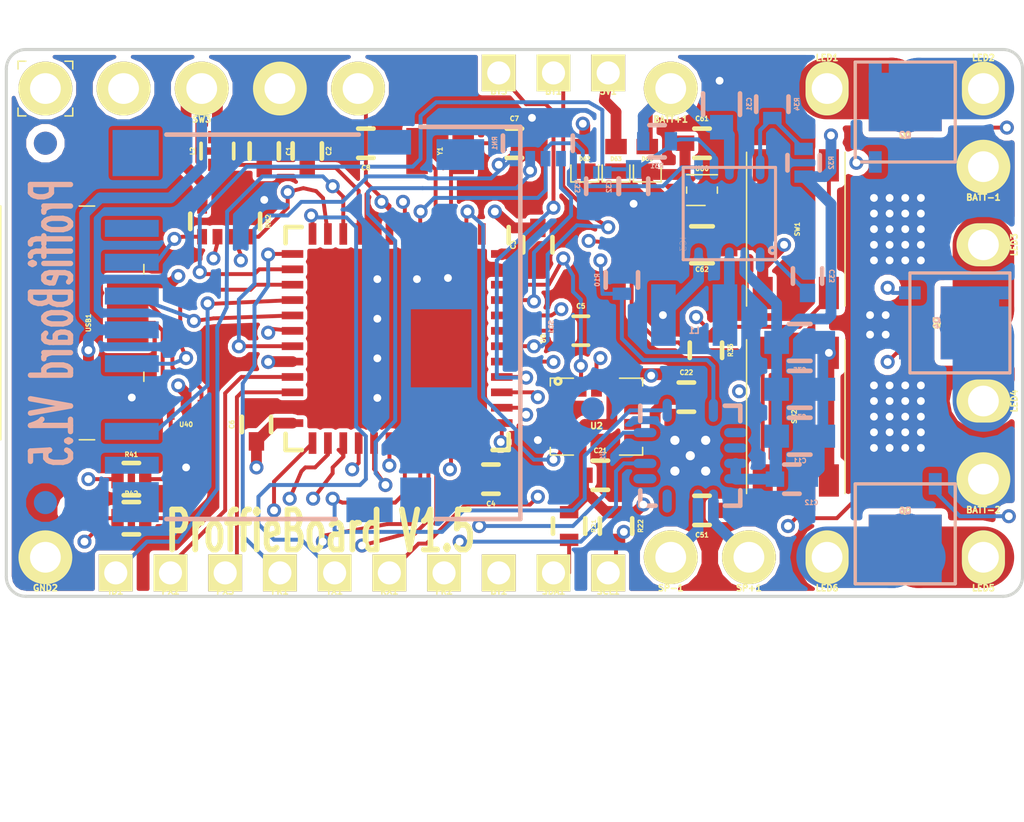
<source format=kicad_pcb>
(kicad_pcb (version 4) (host pcbnew 4.0.7-e2-6376~61~ubuntu18.04.1)

  (general
    (links 266)
    (no_connects 25)
    (area 123.139999 100.279999 156.260001 118.160001)
    (thickness 1.6)
    (drawings 10)
    (tracks 1051)
    (zones 0)
    (modules 87)
    (nets 77)
  )

  (page A4)
  (layers
    (0 F.Cu signal)
    (1 In1.Cu signal)
    (2 In2.Cu signal)
    (31 B.Cu signal)
    (32 B.Adhes user)
    (33 F.Adhes user)
    (34 B.Paste user)
    (35 F.Paste user)
    (36 B.SilkS user)
    (37 F.SilkS user)
    (38 B.Mask user)
    (39 F.Mask user)
    (40 Dwgs.User user hide)
    (41 Cmts.User user hide)
    (42 Eco1.User user hide)
    (43 Eco2.User user hide)
    (44 Edge.Cuts user)
    (45 Margin user)
    (46 B.CrtYd user)
    (47 F.CrtYd user)
    (48 B.Fab user)
    (49 F.Fab user)
  )

  (setup
    (last_trace_width 0.127)
    (trace_clearance 0.127)
    (zone_clearance 0.127)
    (zone_45_only yes)
    (trace_min 0.127)
    (segment_width 0.2)
    (edge_width 0.1)
    (via_size 0.4572)
    (via_drill 0.254)
    (via_min_size 0.4572)
    (via_min_drill 0.254)
    (uvia_size 0.3)
    (uvia_drill 0.1)
    (uvias_allowed no)
    (uvia_min_size 0.2)
    (uvia_min_drill 0.1)
    (pcb_text_width 0.3)
    (pcb_text_size 1.5 1.5)
    (mod_edge_width 0.15)
    (mod_text_size 1 1)
    (mod_text_width 0.15)
    (pad_size 1.1 1.2)
    (pad_drill 0.75)
    (pad_to_mask_clearance 0.03)
    (pad_to_paste_clearance -0.0125)
    (aux_axis_origin 0 0)
    (grid_origin 143.764 104.8385)
    (visible_elements FFFEFF7F)
    (pcbplotparams
      (layerselection 0x00030_80000001)
      (usegerberextensions false)
      (excludeedgelayer true)
      (linewidth 0.100000)
      (plotframeref false)
      (viasonmask false)
      (mode 1)
      (useauxorigin false)
      (hpglpennumber 1)
      (hpglpenspeed 20)
      (hpglpendiameter 15)
      (hpglpenoverlay 2)
      (psnegative false)
      (psa4output false)
      (plotreference true)
      (plotvalue true)
      (plotinvisibletext false)
      (padsonsilk false)
      (subtractmaskfromsilk false)
      (outputformat 1)
      (mirror false)
      (drillshape 0)
      (scaleselection 1)
      (outputdirectory V44))
  )

  (net 0 "")
  (net 1 BATT+)
  (net 2 BATT-)
  (net 3 Button1)
  (net 4 Button2)
  (net 5 Button3)
  (net 6 GND)
  (net 7 "Net-(C1-Pad2)")
  (net 8 3.3v)
  (net 9 "Net-(C7-Pad1)")
  (net 10 "Net-(C8-Pad1)")
  (net 11 5v)
  (net 12 vtest)
  (net 13 "Net-(C33-Pad1)")
  (net 14 RESET)
  (net 15 "Net-(C61-Pad1)")
  (net 16 VBUS)
  (net 17 FREE1)
  (net 18 FREE2)
  (net 19 boost_en)
  (net 20 "Net-(IC3-Pad3)")
  (net 21 "Net-(IC3-Pad10)")
  (net 22 id-neopixel_data)
  (net 23 "Net-(LED1-Pad1)")
  (net 24 "Net-(LED2-Pad1)")
  (net 25 "Net-(LED3-Pad1)")
  (net 26 "Net-(LED4-Pad1)")
  (net 27 "Net-(LED5-Pad1)")
  (net 28 "Net-(LED6-Pad1)")
  (net 29 neopixel_data2)
  (net 30 neopixel_data3)
  (net 31 CH1)
  (net 32 CH2)
  (net 33 CH3)
  (net 34 CH4)
  (net 35 CH5)
  (net 36 CH6)
  (net 37 SDA)
  (net 38 SCL)
  (net 39 DP)
  (net 40 "Net-(R41-Pad2)")
  (net 41 DM)
  (net 42 "Net-(R42-Pad2)")
  (net 43 BTN)
  (net 44 sd_en)
  (net 45 amp_en)
  (net 46 RX)
  (net 47 miso)
  (net 48 sclk)
  (net 49 mosi)
  (net 50 "Net-(SP+1-Pad1)")
  (net 51 "Net-(SP-1-Pad1)")
  (net 52 SWDCLK)
  (net 53 SWDIO)
  (net 54 TX)
  (net 55 INT)
  (net 56 I2S_LRCLK)
  (net 57 I2S_BCLK)
  (net 58 I2S_DATA)
  (net 59 "Net-(SD1-Pad8)")
  (net 60 "Net-(SD1-Pad9)")
  (net 61 "Net-(SD1-Pad10)")
  (net 62 "Net-(SD1-PadB)")
  (net 63 "Net-(SD1-Pad11)")
  (net 64 "Net-(SD1-Pad1)")
  (net 65 "Net-(SD1-Pad12)")
  (net 66 "Net-(SD1-PadA)")
  (net 67 "Net-(U0-Pad1)")
  (net 68 "Net-(U1-Pad5)")
  (net 69 "Net-(U1-Pad6)")
  (net 70 "Net-(U1-Pad12)")
  (net 71 "Net-(U1-Pad13)")
  (net 72 "Net-(U2-Pad9)")
  (net 73 "Net-(U2-Pad10)")
  (net 74 "Net-(U2-Pad11)")
  (net 75 "Net-(USB1-Pad4)")
  (net 76 "Net-(C5-Pad1)")

  (net_class Default "This is the default net class."
    (clearance 0.127)
    (trace_width 0.127)
    (via_dia 0.4572)
    (via_drill 0.254)
    (uvia_dia 0.3)
    (uvia_drill 0.1)
    (add_net BTN)
    (add_net Button1)
    (add_net Button2)
    (add_net Button3)
    (add_net CH1)
    (add_net CH2)
    (add_net CH3)
    (add_net CH4)
    (add_net CH5)
    (add_net CH6)
    (add_net DM)
    (add_net DP)
    (add_net FREE1)
    (add_net FREE2)
    (add_net I2S_BCLK)
    (add_net I2S_DATA)
    (add_net I2S_LRCLK)
    (add_net INT)
    (add_net "Net-(C1-Pad2)")
    (add_net "Net-(C33-Pad1)")
    (add_net "Net-(C5-Pad1)")
    (add_net "Net-(C7-Pad1)")
    (add_net "Net-(C8-Pad1)")
    (add_net "Net-(IC3-Pad10)")
    (add_net "Net-(R41-Pad2)")
    (add_net "Net-(R42-Pad2)")
    (add_net "Net-(SD1-Pad1)")
    (add_net "Net-(SD1-Pad10)")
    (add_net "Net-(SD1-Pad11)")
    (add_net "Net-(SD1-Pad12)")
    (add_net "Net-(SD1-Pad8)")
    (add_net "Net-(SD1-Pad9)")
    (add_net "Net-(SD1-PadA)")
    (add_net "Net-(SD1-PadB)")
    (add_net "Net-(U0-Pad1)")
    (add_net "Net-(U1-Pad12)")
    (add_net "Net-(U1-Pad13)")
    (add_net "Net-(U1-Pad5)")
    (add_net "Net-(U1-Pad6)")
    (add_net "Net-(U2-Pad10)")
    (add_net "Net-(U2-Pad11)")
    (add_net "Net-(U2-Pad9)")
    (add_net "Net-(USB1-Pad4)")
    (add_net RESET)
    (add_net RX)
    (add_net SCL)
    (add_net SDA)
    (add_net SWDCLK)
    (add_net SWDIO)
    (add_net TX)
    (add_net amp_en)
    (add_net boost_en)
    (add_net id-neopixel_data)
    (add_net miso)
    (add_net mosi)
    (add_net neopixel_data2)
    (add_net neopixel_data3)
    (add_net sclk)
    (add_net sd_en)
    (add_net vtest)
  )

  (net_class LED ""
    (clearance 0.2)
    (trace_width 2)
    (via_dia 0.6)
    (via_drill 0.4)
    (uvia_dia 0.3)
    (uvia_drill 0.1)
    (add_net "Net-(LED1-Pad1)")
    (add_net "Net-(LED2-Pad1)")
    (add_net "Net-(LED3-Pad1)")
    (add_net "Net-(LED4-Pad1)")
    (add_net "Net-(LED5-Pad1)")
    (add_net "Net-(LED6-Pad1)")
  )

  (net_class Power ""
    (clearance 0.127)
    (trace_width 0.35)
    (via_dia 0.4572)
    (via_drill 0.254)
    (uvia_dia 0.3)
    (uvia_drill 0.1)
    (add_net 3.3v)
    (add_net 5v)
    (add_net BATT+)
    (add_net BATT-)
    (add_net GND)
    (add_net "Net-(C61-Pad1)")
    (add_net "Net-(IC3-Pad3)")
    (add_net "Net-(SP+1-Pad1)")
    (add_net "Net-(SP-1-Pad1)")
    (add_net VBUS)
  )

  (module lightsaber_footprints:PTS810 (layer F.Cu) (tedit 5A4A7F57) (tstamp 5A43A62E)
    (at 148.844 106.172 90)
    (path /5A3CAD46)
    (fp_text reference SW1 (at 0 0.05 90) (layer F.SilkS)
      (effects (font (size 0.15 0.15) (thickness 0.0375)))
    )
    (fp_text value SW_Push (at 0 -0.5 90) (layer F.Fab) hide
      (effects (font (size 0.15 0.15) (thickness 0.0375)))
    )
    (fp_line (start -2.5 1.6) (end 2.5 1.6) (layer F.SilkS) (width 0.05))
    (fp_line (start -2.5 -1.6) (end 2.5 -1.6) (layer F.SilkS) (width 0.05))
    (pad 2 smd rect (at -2.075 1.075 90) (size 1.05 0.65) (layers F.Cu F.Paste F.Mask)
      (net 43 BTN))
    (pad 2 smd rect (at 2.075 1.075 90) (size 1.05 0.65) (layers F.Cu F.Paste F.Mask)
      (net 43 BTN))
    (pad 1 smd rect (at 2.075 -1.075 90) (size 1.05 0.65) (layers F.Cu F.Paste F.Mask)
      (net 8 3.3v))
    (pad 1 smd rect (at -2.075 -1.075 90) (size 1.05 0.65) (layers F.Cu F.Paste F.Mask)
      (net 8 3.3v))
  )

  (module modules:DM3D-SF (layer B.Cu) (tedit 5A48E6C0) (tstamp 5A43A617)
    (at 128.143 109.347 90)
    (descr "Micro SD")
    (tags "Micro SD")
    (path /57D3B723)
    (solder_mask_margin 0.1)
    (solder_paste_margin -0.05)
    (fp_text reference SD1 (at 0 12.75 90) (layer B.SilkS)
      (effects (font (size 0.15 0.15) (thickness 0.0375)) (justify mirror))
    )
    (fp_text value microsd_socket (at 1.5 7 90) (layer B.Fab) hide
      (effects (font (size 0.5 0.5) (thickness 0.1)) (justify mirror))
    )
    (fp_line (start 6.25 6.5) (end 6.25 0.25) (layer B.SilkS) (width 0.15))
    (fp_line (start -6.25 5.75) (end -6.25 0.25) (layer B.SilkS) (width 0.15))
    (fp_line (start 6.5 11.75) (end 6.5 8.5) (layer B.SilkS) (width 0.15))
    (fp_line (start -6.25 11.75) (end 6.5 11.75) (layer B.SilkS) (width 0.15))
    (fp_line (start -6.25 9) (end -6.25 11.75) (layer B.SilkS) (width 0.15))
    (fp_arc (start 5 -3.85) (end 5.5 -3.85) (angle -90) (layer B.Fab) (width 0.15))
    (fp_arc (start -5 -3.85) (end -5 -4.35) (angle -90) (layer B.Fab) (width 0.15))
    (fp_line (start 5.5 -3.85) (end 5.5 -0.5) (layer B.Fab) (width 0.15))
    (fp_line (start -5 -4.35) (end 5 -4.35) (layer B.Fab) (width 0.15))
    (fp_line (start -5.5 -0.5) (end -5.5 -3.85) (layer B.Fab) (width 0.15))
    (fp_arc (start -4.75 1.25) (end -5.25 1.25) (angle -90) (layer B.Fab) (width 0.15))
    (fp_arc (start -5.5 0.25) (end -5.25 0.25) (angle -90) (layer B.Fab) (width 0.15))
    (fp_arc (start 4.75 1.25) (end 4.75 1.75) (angle -90) (layer B.Fab) (width 0.15))
    (fp_arc (start 5.5 0.25) (end 5.5 0) (angle -90) (layer B.Fab) (width 0.15))
    (fp_line (start 5.5 0) (end 6 0) (layer B.Fab) (width 0.15))
    (fp_line (start 5.25 0.25) (end 5.25 1.25) (layer B.Fab) (width 0.15))
    (fp_line (start -5.25 0.25) (end -5.25 1.25) (layer B.Fab) (width 0.15))
    (fp_line (start -5.95 0) (end -5.5 0) (layer B.Fab) (width 0.15))
    (fp_line (start -4.75 1.8) (end 4.75 1.8) (layer B.Fab) (width 0.15))
    (fp_line (start -5.95 0) (end -5.95 11.45) (layer B.Fab) (width 0.15))
    (fp_line (start 6 0) (end 6 11.45) (layer B.Fab) (width 0.15))
    (fp_line (start -5.95 11.45) (end 6 11.45) (layer B.Fab) (width 0.15))
    (fp_line (start 0 8.2) (end 0.5 10.2) (layer B.Fab) (width 0.1))
    (fp_line (start 0.1 8.2) (end 0 8.2) (layer B.Fab) (width 0.1))
    (fp_line (start 0 10.2) (end -0.5 8.2) (layer B.Fab) (width 0.1))
    (fp_line (start -0.5 10.2) (end 0 10.2) (layer B.Fab) (width 0.1))
    (fp_line (start -1 8.2) (end -0.5 10.2) (layer B.Fab) (width 0.1))
    (fp_line (start -1.5 8.2) (end -1 8.2) (layer B.Fab) (width 0.1))
    (fp_line (start -1 10.2) (end -1.5 8.2) (layer B.Fab) (width 0.1))
    (fp_line (start -1.5 10.2) (end -1 10.2) (layer B.Fab) (width 0.1))
    (fp_line (start -1.9 8.3) (end -1.5 10.2) (layer B.Fab) (width 0.1))
    (fp_line (start 0.55 8.2) (end 0.55 10.2) (layer B.Fab) (width 0.1))
    (fp_line (start -1.95 10.2) (end -1.95 8.2) (layer B.Fab) (width 0.1))
    (fp_line (start -6.35 10.2) (end 6.4 10.2) (layer B.Fab) (width 0.05))
    (fp_line (start -4.7 6) (end -4.4 4) (layer B.Fab) (width 0.1))
    (fp_line (start -2.7 6) (end -3.4 4) (layer B.Fab) (width 0.1))
    (fp_line (start -3.2 6) (end -2.7 6) (layer B.Fab) (width 0.1))
    (fp_line (start -3.9 4) (end -3.2 6) (layer B.Fab) (width 0.1))
    (fp_line (start -4.4 4) (end -3.9 4) (layer B.Fab) (width 0.1))
    (fp_line (start -3.7 6) (end -4.4 4) (layer B.Fab) (width 0.1))
    (fp_line (start -4.2 6) (end -3.7 6) (layer B.Fab) (width 0.1))
    (fp_line (start -4.9 4) (end -4.2 6) (layer B.Fab) (width 0.1))
    (fp_line (start -4.9 6) (end -4.9 4) (layer B.Fab) (width 0.1))
    (fp_text user %R (at 0 -3.25 90) (layer B.Fab)
      (effects (font (size 1 1) (thickness 0.15)) (justify mirror))
    )
    (fp_line (start -6.5 -4.5) (end -6.5 11.75) (layer B.CrtYd) (width 0.05))
    (fp_line (start 6.75 -4.5) (end -6.5 -4.5) (layer B.CrtYd) (width 0.05))
    (fp_line (start 6.75 11.75) (end 6.75 -4.5) (layer B.CrtYd) (width 0.05))
    (fp_line (start -6.5 11.75) (end 6.75 11.75) (layer B.CrtYd) (width 0.05))
    (fp_line (start -4.9 6) (end 3.2 6) (layer B.Fab) (width 0.1))
    (fp_line (start 0.55 8.2) (end -1.95 8.2) (layer B.Fab) (width 0.1))
    (fp_line (start -4.9 4) (end 3.2 4) (layer B.Fab) (width 0.1))
    (fp_line (start -6.35 -1.5) (end -6.35 10.2) (layer B.Fab) (width 0.05))
    (fp_line (start -4.4 4) (end -3.7 6) (layer B.Fab) (width 0.1))
    (fp_line (start -3.9 4) (end -3.2 6) (layer B.Fab) (width 0.1))
    (fp_line (start -3.4 4) (end -2.7 6) (layer B.Fab) (width 0.1))
    (fp_line (start -2.9 4) (end -2.2 6) (layer B.Fab) (width 0.1))
    (fp_line (start -2.4 4) (end -1.7 6) (layer B.Fab) (width 0.1))
    (fp_line (start -1.9 4) (end -1.2 6) (layer B.Fab) (width 0.1))
    (fp_line (start -1.4 4) (end -0.7 6) (layer B.Fab) (width 0.1))
    (fp_line (start -0.9 4) (end -0.2 6) (layer B.Fab) (width 0.1))
    (fp_line (start -0.4 4) (end 0.3 6) (layer B.Fab) (width 0.1))
    (fp_line (start 0.1 4) (end 0.8 6) (layer B.Fab) (width 0.1))
    (fp_line (start 0.6 4) (end 1.3 6) (layer B.Fab) (width 0.1))
    (fp_line (start 1.1 4) (end 1.8 6) (layer B.Fab) (width 0.1))
    (fp_line (start 1.6 4) (end 2.3 6) (layer B.Fab) (width 0.1))
    (fp_line (start 2.1 4) (end 2.8 6) (layer B.Fab) (width 0.1))
    (fp_line (start 2.6 4) (end 3.2 5.7) (layer B.Fab) (width 0.1))
    (fp_line (start 3.1 4) (end 3.2 4.3) (layer B.Fab) (width 0.1))
    (fp_line (start 3.2 4) (end 3.2 6) (layer B.Fab) (width 0.1))
    (fp_line (start -4.2 6) (end -3.9 4) (layer B.Fab) (width 0.1))
    (fp_line (start -3.7 6) (end -3.4 4) (layer B.Fab) (width 0.1))
    (fp_line (start -3.2 6) (end -2.9 4) (layer B.Fab) (width 0.1))
    (fp_line (start -2.7 6) (end -2.4 4) (layer B.Fab) (width 0.1))
    (fp_line (start -2.2 6) (end -1.9 4) (layer B.Fab) (width 0.1))
    (fp_line (start -1.7 6) (end -1.4 4) (layer B.Fab) (width 0.1))
    (fp_line (start -1.2 6) (end -0.9 4) (layer B.Fab) (width 0.1))
    (fp_line (start -0.7 6) (end -0.4 4) (layer B.Fab) (width 0.1))
    (fp_line (start -0.2 6) (end 0.1 4) (layer B.Fab) (width 0.1))
    (fp_line (start 0.3 6) (end 0.6 4) (layer B.Fab) (width 0.1))
    (fp_line (start 0.8 6) (end 1.1 4) (layer B.Fab) (width 0.1))
    (fp_line (start 1.3 6) (end 1.6 4) (layer B.Fab) (width 0.1))
    (fp_line (start 1.8 6) (end 2.1 4) (layer B.Fab) (width 0.1))
    (fp_line (start 2.3 6) (end 2.6 4) (layer B.Fab) (width 0.1))
    (fp_line (start 2.8 6) (end 3.1 4) (layer B.Fab) (width 0.1))
    (fp_line (start 6.4 -1.5) (end 6.4 10.2) (layer B.Fab) (width 0.05))
    (fp_line (start 0.55 10.2) (end -1.95 10.2) (layer B.Fab) (width 0.1))
    (pad 8 smd rect (at -4.5 -0.875 90) (size 0.55 1.75) (layers B.Cu B.Paste B.Mask)
      (net 59 "Net-(SD1-Pad8)"))
    (pad 9 smd rect (at -5.7 -0.75 90) (size 1.3 1.5) (layers B.Cu B.Paste B.Mask)
      (net 60 "Net-(SD1-Pad9)"))
    (pad 10 smd rect (at -5.95 6.85 90) (size 0.8 1.5) (layers B.Cu B.Paste B.Mask)
      (net 61 "Net-(SD1-Pad10)"))
    (pad B smd rect (at -5.625 8.35 90) (size 1.45 1) (layers B.Cu B.Paste B.Mask)
      (net 62 "Net-(SD1-PadB)"))
    (pad 11 smd rect (at 6 7.5 90) (size 0.8 1.4) (layers B.Cu B.Paste B.Mask)
      (net 63 "Net-(SD1-Pad11)"))
    (pad 7 smd rect (at -3.4 -0.875 90) (size 0.55 1.75) (layers B.Cu B.Paste B.Mask)
      (net 47 miso))
    (pad 6 smd rect (at -2.3 -0.875 90) (size 0.55 1.75) (layers B.Cu B.Paste B.Mask)
      (net 6 GND))
    (pad 5 smd rect (at -1.2 -0.875 90) (size 0.55 1.75) (layers B.Cu B.Paste B.Mask)
      (net 48 sclk))
    (pad 4 smd rect (at -0.1 -0.875 90) (size 0.55 1.75) (layers B.Cu B.Paste B.Mask)
      (net 8 3.3v))
    (pad 3 smd rect (at 1 -0.875 90) (size 0.55 1.75) (layers B.Cu B.Paste B.Mask)
      (net 49 mosi))
    (pad 2 smd rect (at 2.1 -0.875 90) (size 0.55 1.75) (layers B.Cu B.Paste B.Mask)
      (net 44 sd_en))
    (pad 1 smd rect (at 3.2 -0.875 90) (size 0.55 1.75) (layers B.Cu B.Paste B.Mask)
      (net 64 "Net-(SD1-Pad1)"))
    (pad 12 smd rect (at 5.65 -0.75 90) (size 1.5 1.5) (layers B.Cu B.Paste B.Mask)
      (net 65 "Net-(SD1-Pad12)"))
    (pad A smd rect (at 5.6 9.8 90) (size 1 1.55) (layers B.Cu B.Paste B.Mask)
      (net 66 "Net-(SD1-PadA)"))
  )

  (module lightsaber_footprints:1pin (layer F.Cu) (tedit 57D8D0F9) (tstamp 5A43A3E3)
    (at 144.78 101.6)
    (path /57D7A026)
    (attr virtual)
    (fp_text reference BATT+1 (at 0 1) (layer F.SilkS)
      (effects (font (size 0.2 0.2) (thickness 0.05)))
    )
    (fp_text value CONN_01X01 (at 0 -1) (layer F.Fab)
      (effects (font (size 0.2 0.2) (thickness 0.05)))
    )
    (pad 1 thru_hole circle (at 0 0) (size 1.75 1.75) (drill 1) (layers *.Cu *.Mask F.SilkS)
      (net 1 BATT+))
  )

  (module lightsaber_footprints:1pin (layer F.Cu) (tedit 57D8D0F9) (tstamp 5A43A3E8)
    (at 154.94 104.14)
    (path /57D7A302)
    (attr virtual)
    (fp_text reference BATT-1 (at 0 1) (layer F.SilkS)
      (effects (font (size 0.2 0.2) (thickness 0.05)))
    )
    (fp_text value CONN_01X01 (at 0 -1) (layer F.Fab)
      (effects (font (size 0.2 0.2) (thickness 0.05)))
    )
    (pad 1 thru_hole circle (at 0 0) (size 1.75 1.75) (drill 1) (layers *.Cu *.Mask F.SilkS)
      (net 2 BATT-))
  )

  (module Capacitors_SMD:C_0402 (layer F.Cu) (tedit 5A4ABE7C) (tstamp 5A43A3FD)
    (at 131.572 103.632 270)
    (descr "Capacitor SMD 0402, reflow soldering, AVX (see smccp.pdf)")
    (tags "capacitor 0402")
    (path /5A3A3EDD)
    (attr smd)
    (fp_text reference C1 (at 0 -0.8 270) (layer F.SilkS)
      (effects (font (size 0.15 0.15) (thickness 0.0375)))
    )
    (fp_text value 1uF (at 0 1.7 270) (layer F.Fab)
      (effects (font (size 1 1) (thickness 0.15)))
    )
    (fp_line (start -0.5 0.25) (end -0.5 -0.25) (layer F.Fab) (width 0.15))
    (fp_line (start 0.5 0.25) (end -0.5 0.25) (layer F.Fab) (width 0.15))
    (fp_line (start 0.5 -0.25) (end 0.5 0.25) (layer F.Fab) (width 0.15))
    (fp_line (start -0.5 -0.25) (end 0.5 -0.25) (layer F.Fab) (width 0.15))
    (fp_line (start -1.15 -0.6) (end 1.15 -0.6) (layer F.CrtYd) (width 0.05))
    (fp_line (start -1.15 0.6) (end 1.15 0.6) (layer F.CrtYd) (width 0.05))
    (fp_line (start -1.15 -0.6) (end -1.15 0.6) (layer F.CrtYd) (width 0.05))
    (fp_line (start 1.15 -0.6) (end 1.15 0.6) (layer F.CrtYd) (width 0.05))
    (fp_line (start 0.25 -0.475) (end -0.25 -0.475) (layer F.SilkS) (width 0.15))
    (fp_line (start -0.25 0.475) (end 0.25 0.475) (layer F.SilkS) (width 0.15))
    (pad 1 smd rect (at -0.55 0 270) (size 0.6 0.5) (layers F.Cu F.Paste F.Mask)
      (net 6 GND))
    (pad 2 smd rect (at 0.55 0 270) (size 0.6 0.5) (layers F.Cu F.Paste F.Mask)
      (net 7 "Net-(C1-Pad2)"))
    (model Capacitors_SMD.3dshapes/C_0402.wrl
      (at (xyz 0 0 0))
      (scale (xyz 1 1 1))
      (rotate (xyz 0 0 0))
    )
  )

  (module Capacitors_SMD:C_0402 (layer F.Cu) (tedit 5A48F341) (tstamp 5A43A403)
    (at 132.969 103.632 270)
    (descr "Capacitor SMD 0402, reflow soldering, AVX (see smccp.pdf)")
    (tags "capacitor 0402")
    (path /5A39F2FF)
    (attr smd)
    (fp_text reference C2 (at 0 -0.7 270) (layer F.SilkS)
      (effects (font (size 0.15 0.15) (thickness 0.0375)))
    )
    (fp_text value 0.1uF (at 0 1.7 270) (layer F.Fab)
      (effects (font (size 1 1) (thickness 0.15)))
    )
    (fp_line (start -0.5 0.25) (end -0.5 -0.25) (layer F.Fab) (width 0.15))
    (fp_line (start 0.5 0.25) (end -0.5 0.25) (layer F.Fab) (width 0.15))
    (fp_line (start 0.5 -0.25) (end 0.5 0.25) (layer F.Fab) (width 0.15))
    (fp_line (start -0.5 -0.25) (end 0.5 -0.25) (layer F.Fab) (width 0.15))
    (fp_line (start -1.15 -0.6) (end 1.15 -0.6) (layer F.CrtYd) (width 0.05))
    (fp_line (start -1.15 0.6) (end 1.15 0.6) (layer F.CrtYd) (width 0.05))
    (fp_line (start -1.15 -0.6) (end -1.15 0.6) (layer F.CrtYd) (width 0.05))
    (fp_line (start 1.15 -0.6) (end 1.15 0.6) (layer F.CrtYd) (width 0.05))
    (fp_line (start 0.25 -0.475) (end -0.25 -0.475) (layer F.SilkS) (width 0.15))
    (fp_line (start -0.25 0.475) (end 0.25 0.475) (layer F.SilkS) (width 0.15))
    (pad 1 smd rect (at -0.55 0 270) (size 0.6 0.5) (layers F.Cu F.Paste F.Mask)
      (net 6 GND))
    (pad 2 smd rect (at 0.55 0 270) (size 0.6 0.5) (layers F.Cu F.Paste F.Mask)
      (net 7 "Net-(C1-Pad2)"))
    (model Capacitors_SMD.3dshapes/C_0402.wrl
      (at (xyz 0 0 0))
      (scale (xyz 1 1 1))
      (rotate (xyz 0 0 0))
    )
  )

  (module Capacitors_SMD:C_0402 (layer F.Cu) (tedit 5A4A86C6) (tstamp 5A43A409)
    (at 140.462 106.68 90)
    (descr "Capacitor SMD 0402, reflow soldering, AVX (see smccp.pdf)")
    (tags "capacitor 0402")
    (path /5A39C001)
    (attr smd)
    (fp_text reference C3 (at 0 -0.8 90) (layer F.SilkS)
      (effects (font (size 0.15 0.15) (thickness 0.0375)))
    )
    (fp_text value 0.1uF (at 0 1.7 90) (layer F.Fab)
      (effects (font (size 1 1) (thickness 0.15)))
    )
    (fp_line (start -0.5 0.25) (end -0.5 -0.25) (layer F.Fab) (width 0.15))
    (fp_line (start 0.5 0.25) (end -0.5 0.25) (layer F.Fab) (width 0.15))
    (fp_line (start 0.5 -0.25) (end 0.5 0.25) (layer F.Fab) (width 0.15))
    (fp_line (start -0.5 -0.25) (end 0.5 -0.25) (layer F.Fab) (width 0.15))
    (fp_line (start -1.15 -0.6) (end 1.15 -0.6) (layer F.CrtYd) (width 0.05))
    (fp_line (start -1.15 0.6) (end 1.15 0.6) (layer F.CrtYd) (width 0.05))
    (fp_line (start -1.15 -0.6) (end -1.15 0.6) (layer F.CrtYd) (width 0.05))
    (fp_line (start 1.15 -0.6) (end 1.15 0.6) (layer F.CrtYd) (width 0.05))
    (fp_line (start 0.25 -0.475) (end -0.25 -0.475) (layer F.SilkS) (width 0.15))
    (fp_line (start -0.25 0.475) (end 0.25 0.475) (layer F.SilkS) (width 0.15))
    (pad 1 smd rect (at -0.55 0 90) (size 0.6 0.5) (layers F.Cu F.Paste F.Mask)
      (net 6 GND))
    (pad 2 smd rect (at 0.55 0 90) (size 0.6 0.5) (layers F.Cu F.Paste F.Mask)
      (net 8 3.3v))
    (model Capacitors_SMD.3dshapes/C_0402.wrl
      (at (xyz 0 0 0))
      (scale (xyz 1 1 1))
      (rotate (xyz 0 0 0))
    )
  )

  (module Capacitors_SMD:C_0402 (layer F.Cu) (tedit 5A48F356) (tstamp 5A43A40F)
    (at 138.938 114.3 180)
    (descr "Capacitor SMD 0402, reflow soldering, AVX (see smccp.pdf)")
    (tags "capacitor 0402")
    (path /5A39E93D)
    (attr smd)
    (fp_text reference C4 (at 0 -0.8 180) (layer F.SilkS)
      (effects (font (size 0.15 0.15) (thickness 0.0375)))
    )
    (fp_text value 0.1uF (at 0 1.7 180) (layer F.Fab)
      (effects (font (size 1 1) (thickness 0.15)))
    )
    (fp_line (start -0.5 0.25) (end -0.5 -0.25) (layer F.Fab) (width 0.15))
    (fp_line (start 0.5 0.25) (end -0.5 0.25) (layer F.Fab) (width 0.15))
    (fp_line (start 0.5 -0.25) (end 0.5 0.25) (layer F.Fab) (width 0.15))
    (fp_line (start -0.5 -0.25) (end 0.5 -0.25) (layer F.Fab) (width 0.15))
    (fp_line (start -1.15 -0.6) (end 1.15 -0.6) (layer F.CrtYd) (width 0.05))
    (fp_line (start -1.15 0.6) (end 1.15 0.6) (layer F.CrtYd) (width 0.05))
    (fp_line (start -1.15 -0.6) (end -1.15 0.6) (layer F.CrtYd) (width 0.05))
    (fp_line (start 1.15 -0.6) (end 1.15 0.6) (layer F.CrtYd) (width 0.05))
    (fp_line (start 0.25 -0.475) (end -0.25 -0.475) (layer F.SilkS) (width 0.15))
    (fp_line (start -0.25 0.475) (end 0.25 0.475) (layer F.SilkS) (width 0.15))
    (pad 1 smd rect (at -0.55 0 180) (size 0.6 0.5) (layers F.Cu F.Paste F.Mask)
      (net 8 3.3v))
    (pad 2 smd rect (at 0.55 0 180) (size 0.6 0.5) (layers F.Cu F.Paste F.Mask)
      (net 6 GND))
    (model Capacitors_SMD.3dshapes/C_0402.wrl
      (at (xyz 0 0 0))
      (scale (xyz 1 1 1))
      (rotate (xyz 0 0 0))
    )
  )

  (module Capacitors_SMD:C_0402 (layer F.Cu) (tedit 5A4A8567) (tstamp 5A43A415)
    (at 131.318 112.522 90)
    (descr "Capacitor SMD 0402, reflow soldering, AVX (see smccp.pdf)")
    (tags "capacitor 0402")
    (path /5A397F8E)
    (attr smd)
    (fp_text reference C6 (at 0 -0.8 90) (layer F.SilkS)
      (effects (font (size 0.15 0.15) (thickness 0.0375)))
    )
    (fp_text value 0.1uF (at 0 1.7 90) (layer F.Fab)
      (effects (font (size 1 1) (thickness 0.15)))
    )
    (fp_line (start -0.5 0.25) (end -0.5 -0.25) (layer F.Fab) (width 0.15))
    (fp_line (start 0.5 0.25) (end -0.5 0.25) (layer F.Fab) (width 0.15))
    (fp_line (start 0.5 -0.25) (end 0.5 0.25) (layer F.Fab) (width 0.15))
    (fp_line (start -0.5 -0.25) (end 0.5 -0.25) (layer F.Fab) (width 0.15))
    (fp_line (start -1.15 -0.6) (end 1.15 -0.6) (layer F.CrtYd) (width 0.05))
    (fp_line (start -1.15 0.6) (end 1.15 0.6) (layer F.CrtYd) (width 0.05))
    (fp_line (start -1.15 -0.6) (end -1.15 0.6) (layer F.CrtYd) (width 0.05))
    (fp_line (start 1.15 -0.6) (end 1.15 0.6) (layer F.CrtYd) (width 0.05))
    (fp_line (start 0.25 -0.475) (end -0.25 -0.475) (layer F.SilkS) (width 0.15))
    (fp_line (start -0.25 0.475) (end 0.25 0.475) (layer F.SilkS) (width 0.15))
    (pad 1 smd rect (at -0.55 0 90) (size 0.6 0.5) (layers F.Cu F.Paste F.Mask)
      (net 8 3.3v))
    (pad 2 smd rect (at 0.55 0 90) (size 0.6 0.5) (layers F.Cu F.Paste F.Mask)
      (net 6 GND))
    (model Capacitors_SMD.3dshapes/C_0402.wrl
      (at (xyz 0 0 0))
      (scale (xyz 1 1 1))
      (rotate (xyz 0 0 0))
    )
  )

  (module Capacitors_SMD:C_0402 (layer F.Cu) (tedit 5A4A1939) (tstamp 5A43A41B)
    (at 139.7 103.378)
    (descr "Capacitor SMD 0402, reflow soldering, AVX (see smccp.pdf)")
    (tags "capacitor 0402")
    (path /5A3992ED)
    (attr smd)
    (fp_text reference C7 (at 0 -0.8) (layer F.SilkS)
      (effects (font (size 0.15 0.15) (thickness 0.0375)))
    )
    (fp_text value 5.6pF (at 0 1.7) (layer F.Fab)
      (effects (font (size 1 1) (thickness 0.15)))
    )
    (fp_line (start -0.5 0.25) (end -0.5 -0.25) (layer F.Fab) (width 0.15))
    (fp_line (start 0.5 0.25) (end -0.5 0.25) (layer F.Fab) (width 0.15))
    (fp_line (start 0.5 -0.25) (end 0.5 0.25) (layer F.Fab) (width 0.15))
    (fp_line (start -0.5 -0.25) (end 0.5 -0.25) (layer F.Fab) (width 0.15))
    (fp_line (start -1.15 -0.6) (end 1.15 -0.6) (layer F.CrtYd) (width 0.05))
    (fp_line (start -1.15 0.6) (end 1.15 0.6) (layer F.CrtYd) (width 0.05))
    (fp_line (start -1.15 -0.6) (end -1.15 0.6) (layer F.CrtYd) (width 0.05))
    (fp_line (start 1.15 -0.6) (end 1.15 0.6) (layer F.CrtYd) (width 0.05))
    (fp_line (start 0.25 -0.475) (end -0.25 -0.475) (layer F.SilkS) (width 0.15))
    (fp_line (start -0.25 0.475) (end 0.25 0.475) (layer F.SilkS) (width 0.15))
    (pad 1 smd rect (at -0.55 0) (size 0.6 0.5) (layers F.Cu F.Paste F.Mask)
      (net 9 "Net-(C7-Pad1)"))
    (pad 2 smd rect (at 0.55 0) (size 0.6 0.5) (layers F.Cu F.Paste F.Mask)
      (net 6 GND))
    (model Capacitors_SMD.3dshapes/C_0402.wrl
      (at (xyz 0 0 0))
      (scale (xyz 1 1 1))
      (rotate (xyz 0 0 0))
    )
  )

  (module Capacitors_SMD:C_0402 (layer F.Cu) (tedit 5A4A1922) (tstamp 5A43A421)
    (at 134.874 103.378 180)
    (descr "Capacitor SMD 0402, reflow soldering, AVX (see smccp.pdf)")
    (tags "capacitor 0402")
    (path /5A399393)
    (attr smd)
    (fp_text reference C8 (at 0 -0.8 180) (layer F.SilkS)
      (effects (font (size 0.15 0.15) (thickness 0.0375)))
    )
    (fp_text value 5.6pF (at 0 1.7 180) (layer F.Fab)
      (effects (font (size 1 1) (thickness 0.15)))
    )
    (fp_line (start -0.5 0.25) (end -0.5 -0.25) (layer F.Fab) (width 0.15))
    (fp_line (start 0.5 0.25) (end -0.5 0.25) (layer F.Fab) (width 0.15))
    (fp_line (start 0.5 -0.25) (end 0.5 0.25) (layer F.Fab) (width 0.15))
    (fp_line (start -0.5 -0.25) (end 0.5 -0.25) (layer F.Fab) (width 0.15))
    (fp_line (start -1.15 -0.6) (end 1.15 -0.6) (layer F.CrtYd) (width 0.05))
    (fp_line (start -1.15 0.6) (end 1.15 0.6) (layer F.CrtYd) (width 0.05))
    (fp_line (start -1.15 -0.6) (end -1.15 0.6) (layer F.CrtYd) (width 0.05))
    (fp_line (start 1.15 -0.6) (end 1.15 0.6) (layer F.CrtYd) (width 0.05))
    (fp_line (start 0.25 -0.475) (end -0.25 -0.475) (layer F.SilkS) (width 0.15))
    (fp_line (start -0.25 0.475) (end 0.25 0.475) (layer F.SilkS) (width 0.15))
    (pad 1 smd rect (at -0.55 0 180) (size 0.6 0.5) (layers F.Cu F.Paste F.Mask)
      (net 10 "Net-(C8-Pad1)"))
    (pad 2 smd rect (at 0.55 0 180) (size 0.6 0.5) (layers F.Cu F.Paste F.Mask)
      (net 6 GND))
    (model Capacitors_SMD.3dshapes/C_0402.wrl
      (at (xyz 0 0 0))
      (scale (xyz 1 1 1))
      (rotate (xyz 0 0 0))
    )
  )

  (module Capacitors_SMD:C_0603 (layer B.Cu) (tedit 5A4A848D) (tstamp 5A43A427)
    (at 148.971 112.903)
    (descr "Capacitor SMD 0603, reflow soldering, AVX (see smccp.pdf)")
    (tags "capacitor 0603")
    (path /57FA03BB)
    (attr smd)
    (fp_text reference C11 (at 0 0.8) (layer B.SilkS)
      (effects (font (size 0.15 0.15) (thickness 0.0375)) (justify mirror))
    )
    (fp_text value 10uF (at 0 -1.9) (layer B.Fab)
      (effects (font (size 1 1) (thickness 0.15)) (justify mirror))
    )
    (fp_line (start -0.8 -0.4) (end -0.8 0.4) (layer B.Fab) (width 0.15))
    (fp_line (start 0.8 -0.4) (end -0.8 -0.4) (layer B.Fab) (width 0.15))
    (fp_line (start 0.8 0.4) (end 0.8 -0.4) (layer B.Fab) (width 0.15))
    (fp_line (start -0.8 0.4) (end 0.8 0.4) (layer B.Fab) (width 0.15))
    (fp_line (start -1.45 0.75) (end 1.45 0.75) (layer B.CrtYd) (width 0.05))
    (fp_line (start -1.45 -0.75) (end 1.45 -0.75) (layer B.CrtYd) (width 0.05))
    (fp_line (start -1.45 0.75) (end -1.45 -0.75) (layer B.CrtYd) (width 0.05))
    (fp_line (start 1.45 0.75) (end 1.45 -0.75) (layer B.CrtYd) (width 0.05))
    (fp_line (start -0.35 0.6) (end 0.35 0.6) (layer B.SilkS) (width 0.15))
    (fp_line (start 0.35 -0.6) (end -0.35 -0.6) (layer B.SilkS) (width 0.15))
    (pad 1 smd rect (at -0.75 0) (size 0.8 0.75) (layers B.Cu B.Paste B.Mask)
      (net 11 5v))
    (pad 2 smd rect (at 0.75 0) (size 0.8 0.75) (layers B.Cu B.Paste B.Mask)
      (net 6 GND))
    (model Capacitors_SMD.3dshapes/C_0603.wrl
      (at (xyz 0 0 0))
      (scale (xyz 1 1 1))
      (rotate (xyz 0 0 0))
    )
  )

  (module Capacitors_SMD:C_0402 (layer B.Cu) (tedit 5A5A9A66) (tstamp 5A43A42D)
    (at 148.717 114.3)
    (descr "Capacitor SMD 0402, reflow soldering, AVX (see smccp.pdf)")
    (tags "capacitor 0402")
    (path /5979B024)
    (attr smd)
    (fp_text reference C12 (at 0.635 0.762) (layer B.SilkS)
      (effects (font (size 0.15 0.15) (thickness 0.0375)) (justify mirror))
    )
    (fp_text value 0.1uF (at 0 -1.7) (layer B.Fab)
      (effects (font (size 1 1) (thickness 0.15)) (justify mirror))
    )
    (fp_line (start -0.5 -0.25) (end -0.5 0.25) (layer B.Fab) (width 0.15))
    (fp_line (start 0.5 -0.25) (end -0.5 -0.25) (layer B.Fab) (width 0.15))
    (fp_line (start 0.5 0.25) (end 0.5 -0.25) (layer B.Fab) (width 0.15))
    (fp_line (start -0.5 0.25) (end 0.5 0.25) (layer B.Fab) (width 0.15))
    (fp_line (start -1.15 0.6) (end 1.15 0.6) (layer B.CrtYd) (width 0.05))
    (fp_line (start -1.15 -0.6) (end 1.15 -0.6) (layer B.CrtYd) (width 0.05))
    (fp_line (start -1.15 0.6) (end -1.15 -0.6) (layer B.CrtYd) (width 0.05))
    (fp_line (start 1.15 0.6) (end 1.15 -0.6) (layer B.CrtYd) (width 0.05))
    (fp_line (start 0.25 0.475) (end -0.25 0.475) (layer B.SilkS) (width 0.15))
    (fp_line (start -0.25 -0.475) (end 0.25 -0.475) (layer B.SilkS) (width 0.15))
    (pad 1 smd rect (at -0.55 0) (size 0.6 0.5) (layers B.Cu B.Paste B.Mask)
      (net 11 5v))
    (pad 2 smd rect (at 0.55 0) (size 0.6 0.5) (layers B.Cu B.Paste B.Mask)
      (net 6 GND))
    (model Capacitors_SMD.3dshapes/C_0402.wrl
      (at (xyz 0 0 0))
      (scale (xyz 1 1 1))
      (rotate (xyz 0 0 0))
    )
  )

  (module Capacitors_SMD:C_0402 (layer F.Cu) (tedit 5A4A86DA) (tstamp 5A43A433)
    (at 142.494 114.173)
    (descr "Capacitor SMD 0402, reflow soldering, AVX (see smccp.pdf)")
    (tags "capacitor 0402")
    (path /57DBB402)
    (attr smd)
    (fp_text reference C21 (at 0 -0.8) (layer F.SilkS)
      (effects (font (size 0.15 0.15) (thickness 0.0375)))
    )
    (fp_text value 0.1uF (at 0 1.7) (layer F.Fab)
      (effects (font (size 1 1) (thickness 0.15)))
    )
    (fp_line (start -0.5 0.25) (end -0.5 -0.25) (layer F.Fab) (width 0.15))
    (fp_line (start 0.5 0.25) (end -0.5 0.25) (layer F.Fab) (width 0.15))
    (fp_line (start 0.5 -0.25) (end 0.5 0.25) (layer F.Fab) (width 0.15))
    (fp_line (start -0.5 -0.25) (end 0.5 -0.25) (layer F.Fab) (width 0.15))
    (fp_line (start -1.15 -0.6) (end 1.15 -0.6) (layer F.CrtYd) (width 0.05))
    (fp_line (start -1.15 0.6) (end 1.15 0.6) (layer F.CrtYd) (width 0.05))
    (fp_line (start -1.15 -0.6) (end -1.15 0.6) (layer F.CrtYd) (width 0.05))
    (fp_line (start 1.15 -0.6) (end 1.15 0.6) (layer F.CrtYd) (width 0.05))
    (fp_line (start 0.25 -0.475) (end -0.25 -0.475) (layer F.SilkS) (width 0.15))
    (fp_line (start -0.25 0.475) (end 0.25 0.475) (layer F.SilkS) (width 0.15))
    (pad 1 smd rect (at -0.55 0) (size 0.6 0.5) (layers F.Cu F.Paste F.Mask)
      (net 8 3.3v))
    (pad 2 smd rect (at 0.55 0) (size 0.6 0.5) (layers F.Cu F.Paste F.Mask)
      (net 6 GND))
    (model Capacitors_SMD.3dshapes/C_0402.wrl
      (at (xyz 0 0 0))
      (scale (xyz 1 1 1))
      (rotate (xyz 0 0 0))
    )
  )

  (module Capacitors_SMD:C_0402 (layer F.Cu) (tedit 5A4A844F) (tstamp 5A43A439)
    (at 145.288 111.633)
    (descr "Capacitor SMD 0402, reflow soldering, AVX (see smccp.pdf)")
    (tags "capacitor 0402")
    (path /57F71936)
    (attr smd)
    (fp_text reference C22 (at 0 -0.8) (layer F.SilkS)
      (effects (font (size 0.15 0.15) (thickness 0.0375)))
    )
    (fp_text value 0.1uF (at 0 1.7) (layer F.Fab)
      (effects (font (size 1 1) (thickness 0.15)))
    )
    (fp_line (start -0.5 0.25) (end -0.5 -0.25) (layer F.Fab) (width 0.15))
    (fp_line (start 0.5 0.25) (end -0.5 0.25) (layer F.Fab) (width 0.15))
    (fp_line (start 0.5 -0.25) (end 0.5 0.25) (layer F.Fab) (width 0.15))
    (fp_line (start -0.5 -0.25) (end 0.5 -0.25) (layer F.Fab) (width 0.15))
    (fp_line (start -1.15 -0.6) (end 1.15 -0.6) (layer F.CrtYd) (width 0.05))
    (fp_line (start -1.15 0.6) (end 1.15 0.6) (layer F.CrtYd) (width 0.05))
    (fp_line (start -1.15 -0.6) (end -1.15 0.6) (layer F.CrtYd) (width 0.05))
    (fp_line (start 1.15 -0.6) (end 1.15 0.6) (layer F.CrtYd) (width 0.05))
    (fp_line (start 0.25 -0.475) (end -0.25 -0.475) (layer F.SilkS) (width 0.15))
    (fp_line (start -0.25 0.475) (end 0.25 0.475) (layer F.SilkS) (width 0.15))
    (pad 1 smd rect (at -0.55 0) (size 0.6 0.5) (layers F.Cu F.Paste F.Mask)
      (net 8 3.3v))
    (pad 2 smd rect (at 0.55 0) (size 0.6 0.5) (layers F.Cu F.Paste F.Mask)
      (net 6 GND))
    (model Capacitors_SMD.3dshapes/C_0402.wrl
      (at (xyz 0 0 0))
      (scale (xyz 1 1 1))
      (rotate (xyz 0 0 0))
    )
  )

  (module Capacitors_SMD:C_0603 (layer B.Cu) (tedit 5A4AB87A) (tstamp 5A43A43F)
    (at 146.431 102.108 90)
    (descr "Capacitor SMD 0603, reflow soldering, AVX (see smccp.pdf)")
    (tags "capacitor 0603")
    (path /57B11B43)
    (attr smd)
    (fp_text reference C31 (at 0 0.9 90) (layer B.SilkS)
      (effects (font (size 0.15 0.15) (thickness 0.0375)) (justify mirror))
    )
    (fp_text value 10uF (at 0 -1.9 90) (layer B.Fab)
      (effects (font (size 1 1) (thickness 0.15)) (justify mirror))
    )
    (fp_line (start -0.8 -0.4) (end -0.8 0.4) (layer B.Fab) (width 0.15))
    (fp_line (start 0.8 -0.4) (end -0.8 -0.4) (layer B.Fab) (width 0.15))
    (fp_line (start 0.8 0.4) (end 0.8 -0.4) (layer B.Fab) (width 0.15))
    (fp_line (start -0.8 0.4) (end 0.8 0.4) (layer B.Fab) (width 0.15))
    (fp_line (start -1.45 0.75) (end 1.45 0.75) (layer B.CrtYd) (width 0.05))
    (fp_line (start -1.45 -0.75) (end 1.45 -0.75) (layer B.CrtYd) (width 0.05))
    (fp_line (start -1.45 0.75) (end -1.45 -0.75) (layer B.CrtYd) (width 0.05))
    (fp_line (start 1.45 0.75) (end 1.45 -0.75) (layer B.CrtYd) (width 0.05))
    (fp_line (start -0.35 0.6) (end 0.35 0.6) (layer B.SilkS) (width 0.15))
    (fp_line (start 0.35 -0.6) (end -0.35 -0.6) (layer B.SilkS) (width 0.15))
    (pad 1 smd rect (at -0.75 0 90) (size 0.8 0.75) (layers B.Cu B.Paste B.Mask)
      (net 1 BATT+))
    (pad 2 smd rect (at 0.75 0 90) (size 0.8 0.75) (layers B.Cu B.Paste B.Mask)
      (net 6 GND))
    (model Capacitors_SMD.3dshapes/C_0603.wrl
      (at (xyz 0 0 0))
      (scale (xyz 1 1 1))
      (rotate (xyz 0 0 0))
    )
  )

  (module Capacitors_SMD:C_0402 (layer B.Cu) (tedit 5A4C1EA2) (tstamp 5A43A445)
    (at 143.5735 104.775 270)
    (descr "Capacitor SMD 0402, reflow soldering, AVX (see smccp.pdf)")
    (tags "capacitor 0402")
    (path /57C7B4C1)
    (attr smd)
    (fp_text reference C32 (at 0 0.8 270) (layer B.SilkS)
      (effects (font (size 0.15 0.15) (thickness 0.0375)) (justify mirror))
    )
    (fp_text value 0.1uF (at 0 -1.7 270) (layer B.Fab)
      (effects (font (size 1 1) (thickness 0.15)) (justify mirror))
    )
    (fp_line (start -0.5 -0.25) (end -0.5 0.25) (layer B.Fab) (width 0.15))
    (fp_line (start 0.5 -0.25) (end -0.5 -0.25) (layer B.Fab) (width 0.15))
    (fp_line (start 0.5 0.25) (end 0.5 -0.25) (layer B.Fab) (width 0.15))
    (fp_line (start -0.5 0.25) (end 0.5 0.25) (layer B.Fab) (width 0.15))
    (fp_line (start -1.15 0.6) (end 1.15 0.6) (layer B.CrtYd) (width 0.05))
    (fp_line (start -1.15 -0.6) (end 1.15 -0.6) (layer B.CrtYd) (width 0.05))
    (fp_line (start -1.15 0.6) (end -1.15 -0.6) (layer B.CrtYd) (width 0.05))
    (fp_line (start 1.15 0.6) (end 1.15 -0.6) (layer B.CrtYd) (width 0.05))
    (fp_line (start 0.25 0.475) (end -0.25 0.475) (layer B.SilkS) (width 0.15))
    (fp_line (start -0.25 -0.475) (end 0.25 -0.475) (layer B.SilkS) (width 0.15))
    (pad 1 smd rect (at -0.55 0 270) (size 0.6 0.5) (layers B.Cu B.Paste B.Mask)
      (net 12 vtest))
    (pad 2 smd rect (at 0.55 0 270) (size 0.6 0.5) (layers B.Cu B.Paste B.Mask)
      (net 6 GND))
    (model Capacitors_SMD.3dshapes/C_0402.wrl
      (at (xyz 0 0 0))
      (scale (xyz 1 1 1))
      (rotate (xyz 0 0 0))
    )
  )

  (module Capacitors_SMD:C_0402 (layer B.Cu) (tedit 5A4A88C8) (tstamp 5A43A44B)
    (at 149.225 107.696 90)
    (descr "Capacitor SMD 0402, reflow soldering, AVX (see smccp.pdf)")
    (tags "capacitor 0402")
    (path /57B144BC)
    (attr smd)
    (fp_text reference C33 (at 0 0.8 90) (layer B.SilkS)
      (effects (font (size 0.15 0.15) (thickness 0.0375)) (justify mirror))
    )
    (fp_text value 0.1uF (at 0 -1.7 90) (layer B.Fab)
      (effects (font (size 1 1) (thickness 0.15)) (justify mirror))
    )
    (fp_line (start -0.5 -0.25) (end -0.5 0.25) (layer B.Fab) (width 0.15))
    (fp_line (start 0.5 -0.25) (end -0.5 -0.25) (layer B.Fab) (width 0.15))
    (fp_line (start 0.5 0.25) (end 0.5 -0.25) (layer B.Fab) (width 0.15))
    (fp_line (start -0.5 0.25) (end 0.5 0.25) (layer B.Fab) (width 0.15))
    (fp_line (start -1.15 0.6) (end 1.15 0.6) (layer B.CrtYd) (width 0.05))
    (fp_line (start -1.15 -0.6) (end 1.15 -0.6) (layer B.CrtYd) (width 0.05))
    (fp_line (start -1.15 0.6) (end -1.15 -0.6) (layer B.CrtYd) (width 0.05))
    (fp_line (start 1.15 0.6) (end 1.15 -0.6) (layer B.CrtYd) (width 0.05))
    (fp_line (start 0.25 0.475) (end -0.25 0.475) (layer B.SilkS) (width 0.15))
    (fp_line (start -0.25 -0.475) (end 0.25 -0.475) (layer B.SilkS) (width 0.15))
    (pad 1 smd rect (at -0.55 0 90) (size 0.6 0.5) (layers B.Cu B.Paste B.Mask)
      (net 13 "Net-(C33-Pad1)"))
    (pad 2 smd rect (at 0.55 0 90) (size 0.6 0.5) (layers B.Cu B.Paste B.Mask)
      (net 6 GND))
    (model Capacitors_SMD.3dshapes/C_0402.wrl
      (at (xyz 0 0 0))
      (scale (xyz 1 1 1))
      (rotate (xyz 0 0 0))
    )
  )

  (module Capacitors_SMD:C_0603 (layer B.Cu) (tedit 5A4A89D0) (tstamp 5A43A451)
    (at 148.971 111.379)
    (descr "Capacitor SMD 0603, reflow soldering, AVX (see smccp.pdf)")
    (tags "capacitor 0603")
    (path /58B117B1)
    (attr smd)
    (fp_text reference C34 (at 0 0.9) (layer B.SilkS)
      (effects (font (size 0.15 0.15) (thickness 0.0375)) (justify mirror))
    )
    (fp_text value 10uF (at 0 -1.9) (layer B.Fab)
      (effects (font (size 1 1) (thickness 0.15)) (justify mirror))
    )
    (fp_line (start -0.8 -0.4) (end -0.8 0.4) (layer B.Fab) (width 0.15))
    (fp_line (start 0.8 -0.4) (end -0.8 -0.4) (layer B.Fab) (width 0.15))
    (fp_line (start 0.8 0.4) (end 0.8 -0.4) (layer B.Fab) (width 0.15))
    (fp_line (start -0.8 0.4) (end 0.8 0.4) (layer B.Fab) (width 0.15))
    (fp_line (start -1.45 0.75) (end 1.45 0.75) (layer B.CrtYd) (width 0.05))
    (fp_line (start -1.45 -0.75) (end 1.45 -0.75) (layer B.CrtYd) (width 0.05))
    (fp_line (start -1.45 0.75) (end -1.45 -0.75) (layer B.CrtYd) (width 0.05))
    (fp_line (start 1.45 0.75) (end 1.45 -0.75) (layer B.CrtYd) (width 0.05))
    (fp_line (start -0.35 0.6) (end 0.35 0.6) (layer B.SilkS) (width 0.15))
    (fp_line (start 0.35 -0.6) (end -0.35 -0.6) (layer B.SilkS) (width 0.15))
    (pad 1 smd rect (at -0.75 0) (size 0.8 0.75) (layers B.Cu B.Paste B.Mask)
      (net 11 5v))
    (pad 2 smd rect (at 0.75 0) (size 0.8 0.75) (layers B.Cu B.Paste B.Mask)
      (net 6 GND))
    (model Capacitors_SMD.3dshapes/C_0603.wrl
      (at (xyz 0 0 0))
      (scale (xyz 1 1 1))
      (rotate (xyz 0 0 0))
    )
  )

  (module Capacitors_SMD:C_0603 (layer B.Cu) (tedit 5A4AB84B) (tstamp 5A43A457)
    (at 148.971 109.855)
    (descr "Capacitor SMD 0603, reflow soldering, AVX (see smccp.pdf)")
    (tags "capacitor 0603")
    (path /58B118F9)
    (attr smd)
    (fp_text reference C35 (at 0 0.9) (layer B.SilkS)
      (effects (font (size 0.15 0.15) (thickness 0.0375)) (justify mirror))
    )
    (fp_text value 10uF (at 0 -1.9) (layer B.Fab)
      (effects (font (size 1 1) (thickness 0.15)) (justify mirror))
    )
    (fp_line (start -0.8 -0.4) (end -0.8 0.4) (layer B.Fab) (width 0.15))
    (fp_line (start 0.8 -0.4) (end -0.8 -0.4) (layer B.Fab) (width 0.15))
    (fp_line (start 0.8 0.4) (end 0.8 -0.4) (layer B.Fab) (width 0.15))
    (fp_line (start -0.8 0.4) (end 0.8 0.4) (layer B.Fab) (width 0.15))
    (fp_line (start -1.45 0.75) (end 1.45 0.75) (layer B.CrtYd) (width 0.05))
    (fp_line (start -1.45 -0.75) (end 1.45 -0.75) (layer B.CrtYd) (width 0.05))
    (fp_line (start -1.45 0.75) (end -1.45 -0.75) (layer B.CrtYd) (width 0.05))
    (fp_line (start 1.45 0.75) (end 1.45 -0.75) (layer B.CrtYd) (width 0.05))
    (fp_line (start -0.35 0.6) (end 0.35 0.6) (layer B.SilkS) (width 0.15))
    (fp_line (start 0.35 -0.6) (end -0.35 -0.6) (layer B.SilkS) (width 0.15))
    (pad 1 smd rect (at -0.75 0) (size 0.8 0.75) (layers B.Cu B.Paste B.Mask)
      (net 11 5v))
    (pad 2 smd rect (at 0.75 0) (size 0.8 0.75) (layers B.Cu B.Paste B.Mask)
      (net 6 GND))
    (model Capacitors_SMD.3dshapes/C_0603.wrl
      (at (xyz 0 0 0))
      (scale (xyz 1 1 1))
      (rotate (xyz 0 0 0))
    )
  )

  (module Capacitors_SMD:C_0402 (layer F.Cu) (tedit 5A4A845F) (tstamp 5A43A45D)
    (at 145.796 115.316 180)
    (descr "Capacitor SMD 0402, reflow soldering, AVX (see smccp.pdf)")
    (tags "capacitor 0402")
    (path /5A3CC7EE)
    (attr smd)
    (fp_text reference C51 (at 0 -0.8 180) (layer F.SilkS)
      (effects (font (size 0.15 0.15) (thickness 0.0375)))
    )
    (fp_text value 0.1uF (at 0 1.7 180) (layer F.Fab)
      (effects (font (size 1 1) (thickness 0.15)))
    )
    (fp_line (start -0.5 0.25) (end -0.5 -0.25) (layer F.Fab) (width 0.15))
    (fp_line (start 0.5 0.25) (end -0.5 0.25) (layer F.Fab) (width 0.15))
    (fp_line (start 0.5 -0.25) (end 0.5 0.25) (layer F.Fab) (width 0.15))
    (fp_line (start -0.5 -0.25) (end 0.5 -0.25) (layer F.Fab) (width 0.15))
    (fp_line (start -1.15 -0.6) (end 1.15 -0.6) (layer F.CrtYd) (width 0.05))
    (fp_line (start -1.15 0.6) (end 1.15 0.6) (layer F.CrtYd) (width 0.05))
    (fp_line (start -1.15 -0.6) (end -1.15 0.6) (layer F.CrtYd) (width 0.05))
    (fp_line (start 1.15 -0.6) (end 1.15 0.6) (layer F.CrtYd) (width 0.05))
    (fp_line (start 0.25 -0.475) (end -0.25 -0.475) (layer F.SilkS) (width 0.15))
    (fp_line (start -0.25 0.475) (end 0.25 0.475) (layer F.SilkS) (width 0.15))
    (pad 1 smd rect (at -0.55 0 180) (size 0.6 0.5) (layers F.Cu F.Paste F.Mask)
      (net 14 RESET))
    (pad 2 smd rect (at 0.55 0 180) (size 0.6 0.5) (layers F.Cu F.Paste F.Mask)
      (net 6 GND))
    (model Capacitors_SMD.3dshapes/C_0402.wrl
      (at (xyz 0 0 0))
      (scale (xyz 1 1 1))
      (rotate (xyz 0 0 0))
    )
  )

  (module Capacitors_SMD:C_0402 (layer F.Cu) (tedit 5A4ABF47) (tstamp 5A43A463)
    (at 145.796 103.378)
    (descr "Capacitor SMD 0402, reflow soldering, AVX (see smccp.pdf)")
    (tags "capacitor 0402")
    (path /5A3C5FD0)
    (attr smd)
    (fp_text reference C61 (at 0 -0.8) (layer F.SilkS)
      (effects (font (size 0.15 0.15) (thickness 0.0375)))
    )
    (fp_text value 1uF (at 0 1.7) (layer F.Fab)
      (effects (font (size 1 1) (thickness 0.15)))
    )
    (fp_line (start -0.5 0.25) (end -0.5 -0.25) (layer F.Fab) (width 0.15))
    (fp_line (start 0.5 0.25) (end -0.5 0.25) (layer F.Fab) (width 0.15))
    (fp_line (start 0.5 -0.25) (end 0.5 0.25) (layer F.Fab) (width 0.15))
    (fp_line (start -0.5 -0.25) (end 0.5 -0.25) (layer F.Fab) (width 0.15))
    (fp_line (start -1.15 -0.6) (end 1.15 -0.6) (layer F.CrtYd) (width 0.05))
    (fp_line (start -1.15 0.6) (end 1.15 0.6) (layer F.CrtYd) (width 0.05))
    (fp_line (start -1.15 -0.6) (end -1.15 0.6) (layer F.CrtYd) (width 0.05))
    (fp_line (start 1.15 -0.6) (end 1.15 0.6) (layer F.CrtYd) (width 0.05))
    (fp_line (start 0.25 -0.475) (end -0.25 -0.475) (layer F.SilkS) (width 0.15))
    (fp_line (start -0.25 0.475) (end 0.25 0.475) (layer F.SilkS) (width 0.15))
    (pad 1 smd rect (at -0.55 0) (size 0.6 0.5) (layers F.Cu F.Paste F.Mask)
      (net 15 "Net-(C61-Pad1)"))
    (pad 2 smd rect (at 0.55 0) (size 0.6 0.5) (layers F.Cu F.Paste F.Mask)
      (net 6 GND))
    (model Capacitors_SMD.3dshapes/C_0402.wrl
      (at (xyz 0 0 0))
      (scale (xyz 1 1 1))
      (rotate (xyz 0 0 0))
    )
  )

  (module Capacitors_SMD:C_0603 (layer F.Cu) (tedit 5A4A8444) (tstamp 5A43A469)
    (at 145.796 106.68 180)
    (descr "Capacitor SMD 0603, reflow soldering, AVX (see smccp.pdf)")
    (tags "capacitor 0603")
    (path /5A3C6362)
    (attr smd)
    (fp_text reference C62 (at 0 -0.8 180) (layer F.SilkS)
      (effects (font (size 0.15 0.15) (thickness 0.0375)))
    )
    (fp_text value 10uF (at 0 1.9 180) (layer F.Fab)
      (effects (font (size 1 1) (thickness 0.15)))
    )
    (fp_line (start -0.8 0.4) (end -0.8 -0.4) (layer F.Fab) (width 0.15))
    (fp_line (start 0.8 0.4) (end -0.8 0.4) (layer F.Fab) (width 0.15))
    (fp_line (start 0.8 -0.4) (end 0.8 0.4) (layer F.Fab) (width 0.15))
    (fp_line (start -0.8 -0.4) (end 0.8 -0.4) (layer F.Fab) (width 0.15))
    (fp_line (start -1.45 -0.75) (end 1.45 -0.75) (layer F.CrtYd) (width 0.05))
    (fp_line (start -1.45 0.75) (end 1.45 0.75) (layer F.CrtYd) (width 0.05))
    (fp_line (start -1.45 -0.75) (end -1.45 0.75) (layer F.CrtYd) (width 0.05))
    (fp_line (start 1.45 -0.75) (end 1.45 0.75) (layer F.CrtYd) (width 0.05))
    (fp_line (start -0.35 -0.6) (end 0.35 -0.6) (layer F.SilkS) (width 0.15))
    (fp_line (start 0.35 0.6) (end -0.35 0.6) (layer F.SilkS) (width 0.15))
    (pad 1 smd rect (at -0.75 0 180) (size 0.8 0.75) (layers F.Cu F.Paste F.Mask)
      (net 8 3.3v))
    (pad 2 smd rect (at 0.75 0 180) (size 0.8 0.75) (layers F.Cu F.Paste F.Mask)
      (net 6 GND))
    (model Capacitors_SMD.3dshapes/C_0603.wrl
      (at (xyz 0 0 0))
      (scale (xyz 1 1 1))
      (rotate (xyz 0 0 0))
    )
  )

  (module lightsaber_footprints:SOD882D (layer F.Cu) (tedit 5A42C392) (tstamp 5A43A478)
    (at 144.018 103.886 90)
    (path /5A39B34D)
    (fp_text reference D61 (at 0 0 180) (layer F.SilkS)
      (effects (font (size 0.127 0.127) (thickness 0.03175)))
    )
    (fp_text value PMEG2005ELD (at 0.3 -0.5 90) (layer F.Fab) hide
      (effects (font (size 0.127 0.127) (thickness 0.03175)))
    )
    (fp_line (start -0.2 -0.45) (end -0.75 -0.45) (layer F.SilkS) (width 0.05))
    (fp_line (start -0.75 -0.45) (end -0.75 0.45) (layer F.SilkS) (width 0.05))
    (fp_line (start -0.75 0.45) (end -0.2 0.45) (layer F.SilkS) (width 0.05))
    (pad 2 smd rect (at 0.4 0 90) (size 0.5 0.7) (layers F.Cu F.Paste F.Mask)
      (net 1 BATT+) (solder_mask_margin 0.05) (solder_paste_margin -0.05))
    (pad 1 smd rect (at -0.4 0 90) (size 0.5 0.7) (layers F.Cu F.Paste F.Mask)
      (net 15 "Net-(C61-Pad1)") (solder_mask_margin 0.05) (solder_paste_margin -0.05))
  )

  (module lightsaber_footprints:SOD882D (layer F.Cu) (tedit 5A42C392) (tstamp 5A43A481)
    (at 141.986 103.886 90)
    (path /5A408172)
    (fp_text reference D62 (at 0 0 180) (layer F.SilkS)
      (effects (font (size 0.127 0.127) (thickness 0.03175)))
    )
    (fp_text value PMEG2005ELD (at 0.3 -0.5 90) (layer F.Fab) hide
      (effects (font (size 0.127 0.127) (thickness 0.03175)))
    )
    (fp_line (start -0.2 -0.45) (end -0.75 -0.45) (layer F.SilkS) (width 0.05))
    (fp_line (start -0.75 -0.45) (end -0.75 0.45) (layer F.SilkS) (width 0.05))
    (fp_line (start -0.75 0.45) (end -0.2 0.45) (layer F.SilkS) (width 0.05))
    (pad 2 smd rect (at 0.4 0 90) (size 0.5 0.7) (layers F.Cu F.Paste F.Mask)
      (net 16 VBUS) (solder_mask_margin 0.05) (solder_paste_margin -0.05))
    (pad 1 smd rect (at -0.4 0 90) (size 0.5 0.7) (layers F.Cu F.Paste F.Mask)
      (net 15 "Net-(C61-Pad1)") (solder_mask_margin 0.05) (solder_paste_margin -0.05))
  )

  (module lightsaber_footprints:SOD882D (layer F.Cu) (tedit 5A42C392) (tstamp 5A43A48A)
    (at 143.002 103.886 90)
    (path /5A39B4D2)
    (fp_text reference D63 (at 0 0 180) (layer F.SilkS)
      (effects (font (size 0.127 0.127) (thickness 0.03175)))
    )
    (fp_text value PMEG2005ELD (at 0.3 -0.5 90) (layer F.Fab) hide
      (effects (font (size 0.127 0.127) (thickness 0.03175)))
    )
    (fp_line (start -0.2 -0.45) (end -0.75 -0.45) (layer F.SilkS) (width 0.05))
    (fp_line (start -0.75 -0.45) (end -0.75 0.45) (layer F.SilkS) (width 0.05))
    (fp_line (start -0.75 0.45) (end -0.2 0.45) (layer F.SilkS) (width 0.05))
    (pad 2 smd rect (at 0.4 0 90) (size 0.5 0.7) (layers F.Cu F.Paste F.Mask)
      (net 11 5v) (solder_mask_margin 0.05) (solder_paste_margin -0.05))
    (pad 1 smd rect (at -0.4 0 90) (size 0.5 0.7) (layers F.Cu F.Paste F.Mask)
      (net 15 "Net-(C61-Pad1)") (solder_mask_margin 0.05) (solder_paste_margin -0.05))
  )

  (module lightsaber_footprints:QFN-10-PAD (layer B.Cu) (tedit 58AFB0F7) (tstamp 5A43A4AC)
    (at 146.685 105.664 180)
    (descr 9)
    (path /57B0BD8F)
    (fp_text reference IC3 (at 1.5 -1 450) (layer B.SilkS)
      (effects (font (size 0.2 0.2) (thickness 0.01)) (justify mirror))
    )
    (fp_text value TPS61200 (at 0 0.5 180) (layer B.Fab)
      (effects (font (size 0.2 0.2) (thickness 0.05)) (justify mirror))
    )
    (fp_circle (center -1.4 -1.2) (end -1.5 -1.2) (layer B.SilkS) (width 0.1))
    (fp_line (start -1.5 1.5) (end 1.5 1.5) (layer B.SilkS) (width 0.1))
    (fp_line (start 1.5 1.5) (end 1.5 -1.5) (layer B.SilkS) (width 0.1))
    (fp_line (start 1.5 -1.5) (end -1.5 -1.5) (layer B.SilkS) (width 0.1))
    (fp_line (start -1.5 -1.5) (end -1.5 1.5) (layer B.SilkS) (width 0.1))
    (pad 15 smd rect (at 1.524 -0.254 180) (size 1.5 0.28) (layers B.Cu B.Paste B.Mask)
      (net 6 GND) (solder_paste_margin_ratio -0.25))
    (pad 14 smd rect (at 1.524 0.254 180) (size 1.5 0.28) (layers B.Cu B.Paste B.Mask)
      (net 6 GND) (solder_paste_margin_ratio -0.25))
    (pad 13 smd rect (at -1.524 -0.254 180) (size 1.5 0.28) (layers B.Cu B.Paste B.Mask)
      (net 6 GND) (solder_paste_margin_ratio -0.25))
    (pad 11 smd rect (at 0 0 180) (size 2.4 1.65) (layers B.Cu B.Paste B.Mask)
      (net 6 GND) (solder_paste_margin -0.14))
    (pad 9 smd oval (at -0.5 1.5 180) (size 0.28 0.8) (layers B.Cu B.Paste B.Mask)
      (net 6 GND))
    (pad 5 smd oval (at 1 -1.5 180) (size 0.28 0.8) (layers B.Cu B.Paste B.Mask)
      (net 1 BATT+))
    (pad 6 smd oval (at 1 1.5 180) (size 0.28 0.8) (layers B.Cu B.Paste B.Mask)
      (net 19 boost_en))
    (pad 4 smd oval (at 0.5 -1.5 180) (size 0.28 0.8) (layers B.Cu B.Paste B.Mask)
      (net 6 GND))
    (pad 3 smd oval (at 0 -1.5 180) (size 0.28 0.8) (layers B.Cu B.Paste B.Mask)
      (net 20 "Net-(IC3-Pad3)"))
    (pad 1 smd oval (at -1 -1.5 180) (size 0.28 0.8) (layers B.Cu B.Paste B.Mask)
      (net 13 "Net-(C33-Pad1)"))
    (pad 2 smd oval (at -0.5 -1.5 180) (size 0.28 0.8) (layers B.Cu B.Paste B.Mask)
      (net 11 5v))
    (pad 7 smd oval (at 0.5 1.5 180) (size 0.28 0.8) (layers B.Cu B.Paste B.Mask)
      (net 12 vtest))
    (pad 8 smd oval (at 0 1.5 180) (size 0.28 0.8) (layers B.Cu B.Paste B.Mask)
      (net 1 BATT+))
    (pad 10 smd oval (at -1 1.5 180) (size 0.28 0.8) (layers B.Cu B.Paste B.Mask)
      (net 21 "Net-(IC3-Pad10)"))
    (pad 12 smd rect (at -1.524 0.254 180) (size 1.5 0.28) (layers B.Cu B.Paste B.Mask)
      (net 6 GND) (solder_paste_margin_ratio -0.25))
  )

  (module lightsaber_footprints:2520 (layer B.Cu) (tedit 57D5112E) (tstamp 5A43A4B7)
    (at 145.542 108.966 180)
    (path /57B148C0)
    (fp_text reference L1 (at 0 -0.5 180) (layer B.SilkS)
      (effects (font (size 0.2 0.2) (thickness 0.05)) (justify mirror))
    )
    (fp_text value "4.7 uH 1.2A" (at 0 0.5 180) (layer B.Fab)
      (effects (font (size 0.2 0.2) (thickness 0.05)) (justify mirror))
    )
    (pad 1 smd rect (at -1 0 180) (size 0.8 2) (layers B.Cu B.Paste B.Mask)
      (net 20 "Net-(IC3-Pad3)"))
    (pad 2 smd rect (at 1 0 180) (size 0.8 2) (layers B.Cu B.Paste B.Mask)
      (net 1 BATT+))
  )

  (module Inductors_SMD:L_0402 (layer F.Cu) (tedit 5A4A818B) (tstamp 5A43A4BD)
    (at 130.048 103.632 90)
    (descr "Resistor SMD 0402, reflow soldering, Vishay (see dcrcw.pdf)")
    (tags "resistor 0402")
    (path /5A3CFE98)
    (attr smd)
    (fp_text reference L2 (at 0 -0.8 90) (layer F.SilkS)
      (effects (font (size 0.15 0.15) (thickness 0.0375)))
    )
    (fp_text value "600 ferrite" (at 0 1.8 90) (layer F.Fab)
      (effects (font (size 1 1) (thickness 0.15)))
    )
    (fp_text user %R (at 0 0 90) (layer F.Fab)
      (effects (font (size 0.2 0.2) (thickness 0.03)))
    )
    (fp_line (start -0.5 0.25) (end -0.5 -0.25) (layer F.Fab) (width 0.1))
    (fp_line (start 0.5 0.25) (end -0.5 0.25) (layer F.Fab) (width 0.1))
    (fp_line (start 0.5 -0.25) (end 0.5 0.25) (layer F.Fab) (width 0.1))
    (fp_line (start -0.5 -0.25) (end 0.5 -0.25) (layer F.Fab) (width 0.1))
    (fp_line (start -0.95 -0.65) (end 0.95 -0.65) (layer F.CrtYd) (width 0.05))
    (fp_line (start -0.95 0.65) (end 0.95 0.65) (layer F.CrtYd) (width 0.05))
    (fp_line (start -0.95 -0.65) (end -0.95 0.65) (layer F.CrtYd) (width 0.05))
    (fp_line (start 0.95 -0.65) (end 0.95 0.65) (layer F.CrtYd) (width 0.05))
    (fp_line (start 0.25 -0.53) (end -0.25 -0.53) (layer F.SilkS) (width 0.12))
    (fp_line (start -0.25 0.53) (end 0.25 0.53) (layer F.SilkS) (width 0.12))
    (pad 1 smd rect (at -0.45 0 90) (size 0.4 0.6) (layers F.Cu F.Paste F.Mask)
      (net 7 "Net-(C1-Pad2)"))
    (pad 2 smd rect (at 0.45 0 90) (size 0.4 0.6) (layers F.Cu F.Paste F.Mask)
      (net 8 3.3v))
    (model ${KISYS3DMOD}/Inductors_SMD.3dshapes/L_0402.wrl
      (at (xyz 0 0 0))
      (scale (xyz 1 1 1))
      (rotate (xyz 0 0 0))
    )
  )

  (module lightsaber_footprints:DMG7430LFG (layer F.Cu) (tedit 58AFB1D7) (tstamp 5A43A4F6)
    (at 152.4 102.362)
    (path /57C7E089)
    (fp_text reference Q1 (at 0 0.75) (layer F.SilkS)
      (effects (font (size 0.2 0.2) (thickness 0.05)))
    )
    (fp_text value Q_NMOS_DGS (at 0 -0.75) (layer F.Fab) hide
      (effects (font (size 0.2 0.2) (thickness 0.05)))
    )
    (fp_line (start -1.625 1.625) (end 1.625 1.625) (layer F.SilkS) (width 0.1))
    (fp_line (start 1.625 1.625) (end 1.625 -1.625) (layer F.SilkS) (width 0.1))
    (fp_line (start 1.625 -1.625) (end -1.625 -1.625) (layer F.SilkS) (width 0.1))
    (fp_line (start -1.625 -1.625) (end -1.625 1.625) (layer F.SilkS) (width 0.1))
    (pad 3 smd rect (at -0.975 1.625) (size 0.42 0.7) (layers F.Cu F.Paste F.Mask)
      (net 2 BATT-))
    (pad 3 smd rect (at -0.325 1.625) (size 0.42 0.7) (layers F.Cu F.Paste F.Mask)
      (net 2 BATT-))
    (pad 3 smd rect (at 0.325 1.625) (size 0.42 0.7) (layers F.Cu F.Paste F.Mask)
      (net 2 BATT-))
    (pad 2 smd rect (at 0.975 1.625) (size 0.42 0.7) (layers F.Cu F.Paste F.Mask)
      (net 31 CH1))
    (pad 1 smd rect (at 0.975 -1.3) (size 0.42 0.7) (layers F.Cu F.Paste F.Mask)
      (net 23 "Net-(LED1-Pad1)"))
    (pad 1 smd rect (at 0.325 -1.3) (size 0.42 0.7) (layers F.Cu F.Paste F.Mask)
      (net 23 "Net-(LED1-Pad1)"))
    (pad 1 smd rect (at -0.325 -1.3) (size 0.42 0.7) (layers F.Cu F.Paste F.Mask)
      (net 23 "Net-(LED1-Pad1)"))
    (pad 1 smd rect (at -0.975 -1.3) (size 0.42 0.7) (layers F.Cu F.Paste F.Mask)
      (net 23 "Net-(LED1-Pad1)"))
    (pad 1 smd rect (at 0 -0.325) (size 2.37 1.9) (layers F.Cu F.Paste F.Mask)
      (net 23 "Net-(LED1-Pad1)") (solder_paste_margin -0.1))
  )

  (module lightsaber_footprints:DMG7430LFG (layer B.Cu) (tedit 58AFB1D7) (tstamp 5A43A507)
    (at 152.4 102.362 180)
    (path /57C7EA28)
    (fp_text reference Q2 (at 0 -0.75 180) (layer B.SilkS)
      (effects (font (size 0.2 0.2) (thickness 0.05)) (justify mirror))
    )
    (fp_text value Q_NMOS_DGS (at 0 0.75 180) (layer B.Fab) hide
      (effects (font (size 0.2 0.2) (thickness 0.05)) (justify mirror))
    )
    (fp_line (start -1.625 -1.625) (end 1.625 -1.625) (layer B.SilkS) (width 0.1))
    (fp_line (start 1.625 -1.625) (end 1.625 1.625) (layer B.SilkS) (width 0.1))
    (fp_line (start 1.625 1.625) (end -1.625 1.625) (layer B.SilkS) (width 0.1))
    (fp_line (start -1.625 1.625) (end -1.625 -1.625) (layer B.SilkS) (width 0.1))
    (pad 3 smd rect (at -0.975 -1.625 180) (size 0.42 0.7) (layers B.Cu B.Paste B.Mask)
      (net 2 BATT-))
    (pad 3 smd rect (at -0.325 -1.625 180) (size 0.42 0.7) (layers B.Cu B.Paste B.Mask)
      (net 2 BATT-))
    (pad 3 smd rect (at 0.325 -1.625 180) (size 0.42 0.7) (layers B.Cu B.Paste B.Mask)
      (net 2 BATT-))
    (pad 2 smd rect (at 0.975 -1.625 180) (size 0.42 0.7) (layers B.Cu B.Paste B.Mask)
      (net 32 CH2))
    (pad 1 smd rect (at 0.975 1.3 180) (size 0.42 0.7) (layers B.Cu B.Paste B.Mask)
      (net 24 "Net-(LED2-Pad1)"))
    (pad 1 smd rect (at 0.325 1.3 180) (size 0.42 0.7) (layers B.Cu B.Paste B.Mask)
      (net 24 "Net-(LED2-Pad1)"))
    (pad 1 smd rect (at -0.325 1.3 180) (size 0.42 0.7) (layers B.Cu B.Paste B.Mask)
      (net 24 "Net-(LED2-Pad1)"))
    (pad 1 smd rect (at -0.975 1.3 180) (size 0.42 0.7) (layers B.Cu B.Paste B.Mask)
      (net 24 "Net-(LED2-Pad1)"))
    (pad 1 smd rect (at 0 0.325 180) (size 2.37 1.9) (layers B.Cu B.Paste B.Mask)
      (net 24 "Net-(LED2-Pad1)") (solder_paste_margin -0.1))
  )

  (module lightsaber_footprints:DMG7430LFG (layer F.Cu) (tedit 58AFB1D7) (tstamp 5A43A518)
    (at 154.178 109.22 270)
    (path /57C7E919)
    (fp_text reference Q3 (at 0 0.75 270) (layer F.SilkS)
      (effects (font (size 0.2 0.2) (thickness 0.05)))
    )
    (fp_text value Q_NMOS_DGS (at 0 -0.75 270) (layer F.Fab) hide
      (effects (font (size 0.2 0.2) (thickness 0.05)))
    )
    (fp_line (start -1.625 1.625) (end 1.625 1.625) (layer F.SilkS) (width 0.1))
    (fp_line (start 1.625 1.625) (end 1.625 -1.625) (layer F.SilkS) (width 0.1))
    (fp_line (start 1.625 -1.625) (end -1.625 -1.625) (layer F.SilkS) (width 0.1))
    (fp_line (start -1.625 -1.625) (end -1.625 1.625) (layer F.SilkS) (width 0.1))
    (pad 3 smd rect (at -0.975 1.625 270) (size 0.42 0.7) (layers F.Cu F.Paste F.Mask)
      (net 2 BATT-))
    (pad 3 smd rect (at -0.325 1.625 270) (size 0.42 0.7) (layers F.Cu F.Paste F.Mask)
      (net 2 BATT-))
    (pad 3 smd rect (at 0.325 1.625 270) (size 0.42 0.7) (layers F.Cu F.Paste F.Mask)
      (net 2 BATT-))
    (pad 2 smd rect (at 0.975 1.625 270) (size 0.42 0.7) (layers F.Cu F.Paste F.Mask)
      (net 33 CH3))
    (pad 1 smd rect (at 0.975 -1.3 270) (size 0.42 0.7) (layers F.Cu F.Paste F.Mask)
      (net 25 "Net-(LED3-Pad1)"))
    (pad 1 smd rect (at 0.325 -1.3 270) (size 0.42 0.7) (layers F.Cu F.Paste F.Mask)
      (net 25 "Net-(LED3-Pad1)"))
    (pad 1 smd rect (at -0.325 -1.3 270) (size 0.42 0.7) (layers F.Cu F.Paste F.Mask)
      (net 25 "Net-(LED3-Pad1)"))
    (pad 1 smd rect (at -0.975 -1.3 270) (size 0.42 0.7) (layers F.Cu F.Paste F.Mask)
      (net 25 "Net-(LED3-Pad1)"))
    (pad 1 smd rect (at 0 -0.325 270) (size 2.37 1.9) (layers F.Cu F.Paste F.Mask)
      (net 25 "Net-(LED3-Pad1)") (solder_paste_margin -0.1))
  )

  (module lightsaber_footprints:DMG7430LFG (layer B.Cu) (tedit 58AFB1D7) (tstamp 5A43A529)
    (at 154.178 109.22 90)
    (path /57F39E69)
    (fp_text reference Q4 (at 0 -0.75 90) (layer B.SilkS)
      (effects (font (size 0.2 0.2) (thickness 0.05)) (justify mirror))
    )
    (fp_text value Q_NMOS_DGS (at 0 0.75 90) (layer B.Fab) hide
      (effects (font (size 0.2 0.2) (thickness 0.05)) (justify mirror))
    )
    (fp_line (start -1.625 -1.625) (end 1.625 -1.625) (layer B.SilkS) (width 0.1))
    (fp_line (start 1.625 -1.625) (end 1.625 1.625) (layer B.SilkS) (width 0.1))
    (fp_line (start 1.625 1.625) (end -1.625 1.625) (layer B.SilkS) (width 0.1))
    (fp_line (start -1.625 1.625) (end -1.625 -1.625) (layer B.SilkS) (width 0.1))
    (pad 3 smd rect (at -0.975 -1.625 90) (size 0.42 0.7) (layers B.Cu B.Paste B.Mask)
      (net 2 BATT-))
    (pad 3 smd rect (at -0.325 -1.625 90) (size 0.42 0.7) (layers B.Cu B.Paste B.Mask)
      (net 2 BATT-))
    (pad 3 smd rect (at 0.325 -1.625 90) (size 0.42 0.7) (layers B.Cu B.Paste B.Mask)
      (net 2 BATT-))
    (pad 2 smd rect (at 0.975 -1.625 90) (size 0.42 0.7) (layers B.Cu B.Paste B.Mask)
      (net 34 CH4))
    (pad 1 smd rect (at 0.975 1.3 90) (size 0.42 0.7) (layers B.Cu B.Paste B.Mask)
      (net 26 "Net-(LED4-Pad1)"))
    (pad 1 smd rect (at 0.325 1.3 90) (size 0.42 0.7) (layers B.Cu B.Paste B.Mask)
      (net 26 "Net-(LED4-Pad1)"))
    (pad 1 smd rect (at -0.325 1.3 90) (size 0.42 0.7) (layers B.Cu B.Paste B.Mask)
      (net 26 "Net-(LED4-Pad1)"))
    (pad 1 smd rect (at -0.975 1.3 90) (size 0.42 0.7) (layers B.Cu B.Paste B.Mask)
      (net 26 "Net-(LED4-Pad1)"))
    (pad 1 smd rect (at 0 0.325 90) (size 2.37 1.9) (layers B.Cu B.Paste B.Mask)
      (net 26 "Net-(LED4-Pad1)") (solder_paste_margin -0.1))
  )

  (module lightsaber_footprints:DMG7430LFG (layer F.Cu) (tedit 58AFB1D7) (tstamp 5A43A53A)
    (at 152.4 116.078 180)
    (path /57F39E75)
    (fp_text reference Q5 (at 0 0.75 180) (layer F.SilkS)
      (effects (font (size 0.2 0.2) (thickness 0.05)))
    )
    (fp_text value Q_NMOS_DGS (at 0 -0.75 180) (layer F.Fab) hide
      (effects (font (size 0.2 0.2) (thickness 0.05)))
    )
    (fp_line (start -1.625 1.625) (end 1.625 1.625) (layer F.SilkS) (width 0.1))
    (fp_line (start 1.625 1.625) (end 1.625 -1.625) (layer F.SilkS) (width 0.1))
    (fp_line (start 1.625 -1.625) (end -1.625 -1.625) (layer F.SilkS) (width 0.1))
    (fp_line (start -1.625 -1.625) (end -1.625 1.625) (layer F.SilkS) (width 0.1))
    (pad 3 smd rect (at -0.975 1.625 180) (size 0.42 0.7) (layers F.Cu F.Paste F.Mask)
      (net 2 BATT-))
    (pad 3 smd rect (at -0.325 1.625 180) (size 0.42 0.7) (layers F.Cu F.Paste F.Mask)
      (net 2 BATT-))
    (pad 3 smd rect (at 0.325 1.625 180) (size 0.42 0.7) (layers F.Cu F.Paste F.Mask)
      (net 2 BATT-))
    (pad 2 smd rect (at 0.975 1.625 180) (size 0.42 0.7) (layers F.Cu F.Paste F.Mask)
      (net 35 CH5))
    (pad 1 smd rect (at 0.975 -1.3 180) (size 0.42 0.7) (layers F.Cu F.Paste F.Mask)
      (net 27 "Net-(LED5-Pad1)"))
    (pad 1 smd rect (at 0.325 -1.3 180) (size 0.42 0.7) (layers F.Cu F.Paste F.Mask)
      (net 27 "Net-(LED5-Pad1)"))
    (pad 1 smd rect (at -0.325 -1.3 180) (size 0.42 0.7) (layers F.Cu F.Paste F.Mask)
      (net 27 "Net-(LED5-Pad1)"))
    (pad 1 smd rect (at -0.975 -1.3 180) (size 0.42 0.7) (layers F.Cu F.Paste F.Mask)
      (net 27 "Net-(LED5-Pad1)"))
    (pad 1 smd rect (at 0 -0.325 180) (size 2.37 1.9) (layers F.Cu F.Paste F.Mask)
      (net 27 "Net-(LED5-Pad1)") (solder_paste_margin -0.1))
  )

  (module lightsaber_footprints:DMG7430LFG (layer B.Cu) (tedit 58AFB1D7) (tstamp 5A43A54B)
    (at 152.4 116.078)
    (path /57F39E6F)
    (fp_text reference Q6 (at 0 -0.75) (layer B.SilkS)
      (effects (font (size 0.2 0.2) (thickness 0.05)) (justify mirror))
    )
    (fp_text value Q_NMOS_DGS (at 0 0.75) (layer B.Fab) hide
      (effects (font (size 0.2 0.2) (thickness 0.05)) (justify mirror))
    )
    (fp_line (start -1.625 -1.625) (end 1.625 -1.625) (layer B.SilkS) (width 0.1))
    (fp_line (start 1.625 -1.625) (end 1.625 1.625) (layer B.SilkS) (width 0.1))
    (fp_line (start 1.625 1.625) (end -1.625 1.625) (layer B.SilkS) (width 0.1))
    (fp_line (start -1.625 1.625) (end -1.625 -1.625) (layer B.SilkS) (width 0.1))
    (pad 3 smd rect (at -0.975 -1.625) (size 0.42 0.7) (layers B.Cu B.Paste B.Mask)
      (net 2 BATT-))
    (pad 3 smd rect (at -0.325 -1.625) (size 0.42 0.7) (layers B.Cu B.Paste B.Mask)
      (net 2 BATT-))
    (pad 3 smd rect (at 0.325 -1.625) (size 0.42 0.7) (layers B.Cu B.Paste B.Mask)
      (net 2 BATT-))
    (pad 2 smd rect (at 0.975 -1.625) (size 0.42 0.7) (layers B.Cu B.Paste B.Mask)
      (net 36 CH6))
    (pad 1 smd rect (at 0.975 1.3) (size 0.42 0.7) (layers B.Cu B.Paste B.Mask)
      (net 28 "Net-(LED6-Pad1)"))
    (pad 1 smd rect (at 0.325 1.3) (size 0.42 0.7) (layers B.Cu B.Paste B.Mask)
      (net 28 "Net-(LED6-Pad1)"))
    (pad 1 smd rect (at -0.325 1.3) (size 0.42 0.7) (layers B.Cu B.Paste B.Mask)
      (net 28 "Net-(LED6-Pad1)"))
    (pad 1 smd rect (at -0.975 1.3) (size 0.42 0.7) (layers B.Cu B.Paste B.Mask)
      (net 28 "Net-(LED6-Pad1)"))
    (pad 1 smd rect (at 0 0.325) (size 2.37 1.9) (layers B.Cu B.Paste B.Mask)
      (net 28 "Net-(LED6-Pad1)") (solder_paste_margin -0.1))
  )

  (module Resistors_SMD:R_0402 (layer F.Cu) (tedit 5A4A8595) (tstamp 5A43A551)
    (at 141.478 115.824 270)
    (descr "Resistor SMD 0402, reflow soldering, Vishay (see dcrcw.pdf)")
    (tags "resistor 0402")
    (path /57DBD409)
    (attr smd)
    (fp_text reference R21 (at 0 -0.8 270) (layer F.SilkS)
      (effects (font (size 0.127 0.15) (thickness 0.03175)))
    )
    (fp_text value 2.2k (at 0 1.8 270) (layer F.Fab)
      (effects (font (size 1 1) (thickness 0.15)))
    )
    (fp_line (start -0.5 0.25) (end -0.5 -0.25) (layer F.Fab) (width 0.1))
    (fp_line (start 0.5 0.25) (end -0.5 0.25) (layer F.Fab) (width 0.1))
    (fp_line (start 0.5 -0.25) (end 0.5 0.25) (layer F.Fab) (width 0.1))
    (fp_line (start -0.5 -0.25) (end 0.5 -0.25) (layer F.Fab) (width 0.1))
    (fp_line (start -0.95 -0.65) (end 0.95 -0.65) (layer F.CrtYd) (width 0.05))
    (fp_line (start -0.95 0.65) (end 0.95 0.65) (layer F.CrtYd) (width 0.05))
    (fp_line (start -0.95 -0.65) (end -0.95 0.65) (layer F.CrtYd) (width 0.05))
    (fp_line (start 0.95 -0.65) (end 0.95 0.65) (layer F.CrtYd) (width 0.05))
    (fp_line (start 0.25 -0.525) (end -0.25 -0.525) (layer F.SilkS) (width 0.15))
    (fp_line (start -0.25 0.525) (end 0.25 0.525) (layer F.SilkS) (width 0.15))
    (pad 1 smd rect (at -0.45 0 270) (size 0.4 0.6) (layers F.Cu F.Paste F.Mask)
      (net 8 3.3v))
    (pad 2 smd rect (at 0.45 0 270) (size 0.4 0.6) (layers F.Cu F.Paste F.Mask)
      (net 37 SDA))
    (model Resistors_SMD.3dshapes/R_0402.wrl
      (at (xyz 0 0 0))
      (scale (xyz 1 1 1))
      (rotate (xyz 0 0 0))
    )
  )

  (module Resistors_SMD:R_0402 (layer F.Cu) (tedit 5A4A85A4) (tstamp 5A43A557)
    (at 143.002 115.824 270)
    (descr "Resistor SMD 0402, reflow soldering, Vishay (see dcrcw.pdf)")
    (tags "resistor 0402")
    (path /57DBD546)
    (attr smd)
    (fp_text reference R22 (at 0 -0.8 270) (layer F.SilkS)
      (effects (font (size 0.15 0.15) (thickness 0.0375)))
    )
    (fp_text value 2.2k (at 0 1.8 270) (layer F.Fab)
      (effects (font (size 1 1) (thickness 0.15)))
    )
    (fp_line (start -0.5 0.25) (end -0.5 -0.25) (layer F.Fab) (width 0.1))
    (fp_line (start 0.5 0.25) (end -0.5 0.25) (layer F.Fab) (width 0.1))
    (fp_line (start 0.5 -0.25) (end 0.5 0.25) (layer F.Fab) (width 0.1))
    (fp_line (start -0.5 -0.25) (end 0.5 -0.25) (layer F.Fab) (width 0.1))
    (fp_line (start -0.95 -0.65) (end 0.95 -0.65) (layer F.CrtYd) (width 0.05))
    (fp_line (start -0.95 0.65) (end 0.95 0.65) (layer F.CrtYd) (width 0.05))
    (fp_line (start -0.95 -0.65) (end -0.95 0.65) (layer F.CrtYd) (width 0.05))
    (fp_line (start 0.95 -0.65) (end 0.95 0.65) (layer F.CrtYd) (width 0.05))
    (fp_line (start 0.25 -0.525) (end -0.25 -0.525) (layer F.SilkS) (width 0.15))
    (fp_line (start -0.25 0.525) (end 0.25 0.525) (layer F.SilkS) (width 0.15))
    (pad 1 smd rect (at -0.45 0 270) (size 0.4 0.6) (layers F.Cu F.Paste F.Mask)
      (net 8 3.3v))
    (pad 2 smd rect (at 0.45 0 270) (size 0.4 0.6) (layers F.Cu F.Paste F.Mask)
      (net 38 SCL))
    (model Resistors_SMD.3dshapes/R_0402.wrl
      (at (xyz 0 0 0))
      (scale (xyz 1 1 1))
      (rotate (xyz 0 0 0))
    )
  )

  (module Resistors_SMD:R_0402 (layer B.Cu) (tedit 5A4A88AF) (tstamp 5A43A55D)
    (at 144.3355 103.3145)
    (descr "Resistor SMD 0402, reflow soldering, Vishay (see dcrcw.pdf)")
    (tags "resistor 0402")
    (path /57B11283)
    (attr smd)
    (fp_text reference R31 (at 0 0.8) (layer B.SilkS)
      (effects (font (size 0.15 0.15) (thickness 0.0375)) (justify mirror))
    )
    (fp_text value "2M 1%" (at 0 -1.8) (layer B.Fab)
      (effects (font (size 1 1) (thickness 0.15)) (justify mirror))
    )
    (fp_line (start -0.5 -0.25) (end -0.5 0.25) (layer B.Fab) (width 0.1))
    (fp_line (start 0.5 -0.25) (end -0.5 -0.25) (layer B.Fab) (width 0.1))
    (fp_line (start 0.5 0.25) (end 0.5 -0.25) (layer B.Fab) (width 0.1))
    (fp_line (start -0.5 0.25) (end 0.5 0.25) (layer B.Fab) (width 0.1))
    (fp_line (start -0.95 0.65) (end 0.95 0.65) (layer B.CrtYd) (width 0.05))
    (fp_line (start -0.95 -0.65) (end 0.95 -0.65) (layer B.CrtYd) (width 0.05))
    (fp_line (start -0.95 0.65) (end -0.95 -0.65) (layer B.CrtYd) (width 0.05))
    (fp_line (start 0.95 0.65) (end 0.95 -0.65) (layer B.CrtYd) (width 0.05))
    (fp_line (start 0.25 0.525) (end -0.25 0.525) (layer B.SilkS) (width 0.15))
    (fp_line (start -0.25 -0.525) (end 0.25 -0.525) (layer B.SilkS) (width 0.15))
    (pad 1 smd rect (at -0.45 0) (size 0.4 0.6) (layers B.Cu B.Paste B.Mask)
      (net 1 BATT+))
    (pad 2 smd rect (at 0.45 0) (size 0.4 0.6) (layers B.Cu B.Paste B.Mask)
      (net 12 vtest))
    (model Resistors_SMD.3dshapes/R_0402.wrl
      (at (xyz 0 0 0))
      (scale (xyz 1 1 1))
      (rotate (xyz 0 0 0))
    )
  )

  (module Resistors_SMD:R_0402 (layer B.Cu) (tedit 5A4AB834) (tstamp 5A43A563)
    (at 149.098 104.013 90)
    (descr "Resistor SMD 0402, reflow soldering, Vishay (see dcrcw.pdf)")
    (tags "resistor 0402")
    (path /57B14AF7)
    (attr smd)
    (fp_text reference R32 (at 0 0.9 90) (layer B.SilkS)
      (effects (font (size 0.15 0.15) (thickness 0.0375)) (justify mirror))
    )
    (fp_text value "2M 1%" (at 0 -1.8 90) (layer B.Fab)
      (effects (font (size 1 1) (thickness 0.15)) (justify mirror))
    )
    (fp_line (start -0.5 -0.25) (end -0.5 0.25) (layer B.Fab) (width 0.1))
    (fp_line (start 0.5 -0.25) (end -0.5 -0.25) (layer B.Fab) (width 0.1))
    (fp_line (start 0.5 0.25) (end 0.5 -0.25) (layer B.Fab) (width 0.1))
    (fp_line (start -0.5 0.25) (end 0.5 0.25) (layer B.Fab) (width 0.1))
    (fp_line (start -0.95 0.65) (end 0.95 0.65) (layer B.CrtYd) (width 0.05))
    (fp_line (start -0.95 -0.65) (end 0.95 -0.65) (layer B.CrtYd) (width 0.05))
    (fp_line (start -0.95 0.65) (end -0.95 -0.65) (layer B.CrtYd) (width 0.05))
    (fp_line (start 0.95 0.65) (end 0.95 -0.65) (layer B.CrtYd) (width 0.05))
    (fp_line (start 0.25 0.525) (end -0.25 0.525) (layer B.SilkS) (width 0.15))
    (fp_line (start -0.25 -0.525) (end 0.25 -0.525) (layer B.SilkS) (width 0.15))
    (pad 1 smd rect (at -0.45 0 90) (size 0.4 0.6) (layers B.Cu B.Paste B.Mask)
      (net 11 5v))
    (pad 2 smd rect (at 0.45 0 90) (size 0.4 0.6) (layers B.Cu B.Paste B.Mask)
      (net 21 "Net-(IC3-Pad10)"))
    (model Resistors_SMD.3dshapes/R_0402.wrl
      (at (xyz 0 0 0))
      (scale (xyz 1 1 1))
      (rotate (xyz 0 0 0))
    )
  )

  (module Resistors_SMD:R_0402 (layer B.Cu) (tedit 5A4A88EA) (tstamp 5A43A569)
    (at 142.5575 104.775 270)
    (descr "Resistor SMD 0402, reflow soldering, Vishay (see dcrcw.pdf)")
    (tags "resistor 0402")
    (path /57B117CD)
    (attr smd)
    (fp_text reference R33 (at 0 0.8 270) (layer B.SilkS)
      (effects (font (size 0.15 0.15) (thickness 0.0375)) (justify mirror))
    )
    (fp_text value "220k 1%" (at 0 -1.8 270) (layer B.Fab)
      (effects (font (size 1 1) (thickness 0.15)) (justify mirror))
    )
    (fp_line (start -0.5 -0.25) (end -0.5 0.25) (layer B.Fab) (width 0.1))
    (fp_line (start 0.5 -0.25) (end -0.5 -0.25) (layer B.Fab) (width 0.1))
    (fp_line (start 0.5 0.25) (end 0.5 -0.25) (layer B.Fab) (width 0.1))
    (fp_line (start -0.5 0.25) (end 0.5 0.25) (layer B.Fab) (width 0.1))
    (fp_line (start -0.95 0.65) (end 0.95 0.65) (layer B.CrtYd) (width 0.05))
    (fp_line (start -0.95 -0.65) (end 0.95 -0.65) (layer B.CrtYd) (width 0.05))
    (fp_line (start -0.95 0.65) (end -0.95 -0.65) (layer B.CrtYd) (width 0.05))
    (fp_line (start 0.95 0.65) (end 0.95 -0.65) (layer B.CrtYd) (width 0.05))
    (fp_line (start 0.25 0.525) (end -0.25 0.525) (layer B.SilkS) (width 0.15))
    (fp_line (start -0.25 -0.525) (end 0.25 -0.525) (layer B.SilkS) (width 0.15))
    (pad 1 smd rect (at -0.45 0 270) (size 0.4 0.6) (layers B.Cu B.Paste B.Mask)
      (net 12 vtest))
    (pad 2 smd rect (at 0.45 0 270) (size 0.4 0.6) (layers B.Cu B.Paste B.Mask)
      (net 6 GND))
    (model Resistors_SMD.3dshapes/R_0402.wrl
      (at (xyz 0 0 0))
      (scale (xyz 1 1 1))
      (rotate (xyz 0 0 0))
    )
  )

  (module Resistors_SMD:R_0402 (layer B.Cu) (tedit 5A4A88D7) (tstamp 5A43A56F)
    (at 148.082 102.108 90)
    (descr "Resistor SMD 0402, reflow soldering, Vishay (see dcrcw.pdf)")
    (tags "resistor 0402")
    (path /57B14B82)
    (attr smd)
    (fp_text reference R34 (at 0 0.8 90) (layer B.SilkS)
      (effects (font (size 0.15 0.15) (thickness 0.0375)) (justify mirror))
    )
    (fp_text value "220k 1%" (at 0 -1.8 90) (layer B.Fab)
      (effects (font (size 1 1) (thickness 0.15)) (justify mirror))
    )
    (fp_line (start -0.5 -0.25) (end -0.5 0.25) (layer B.Fab) (width 0.1))
    (fp_line (start 0.5 -0.25) (end -0.5 -0.25) (layer B.Fab) (width 0.1))
    (fp_line (start 0.5 0.25) (end 0.5 -0.25) (layer B.Fab) (width 0.1))
    (fp_line (start -0.5 0.25) (end 0.5 0.25) (layer B.Fab) (width 0.1))
    (fp_line (start -0.95 0.65) (end 0.95 0.65) (layer B.CrtYd) (width 0.05))
    (fp_line (start -0.95 -0.65) (end 0.95 -0.65) (layer B.CrtYd) (width 0.05))
    (fp_line (start -0.95 0.65) (end -0.95 -0.65) (layer B.CrtYd) (width 0.05))
    (fp_line (start 0.95 0.65) (end 0.95 -0.65) (layer B.CrtYd) (width 0.05))
    (fp_line (start 0.25 0.525) (end -0.25 0.525) (layer B.SilkS) (width 0.15))
    (fp_line (start -0.25 -0.525) (end 0.25 -0.525) (layer B.SilkS) (width 0.15))
    (pad 1 smd rect (at -0.45 0 90) (size 0.4 0.6) (layers B.Cu B.Paste B.Mask)
      (net 21 "Net-(IC3-Pad10)"))
    (pad 2 smd rect (at 0.45 0 90) (size 0.4 0.6) (layers B.Cu B.Paste B.Mask)
      (net 6 GND))
    (model Resistors_SMD.3dshapes/R_0402.wrl
      (at (xyz 0 0 0))
      (scale (xyz 1 1 1))
      (rotate (xyz 0 0 0))
    )
  )

  (module Resistors_SMD:R_0402 (layer F.Cu) (tedit 5A4A88E1) (tstamp 5A43A575)
    (at 145.923 110.109 270)
    (descr "Resistor SMD 0402, reflow soldering, Vishay (see dcrcw.pdf)")
    (tags "resistor 0402")
    (path /5A3C45D9)
    (attr smd)
    (fp_text reference R35 (at 0 -0.8 270) (layer F.SilkS)
      (effects (font (size 0.15 0.15) (thickness 0.0375)))
    )
    (fp_text value 10k (at 0 1.8 270) (layer F.Fab)
      (effects (font (size 1 1) (thickness 0.15)))
    )
    (fp_line (start -0.5 0.25) (end -0.5 -0.25) (layer F.Fab) (width 0.1))
    (fp_line (start 0.5 0.25) (end -0.5 0.25) (layer F.Fab) (width 0.1))
    (fp_line (start 0.5 -0.25) (end 0.5 0.25) (layer F.Fab) (width 0.1))
    (fp_line (start -0.5 -0.25) (end 0.5 -0.25) (layer F.Fab) (width 0.1))
    (fp_line (start -0.95 -0.65) (end 0.95 -0.65) (layer F.CrtYd) (width 0.05))
    (fp_line (start -0.95 0.65) (end 0.95 0.65) (layer F.CrtYd) (width 0.05))
    (fp_line (start -0.95 -0.65) (end -0.95 0.65) (layer F.CrtYd) (width 0.05))
    (fp_line (start 0.95 -0.65) (end 0.95 0.65) (layer F.CrtYd) (width 0.05))
    (fp_line (start 0.25 -0.525) (end -0.25 -0.525) (layer F.SilkS) (width 0.15))
    (fp_line (start -0.25 0.525) (end 0.25 0.525) (layer F.SilkS) (width 0.15))
    (pad 1 smd rect (at -0.45 0 270) (size 0.4 0.6) (layers F.Cu F.Paste F.Mask)
      (net 43 BTN))
    (pad 2 smd rect (at 0.45 0 270) (size 0.4 0.6) (layers F.Cu F.Paste F.Mask)
      (net 6 GND))
    (model Resistors_SMD.3dshapes/R_0402.wrl
      (at (xyz 0 0 0))
      (scale (xyz 1 1 1))
      (rotate (xyz 0 0 0))
    )
  )

  (module Resistors_SMD:R_0402 (layer F.Cu) (tedit 5A4A8504) (tstamp 5A43A57B)
    (at 127.254 114.3)
    (descr "Resistor SMD 0402, reflow soldering, Vishay (see dcrcw.pdf)")
    (tags "resistor 0402")
    (path /5A3C89E4)
    (attr smd)
    (fp_text reference R41 (at 0 -0.8) (layer F.SilkS)
      (effects (font (size 0.15 0.15) (thickness 0.0375)))
    )
    (fp_text value 22 (at 0 1.8) (layer F.Fab)
      (effects (font (size 1 1) (thickness 0.15)))
    )
    (fp_line (start -0.5 0.25) (end -0.5 -0.25) (layer F.Fab) (width 0.1))
    (fp_line (start 0.5 0.25) (end -0.5 0.25) (layer F.Fab) (width 0.1))
    (fp_line (start 0.5 -0.25) (end 0.5 0.25) (layer F.Fab) (width 0.1))
    (fp_line (start -0.5 -0.25) (end 0.5 -0.25) (layer F.Fab) (width 0.1))
    (fp_line (start -0.95 -0.65) (end 0.95 -0.65) (layer F.CrtYd) (width 0.05))
    (fp_line (start -0.95 0.65) (end 0.95 0.65) (layer F.CrtYd) (width 0.05))
    (fp_line (start -0.95 -0.65) (end -0.95 0.65) (layer F.CrtYd) (width 0.05))
    (fp_line (start 0.95 -0.65) (end 0.95 0.65) (layer F.CrtYd) (width 0.05))
    (fp_line (start 0.25 -0.525) (end -0.25 -0.525) (layer F.SilkS) (width 0.15))
    (fp_line (start -0.25 0.525) (end 0.25 0.525) (layer F.SilkS) (width 0.15))
    (pad 1 smd rect (at -0.45 0) (size 0.4 0.6) (layers F.Cu F.Paste F.Mask)
      (net 39 DP))
    (pad 2 smd rect (at 0.45 0) (size 0.4 0.6) (layers F.Cu F.Paste F.Mask)
      (net 40 "Net-(R41-Pad2)"))
    (model Resistors_SMD.3dshapes/R_0402.wrl
      (at (xyz 0 0 0))
      (scale (xyz 1 1 1))
      (rotate (xyz 0 0 0))
    )
  )

  (module Resistors_SMD:R_0402 (layer F.Cu) (tedit 5A4A8514) (tstamp 5A43A581)
    (at 127.254 115.57)
    (descr "Resistor SMD 0402, reflow soldering, Vishay (see dcrcw.pdf)")
    (tags "resistor 0402")
    (path /5A3C8AAF)
    (attr smd)
    (fp_text reference R42 (at 0 -0.8) (layer F.SilkS)
      (effects (font (size 0.15 0.15) (thickness 0.0375)))
    )
    (fp_text value 22 (at 0 1.8) (layer F.Fab)
      (effects (font (size 1 1) (thickness 0.15)))
    )
    (fp_line (start -0.5 0.25) (end -0.5 -0.25) (layer F.Fab) (width 0.1))
    (fp_line (start 0.5 0.25) (end -0.5 0.25) (layer F.Fab) (width 0.1))
    (fp_line (start 0.5 -0.25) (end 0.5 0.25) (layer F.Fab) (width 0.1))
    (fp_line (start -0.5 -0.25) (end 0.5 -0.25) (layer F.Fab) (width 0.1))
    (fp_line (start -0.95 -0.65) (end 0.95 -0.65) (layer F.CrtYd) (width 0.05))
    (fp_line (start -0.95 0.65) (end 0.95 0.65) (layer F.CrtYd) (width 0.05))
    (fp_line (start -0.95 -0.65) (end -0.95 0.65) (layer F.CrtYd) (width 0.05))
    (fp_line (start 0.95 -0.65) (end 0.95 0.65) (layer F.CrtYd) (width 0.05))
    (fp_line (start 0.25 -0.525) (end -0.25 -0.525) (layer F.SilkS) (width 0.15))
    (fp_line (start -0.25 0.525) (end 0.25 0.525) (layer F.SilkS) (width 0.15))
    (pad 1 smd rect (at -0.45 0) (size 0.4 0.6) (layers F.Cu F.Paste F.Mask)
      (net 41 DM))
    (pad 2 smd rect (at 0.45 0) (size 0.4 0.6) (layers F.Cu F.Paste F.Mask)
      (net 42 "Net-(R42-Pad2)"))
    (model Resistors_SMD.3dshapes/R_0402.wrl
      (at (xyz 0 0 0))
      (scale (xyz 1 1 1))
      (rotate (xyz 0 0 0))
    )
  )

  (module Resistors_SMD:R_Array_Concave_4x0402 (layer B.Cu) (tedit 5A4A2561) (tstamp 5A43A599)
    (at 140.462 103.378 270)
    (descr "Thick Film Chip Resistor Array, Wave soldering, Vishay CRA04P (see cra04p.pdf)")
    (tags "resistor array")
    (path /597AE726)
    (attr smd)
    (fp_text reference RN1 (at 0 1.4 270) (layer B.SilkS)
      (effects (font (size 0.15 0.15) (thickness 0.0375)) (justify mirror))
    )
    (fp_text value 10k (at 0 -2.1 270) (layer B.Fab)
      (effects (font (size 1 1) (thickness 0.15)) (justify mirror))
    )
    (fp_line (start -1 1.25) (end 1 1.25) (layer B.CrtYd) (width 0.05))
    (fp_line (start -1 -1.25) (end 1 -1.25) (layer B.CrtYd) (width 0.05))
    (fp_line (start -1 1.25) (end -1 -1.25) (layer B.CrtYd) (width 0.05))
    (fp_line (start 1 1.25) (end 1 -1.25) (layer B.CrtYd) (width 0.05))
    (fp_line (start 0.25 1.135) (end -0.25 1.135) (layer B.SilkS) (width 0.15))
    (fp_line (start 0.25 -1.135) (end -0.25 -1.135) (layer B.SilkS) (width 0.15))
    (pad 1 smd rect (at -0.5 0.75 270) (size 0.5 0.32) (layers B.Cu B.Paste B.Mask)
      (net 6 GND))
    (pad 3 smd rect (at -0.5 -0.25 270) (size 0.5 0.32) (layers B.Cu B.Paste B.Mask)
      (net 6 GND))
    (pad 2 smd rect (at -0.5 0.25 270) (size 0.5 0.32) (layers B.Cu B.Paste B.Mask)
      (net 6 GND))
    (pad 4 smd rect (at -0.5 -0.75 270) (size 0.5 0.32) (layers B.Cu B.Paste B.Mask)
      (net 6 GND))
    (pad 7 smd rect (at 0.5 0.25 270) (size 0.5 0.32) (layers B.Cu B.Paste B.Mask)
      (net 32 CH2))
    (pad 8 smd rect (at 0.5 0.75 270) (size 0.5 0.32) (layers B.Cu B.Paste B.Mask)
      (net 34 CH4))
    (pad 6 smd rect (at 0.5 -0.25 270) (size 0.5 0.32) (layers B.Cu B.Paste B.Mask)
      (net 19 boost_en))
    (pad 5 smd rect (at 0.5 -0.75 270) (size 0.5 0.32) (layers B.Cu B.Paste B.Mask)
      (net 36 CH6))
    (model Resistors_SMD.3dshapes/R_Array_Concave_4x0402.wrl
      (at (xyz 0 0 0))
      (scale (xyz 1 1 1))
      (rotate (xyz 0 0 0))
    )
  )

  (module Resistors_SMD:R_Array_Concave_4x0402 (layer F.Cu) (tedit 5A4A2566) (tstamp 5A43A5A5)
    (at 130.302 105.918 270)
    (descr "Thick Film Chip Resistor Array, Wave soldering, Vishay CRA04P (see cra04p.pdf)")
    (tags "resistor array")
    (path /597AFD77)
    (attr smd)
    (fp_text reference RN2 (at 0 -1.4 270) (layer F.SilkS)
      (effects (font (size 0.15 0.15) (thickness 0.0375)))
    )
    (fp_text value 10k (at 0 2.1 270) (layer F.Fab)
      (effects (font (size 1 1) (thickness 0.15)))
    )
    (fp_line (start -1 -1.25) (end 1 -1.25) (layer F.CrtYd) (width 0.05))
    (fp_line (start -1 1.25) (end 1 1.25) (layer F.CrtYd) (width 0.05))
    (fp_line (start -1 -1.25) (end -1 1.25) (layer F.CrtYd) (width 0.05))
    (fp_line (start 1 -1.25) (end 1 1.25) (layer F.CrtYd) (width 0.05))
    (fp_line (start 0.25 -1.135) (end -0.25 -1.135) (layer F.SilkS) (width 0.15))
    (fp_line (start 0.25 1.135) (end -0.25 1.135) (layer F.SilkS) (width 0.15))
    (pad 1 smd rect (at -0.5 -0.75 270) (size 0.5 0.32) (layers F.Cu F.Paste F.Mask)
      (net 6 GND))
    (pad 3 smd rect (at -0.5 0.25 270) (size 0.5 0.32) (layers F.Cu F.Paste F.Mask)
      (net 6 GND))
    (pad 2 smd rect (at -0.5 -0.25 270) (size 0.5 0.32) (layers F.Cu F.Paste F.Mask)
      (net 6 GND))
    (pad 4 smd rect (at -0.5 0.75 270) (size 0.5 0.32) (layers F.Cu F.Paste F.Mask)
      (net 8 3.3v))
    (pad 7 smd rect (at 0.5 -0.25 270) (size 0.5 0.32) (layers F.Cu F.Paste F.Mask)
      (net 33 CH3))
    (pad 8 smd rect (at 0.5 -0.75 270) (size 0.5 0.32) (layers F.Cu F.Paste F.Mask)
      (net 31 CH1))
    (pad 6 smd rect (at 0.5 0.25 270) (size 0.5 0.32) (layers F.Cu F.Paste F.Mask)
      (net 35 CH5))
    (pad 5 smd rect (at 0.5 0.75 270) (size 0.5 0.32) (layers F.Cu F.Paste F.Mask)
      (net 44 sd_en))
    (model Resistors_SMD.3dshapes/R_Array_Concave_4x0402.wrl
      (at (xyz 0 0 0))
      (scale (xyz 1 1 1))
      (rotate (xyz 0 0 0))
    )
  )

  (module lightsaber_footprints:1pin (layer F.Cu) (tedit 57D8D0F9) (tstamp 5A43A621)
    (at 147.32 116.84)
    (path /57D7C003)
    (attr virtual)
    (fp_text reference SP+1 (at 0 1) (layer F.SilkS)
      (effects (font (size 0.2 0.2) (thickness 0.05)))
    )
    (fp_text value CONN_01X01 (at 0 -1) (layer F.Fab)
      (effects (font (size 0.2 0.2) (thickness 0.05)))
    )
    (pad 1 thru_hole circle (at 0 0) (size 1.75 1.75) (drill 1) (layers *.Cu *.Mask F.SilkS)
      (net 50 "Net-(SP+1-Pad1)"))
  )

  (module lightsaber_footprints:1pin (layer F.Cu) (tedit 57D8D0F9) (tstamp 5A43A626)
    (at 144.78 116.84)
    (path /57D7C0A4)
    (attr virtual)
    (fp_text reference SP-1 (at 0 1) (layer F.SilkS)
      (effects (font (size 0.2 0.2) (thickness 0.05)))
    )
    (fp_text value CONN_01X01 (at 0 -1) (layer F.Fab)
      (effects (font (size 0.2 0.2) (thickness 0.05)))
    )
    (pad 1 thru_hole circle (at 0 0) (size 1.75 1.75) (drill 1) (layers *.Cu *.Mask F.SilkS)
      (net 51 "Net-(SP-1-Pad1)"))
  )

  (module Housings_DFN_QFN:QFN-48-1EP_7x7mm_Pitch0.5mm (layer F.Cu) (tedit 5A48E219) (tstamp 5A43A688)
    (at 135.89 109.728 270)
    (descr "UK Package; 48-Lead Plastic QFN (7mm x 7mm); (see Linear Technology QFN_48_05-08-1704.pdf)")
    (tags "QFN 0.5")
    (path /5A3F90DC)
    (attr smd)
    (fp_text reference U0 (at 0 -4.75 270) (layer F.SilkS)
      (effects (font (size 0.15 0.15) (thickness 0.0375)))
    )
    (fp_text value STM32L433CCU6 (at 0 4.75 270) (layer F.Fab)
      (effects (font (size 1 1) (thickness 0.15)))
    )
    (fp_line (start -2.5 -3.5) (end 3.5 -3.5) (layer F.Fab) (width 0.15))
    (fp_line (start 3.5 -3.5) (end 3.5 3.5) (layer F.Fab) (width 0.15))
    (fp_line (start 3.5 3.5) (end -3.5 3.5) (layer F.Fab) (width 0.15))
    (fp_line (start -3.5 3.5) (end -3.5 -2.5) (layer F.Fab) (width 0.15))
    (fp_line (start -3.5 -2.5) (end -2.5 -3.5) (layer F.Fab) (width 0.15))
    (fp_line (start -4 -4) (end -4 4) (layer F.CrtYd) (width 0.05))
    (fp_line (start 4 -4) (end 4 4) (layer F.CrtYd) (width 0.05))
    (fp_line (start -4 -4) (end 4 -4) (layer F.CrtYd) (width 0.05))
    (fp_line (start -4 4) (end 4 4) (layer F.CrtYd) (width 0.05))
    (fp_line (start 3.625 -3.625) (end 3.625 -3.1) (layer F.SilkS) (width 0.15))
    (fp_line (start -3.625 3.625) (end -3.625 3.1) (layer F.SilkS) (width 0.15))
    (fp_line (start 3.625 3.625) (end 3.625 3.1) (layer F.SilkS) (width 0.15))
    (fp_line (start -3.625 -3.625) (end -3.1 -3.625) (layer F.SilkS) (width 0.15))
    (fp_line (start -3.625 3.625) (end -3.1 3.625) (layer F.SilkS) (width 0.15))
    (fp_line (start 3.625 3.625) (end 3.1 3.625) (layer F.SilkS) (width 0.15))
    (fp_line (start 3.625 -3.625) (end 3.1 -3.625) (layer F.SilkS) (width 0.15))
    (pad 1 smd rect (at -3.4 -2.75 270) (size 0.7 0.25) (layers F.Cu F.Paste F.Mask)
      (net 67 "Net-(U0-Pad1)"))
    (pad 2 smd rect (at -3.4 -2.25 270) (size 0.7 0.25) (layers F.Cu F.Paste F.Mask)
      (net 55 INT))
    (pad 3 smd rect (at -3.4 -1.75 270) (size 0.7 0.25) (layers F.Cu F.Paste F.Mask)
      (net 9 "Net-(C7-Pad1)"))
    (pad 4 smd rect (at -3.4 -1.25 270) (size 0.7 0.25) (layers F.Cu F.Paste F.Mask)
      (net 10 "Net-(C8-Pad1)"))
    (pad 5 smd rect (at -3.4 -0.75 270) (size 0.7 0.25) (layers F.Cu F.Paste F.Mask)
      (net 19 boost_en))
    (pad 6 smd rect (at -3.4 -0.25 270) (size 0.7 0.25) (layers F.Cu F.Paste F.Mask)
      (net 45 amp_en))
    (pad 7 smd rect (at -3.4 0.25 270) (size 0.7 0.25) (layers F.Cu F.Paste F.Mask)
      (net 14 RESET))
    (pad 8 smd rect (at -3.4 0.75 270) (size 0.7 0.25) (layers F.Cu F.Paste F.Mask)
      (net 6 GND))
    (pad 9 smd rect (at -3.4 1.25 270) (size 0.7 0.25) (layers F.Cu F.Paste F.Mask)
      (net 7 "Net-(C1-Pad2)"))
    (pad 10 smd rect (at -3.4 1.75 270) (size 0.7 0.25) (layers F.Cu F.Paste F.Mask)
      (net 22 id-neopixel_data))
    (pad 11 smd rect (at -3.4 2.25 270) (size 0.7 0.25) (layers F.Cu F.Paste F.Mask)
      (net 31 CH1))
    (pad 12 smd rect (at -3.4 2.75 270) (size 0.7 0.25) (layers F.Cu F.Paste F.Mask)
      (net 54 TX))
    (pad 13 smd rect (at -2.75 3.4) (size 0.7 0.25) (layers F.Cu F.Paste F.Mask)
      (net 17 FREE1))
    (pad 14 smd rect (at -2.25 3.4) (size 0.7 0.25) (layers F.Cu F.Paste F.Mask)
      (net 12 vtest))
    (pad 15 smd rect (at -1.75 3.4) (size 0.7 0.25) (layers F.Cu F.Paste F.Mask)
      (net 48 sclk))
    (pad 16 smd rect (at -1.25 3.4) (size 0.7 0.25) (layers F.Cu F.Paste F.Mask)
      (net 47 miso))
    (pad 17 smd rect (at -0.75 3.4) (size 0.7 0.25) (layers F.Cu F.Paste F.Mask)
      (net 49 mosi))
    (pad 18 smd rect (at -0.25 3.4) (size 0.7 0.25) (layers F.Cu F.Paste F.Mask)
      (net 33 CH3))
    (pad 19 smd rect (at 0.25 3.4) (size 0.7 0.25) (layers F.Cu F.Paste F.Mask)
      (net 34 CH4))
    (pad 20 smd rect (at 0.75 3.4) (size 0.7 0.25) (layers F.Cu F.Paste F.Mask)
      (net 16 VBUS))
    (pad 21 smd rect (at 1.25 3.4) (size 0.7 0.25) (layers F.Cu F.Paste F.Mask)
      (net 29 neopixel_data2))
    (pad 22 smd rect (at 1.75 3.4) (size 0.7 0.25) (layers F.Cu F.Paste F.Mask)
      (net 30 neopixel_data3))
    (pad 23 smd rect (at 2.25 3.4) (size 0.7 0.25) (layers F.Cu F.Paste F.Mask)
      (net 6 GND))
    (pad 24 smd rect (at 2.75 3.4) (size 0.7 0.25) (layers F.Cu F.Paste F.Mask)
      (net 8 3.3v))
    (pad 25 smd rect (at 3.4 2.75 270) (size 0.7 0.25) (layers F.Cu F.Paste F.Mask)
      (net 56 I2S_LRCLK))
    (pad 26 smd rect (at 3.4 2.25 270) (size 0.7 0.25) (layers F.Cu F.Paste F.Mask)
      (net 57 I2S_BCLK))
    (pad 27 smd rect (at 3.4 1.75 270) (size 0.7 0.25) (layers F.Cu F.Paste F.Mask)
      (net 44 sd_en))
    (pad 28 smd rect (at 3.4 1.25 270) (size 0.7 0.25) (layers F.Cu F.Paste F.Mask)
      (net 35 CH5))
    (pad 29 smd rect (at 3.4 0.75 270) (size 0.7 0.25) (layers F.Cu F.Paste F.Mask)
      (net 32 CH2))
    (pad 30 smd rect (at 3.4 0.25 270) (size 0.7 0.25) (layers F.Cu F.Paste F.Mask)
      (net 38 SCL))
    (pad 31 smd rect (at 3.4 -0.25 270) (size 0.7 0.25) (layers F.Cu F.Paste F.Mask)
      (net 58 I2S_DATA))
    (pad 32 smd rect (at 3.4 -0.75 270) (size 0.7 0.25) (layers F.Cu F.Paste F.Mask)
      (net 41 DM))
    (pad 33 smd rect (at 3.4 -1.25 270) (size 0.7 0.25) (layers F.Cu F.Paste F.Mask)
      (net 39 DP))
    (pad 34 smd rect (at 3.4 -1.75 270) (size 0.7 0.25) (layers F.Cu F.Paste F.Mask)
      (net 53 SWDIO))
    (pad 35 smd rect (at 3.4 -2.25 270) (size 0.7 0.25) (layers F.Cu F.Paste F.Mask)
      (net 6 GND))
    (pad 36 smd rect (at 3.4 -2.75 270) (size 0.7 0.25) (layers F.Cu F.Paste F.Mask)
      (net 8 3.3v))
    (pad 37 smd rect (at 2.75 -3.4) (size 0.7 0.25) (layers F.Cu F.Paste F.Mask)
      (net 52 SWDCLK))
    (pad 38 smd rect (at 2.25 -3.4) (size 0.7 0.25) (layers F.Cu F.Paste F.Mask)
      (net 46 RX))
    (pad 39 smd rect (at 1.75 -3.4) (size 0.7 0.25) (layers F.Cu F.Paste F.Mask)
      (net 18 FREE2))
    (pad 40 smd rect (at 1.25 -3.4) (size 0.7 0.25) (layers F.Cu F.Paste F.Mask)
      (net 5 Button3))
    (pad 41 smd rect (at 0.75 -3.4) (size 0.7 0.25) (layers F.Cu F.Paste F.Mask)
      (net 4 Button2))
    (pad 42 smd rect (at 0.25 -3.4) (size 0.7 0.25) (layers F.Cu F.Paste F.Mask)
      (net 3 Button1))
    (pad 43 smd rect (at -0.25 -3.4) (size 0.7 0.25) (layers F.Cu F.Paste F.Mask)
      (net 76 "Net-(C5-Pad1)"))
    (pad 44 smd rect (at -0.75 -3.4) (size 0.7 0.25) (layers F.Cu F.Paste F.Mask)
      (net 43 BTN))
    (pad 45 smd rect (at -1.25 -3.4) (size 0.7 0.25) (layers F.Cu F.Paste F.Mask)
      (net 36 CH6))
    (pad 46 smd rect (at -1.75 -3.4) (size 0.7 0.25) (layers F.Cu F.Paste F.Mask)
      (net 37 SDA))
    (pad 47 smd rect (at -2.25 -3.4) (size 0.7 0.25) (layers F.Cu F.Paste F.Mask)
      (net 6 GND))
    (pad 48 smd rect (at -2.75 -3.4) (size 0.7 0.25) (layers F.Cu F.Paste F.Mask)
      (net 8 3.3v))
    (pad 49 smd rect (at 1.93125 1.93125 270) (size 1.2875 1.2875) (layers F.Cu F.Paste F.Mask)
      (net 6 GND) (solder_paste_margin_ratio -0.2))
    (pad 49 smd rect (at 1.93125 0.64375 270) (size 1.2875 1.2875) (layers F.Cu F.Paste F.Mask)
      (net 6 GND) (solder_paste_margin_ratio -0.2))
    (pad 49 smd rect (at 1.93125 -0.64375 270) (size 1.2875 1.2875) (layers F.Cu F.Paste F.Mask)
      (net 6 GND) (solder_paste_margin_ratio -0.2))
    (pad 49 smd rect (at 1.93125 -1.93125 270) (size 1.2875 1.2875) (layers F.Cu F.Paste F.Mask)
      (net 6 GND) (solder_paste_margin_ratio -0.2))
    (pad 49 smd rect (at 0.64375 1.93125 270) (size 1.2875 1.2875) (layers F.Cu F.Paste F.Mask)
      (net 6 GND) (solder_paste_margin_ratio -0.2))
    (pad 49 smd rect (at 0.64375 0.64375 270) (size 1.2875 1.2875) (layers F.Cu F.Paste F.Mask)
      (net 6 GND) (solder_paste_margin_ratio -0.2))
    (pad 49 smd rect (at 0.64375 -0.64375 270) (size 1.2875 1.2875) (layers F.Cu F.Paste F.Mask)
      (net 6 GND) (solder_paste_margin_ratio -0.2))
    (pad 49 smd rect (at 0.64375 -1.93125 270) (size 1.2875 1.2875) (layers F.Cu F.Paste F.Mask)
      (net 6 GND) (solder_paste_margin_ratio -0.2))
    (pad 49 smd rect (at -0.64375 1.93125 270) (size 1.2875 1.2875) (layers F.Cu F.Paste F.Mask)
      (net 6 GND) (solder_paste_margin_ratio -0.2))
    (pad 49 smd rect (at -0.64375 0.64375 270) (size 1.2875 1.2875) (layers F.Cu F.Paste F.Mask)
      (net 6 GND) (solder_paste_margin_ratio -0.2))
    (pad 49 smd rect (at -0.64375 -0.64375 270) (size 1.2875 1.2875) (layers F.Cu F.Paste F.Mask)
      (net 6 GND) (solder_paste_margin_ratio -0.2))
    (pad 49 smd rect (at -0.64375 -1.93125 270) (size 1.2875 1.2875) (layers F.Cu F.Paste F.Mask)
      (net 6 GND) (solder_paste_margin_ratio -0.2))
    (pad 49 smd rect (at -1.93125 1.93125 270) (size 1.2875 1.2875) (layers F.Cu F.Paste F.Mask)
      (net 6 GND) (solder_paste_margin_ratio -0.2))
    (pad 49 smd rect (at -1.93125 0.64375 270) (size 1.2875 1.2875) (layers F.Cu F.Paste F.Mask)
      (net 6 GND) (solder_paste_margin_ratio -0.2))
    (pad 49 smd rect (at -1.93125 -0.64375 270) (size 1.2875 1.2875) (layers F.Cu F.Paste F.Mask)
      (net 6 GND) (solder_paste_margin_ratio -0.2))
    (pad 49 smd rect (at -1.93125 -1.93125 270) (size 1.2875 1.2875) (layers F.Cu F.Paste F.Mask)
      (net 6 GND) (solder_paste_margin_ratio -0.2))
    (model Housings_DFN_QFN.3dshapes/QFN-48-1EP_7x7mm_Pitch0.5mm.wrl
      (at (xyz 0 0 0))
      (scale (xyz 1 1 1))
      (rotate (xyz 0 0 0))
    )
  )

  (module Housings_DFN_QFN:QFN-16-1EP_3x3mm_Pitch0.5mm_ThermalVias (layer B.Cu) (tedit 5A48E71E) (tstamp 5A43A6A5)
    (at 145.415 113.538 270)
    (descr "16-Lead Plastic Quad Flat, No Lead Package (NG) - 3x3x0.9 mm Body [QFN]; (see Microchip Packaging Specification 00000049BS.pdf)")
    (tags "QFN 0.5")
    (path /597C3649)
    (attr smd)
    (fp_text reference U1 (at 0 2.85 270) (layer B.SilkS)
      (effects (font (size 0.15 0.15) (thickness 0.0375)) (justify mirror))
    )
    (fp_text value MAX98357A_TQFN (at 0 -2.85 270) (layer B.Fab)
      (effects (font (size 1 1) (thickness 0.15)) (justify mirror))
    )
    (fp_text user %R (at 0 0 270) (layer B.Fab)
      (effects (font (size 0.65 0.65) (thickness 0.125)) (justify mirror))
    )
    (fp_line (start -0.5 1.5) (end 1.5 1.5) (layer B.Fab) (width 0.15))
    (fp_line (start 1.5 1.5) (end 1.5 -1.5) (layer B.Fab) (width 0.15))
    (fp_line (start 1.5 -1.5) (end -1.5 -1.5) (layer B.Fab) (width 0.15))
    (fp_line (start -1.5 -1.5) (end -1.5 0.5) (layer B.Fab) (width 0.15))
    (fp_line (start -1.5 0.5) (end -0.5 1.5) (layer B.Fab) (width 0.15))
    (fp_line (start -2.1 2.1) (end -2.1 -2.1) (layer B.CrtYd) (width 0.05))
    (fp_line (start 2.1 2.1) (end 2.1 -2.1) (layer B.CrtYd) (width 0.05))
    (fp_line (start -2.1 2.1) (end 2.1 2.1) (layer B.CrtYd) (width 0.05))
    (fp_line (start -2.1 -2.1) (end 2.1 -2.1) (layer B.CrtYd) (width 0.05))
    (fp_line (start 1.625 1.625) (end 1.625 1.125) (layer B.SilkS) (width 0.15))
    (fp_line (start -1.625 -1.625) (end -1.625 -1.125) (layer B.SilkS) (width 0.15))
    (fp_line (start 1.625 -1.625) (end 1.625 -1.125) (layer B.SilkS) (width 0.15))
    (fp_line (start -1.625 1.625) (end -1.125 1.625) (layer B.SilkS) (width 0.15))
    (fp_line (start -1.625 -1.625) (end -1.125 -1.625) (layer B.SilkS) (width 0.15))
    (fp_line (start 1.625 -1.625) (end 1.125 -1.625) (layer B.SilkS) (width 0.15))
    (fp_line (start 1.625 1.625) (end 1.125 1.625) (layer B.SilkS) (width 0.15))
    (pad 1 smd oval (at -1.475 0.75 270) (size 0.75 0.3) (layers B.Cu B.Paste B.Mask)
      (net 58 I2S_DATA))
    (pad 2 smd oval (at -1.475 0.25 270) (size 0.75 0.3) (layers B.Cu B.Paste B.Mask)
      (net 6 GND))
    (pad 3 smd oval (at -1.475 -0.25 270) (size 0.75 0.3) (layers B.Cu B.Paste B.Mask)
      (net 6 GND))
    (pad 4 smd oval (at -1.475 -0.75 270) (size 0.75 0.3) (layers B.Cu B.Paste B.Mask)
      (net 45 amp_en))
    (pad 5 smd oval (at -0.75 -1.475 180) (size 0.75 0.3) (layers B.Cu B.Paste B.Mask)
      (net 68 "Net-(U1-Pad5)"))
    (pad 6 smd oval (at -0.25 -1.475 180) (size 0.75 0.3) (layers B.Cu B.Paste B.Mask)
      (net 69 "Net-(U1-Pad6)"))
    (pad 7 smd oval (at 0.25 -1.475 180) (size 0.75 0.3) (layers B.Cu B.Paste B.Mask)
      (net 11 5v))
    (pad 8 smd oval (at 0.75 -1.475 180) (size 0.75 0.3) (layers B.Cu B.Paste B.Mask)
      (net 11 5v))
    (pad 9 smd oval (at 1.475 -0.75 270) (size 0.75 0.3) (layers B.Cu B.Paste B.Mask)
      (net 50 "Net-(SP+1-Pad1)"))
    (pad 10 smd oval (at 1.475 -0.25 270) (size 0.75 0.3) (layers B.Cu B.Paste B.Mask)
      (net 51 "Net-(SP-1-Pad1)"))
    (pad 11 smd oval (at 1.475 0.25 270) (size 0.75 0.3) (layers B.Cu B.Paste B.Mask)
      (net 6 GND))
    (pad 12 smd oval (at 1.475 0.75 270) (size 0.75 0.3) (layers B.Cu B.Paste B.Mask)
      (net 70 "Net-(U1-Pad12)"))
    (pad 13 smd oval (at 0.75 1.475 180) (size 0.75 0.3) (layers B.Cu B.Paste B.Mask)
      (net 71 "Net-(U1-Pad13)"))
    (pad 14 smd oval (at 0.25 1.475 180) (size 0.75 0.3) (layers B.Cu B.Paste B.Mask)
      (net 56 I2S_LRCLK))
    (pad 15 smd oval (at -0.25 1.475 180) (size 0.75 0.3) (layers B.Cu B.Paste B.Mask)
      (net 6 GND))
    (pad 16 smd oval (at -0.75 1.475 180) (size 0.75 0.3) (layers B.Cu B.Paste B.Mask)
      (net 57 I2S_BCLK))
    (pad 17 smd rect (at 0.45 -0.45 270) (size 0.9 0.9) (layers B.Cu B.Paste B.Mask)
      (net 6 GND) (solder_paste_margin_ratio -0.2))
    (pad 17 smd rect (at 0.45 0.45 270) (size 0.9 0.9) (layers B.Cu B.Paste B.Mask)
      (net 6 GND) (solder_paste_margin_ratio -0.2))
    (pad 17 smd rect (at -0.45 -0.45 270) (size 0.9 0.9) (layers B.Cu B.Paste B.Mask)
      (net 6 GND) (solder_paste_margin_ratio -0.2))
    (pad 17 smd rect (at -0.45 0.45 270) (size 0.9 0.9) (layers B.Cu B.Paste B.Mask)
      (net 6 GND) (solder_paste_margin_ratio -0.2))
    (pad 17 thru_hole circle (at 0 0 270) (size 0.6 0.6) (drill 0.3) (layers *.Cu)
      (net 6 GND))
    (pad 17 thru_hole circle (at -0.5 0.5 270) (size 0.6 0.6) (drill 0.3) (layers *.Cu)
      (net 6 GND))
    (pad 17 thru_hole circle (at 0.5 0.5 270) (size 0.6 0.6) (drill 0.3) (layers *.Cu)
      (net 6 GND))
    (pad 17 thru_hole circle (at 0.5 -0.5 270) (size 0.6 0.6) (drill 0.3) (layers *.Cu)
      (net 6 GND))
    (pad 17 thru_hole circle (at -0.5 -0.5 270) (size 0.6 0.6) (drill 0.3) (layers *.Cu)
      (net 6 GND))
    (model Housings_DFN_QFN.3dshapes/QFN-16-1EP_3x3mm_Pitch0.5mm.wrl
      (at (xyz 0 0 0))
      (scale (xyz 1 1 1))
      (rotate (xyz 0 0 0))
    )
  )

  (module lightsaber_footprints:LGA-14L (layer F.Cu) (tedit 59C80A25) (tstamp 5A43A6C0)
    (at 142.367 112.268)
    (path /57DBA814)
    (fp_text reference U2 (at 0 0.3) (layer F.SilkS)
      (effects (font (size 0.2 0.2) (thickness 0.05)))
    )
    (fp_text value LSM6DS3H (at 0 -0.3) (layer F.Fab)
      (effects (font (size 0.2 0.2) (thickness 0.05)))
    )
    (fp_line (start -0.75 1.25) (end -1.5 1.25) (layer F.SilkS) (width 0.05))
    (fp_line (start -1.5 1.25) (end -1.5 1) (layer F.SilkS) (width 0.05))
    (fp_line (start 0.75 1.25) (end 1.5 1.25) (layer F.SilkS) (width 0.05))
    (fp_line (start 1.5 1.25) (end 1.5 1) (layer F.SilkS) (width 0.05))
    (fp_line (start 0.75 -1.25) (end 1.5 -1.25) (layer F.SilkS) (width 0.05))
    (fp_line (start 1.5 -1.25) (end 1.5 -1) (layer F.SilkS) (width 0.05))
    (fp_line (start -1.5 -1) (end -1.5 -1.25) (layer F.SilkS) (width 0.05))
    (fp_line (start -1.5 -1.25) (end -0.75 -1.25) (layer F.SilkS) (width 0.05))
    (fp_circle (center -1.25 -1.15) (end -1.15 -1.15) (layer F.SilkS) (width 0.1))
    (pad 1 smd rect (at -1.175 -0.75) (size 0.55 0.35) (layers F.Cu F.Paste F.Mask)
      (net 6 GND) (solder_mask_margin 0.05) (solder_paste_margin -0.0125))
    (pad 2 smd rect (at -1.175 -0.25) (size 0.55 0.35) (layers F.Cu F.Paste F.Mask)
      (net 6 GND) (solder_mask_margin 0.05) (solder_paste_margin -0.0125))
    (pad 3 smd rect (at -1.175 0.25) (size 0.55 0.35) (layers F.Cu F.Paste F.Mask)
      (net 6 GND) (solder_mask_margin 0.05) (solder_paste_margin -0.0125))
    (pad 4 smd rect (at -1.175 0.75) (size 0.55 0.35) (layers F.Cu F.Paste F.Mask)
      (net 55 INT) (solder_mask_margin 0.05) (solder_paste_margin -0.0125))
    (pad 5 smd rect (at -0.5 0.925) (size 0.35 0.55) (layers F.Cu F.Paste F.Mask)
      (net 8 3.3v) (solder_mask_margin 0.05) (solder_paste_margin -0.0125))
    (pad 6 smd rect (at 0 0.925) (size 0.35 0.55) (layers F.Cu F.Paste F.Mask)
      (net 6 GND) (solder_mask_margin 0.05) (solder_paste_margin -0.0125))
    (pad 7 smd rect (at 0.5 0.925) (size 0.35 0.55) (layers F.Cu F.Paste F.Mask)
      (net 6 GND) (solder_mask_margin 0.05) (solder_paste_margin -0.0125))
    (pad 8 smd rect (at 1.175 0.75) (size 0.55 0.35) (layers F.Cu F.Paste F.Mask)
      (net 8 3.3v) (solder_mask_margin 0.05) (solder_paste_margin -0.0125))
    (pad 9 smd rect (at 1.175 0.25) (size 0.55 0.35) (layers F.Cu F.Paste F.Mask)
      (net 72 "Net-(U2-Pad9)") (solder_mask_margin 0.05) (solder_paste_margin -0.0125))
    (pad 10 smd rect (at 1.175 -0.25) (size 0.55 0.35) (layers F.Cu F.Paste F.Mask)
      (net 73 "Net-(U2-Pad10)") (solder_mask_margin 0.05) (solder_paste_margin -0.0125))
    (pad 11 smd rect (at 1.175 -0.75) (size 0.55 0.35) (layers F.Cu F.Paste F.Mask)
      (net 74 "Net-(U2-Pad11)") (solder_mask_margin 0.05) (solder_paste_margin -0.0125))
    (pad 12 smd rect (at 0.5 -0.925) (size 0.35 0.55) (layers F.Cu F.Paste F.Mask)
      (net 8 3.3v) (solder_mask_margin 0.05) (solder_paste_margin -0.0125))
    (pad 13 smd rect (at 0 -0.925) (size 0.35 0.55) (layers F.Cu F.Paste F.Mask)
      (net 38 SCL) (solder_mask_margin 0.05) (solder_paste_margin -0.0125))
    (pad 14 smd rect (at -0.5 -0.925) (size 0.35 0.55) (layers F.Cu F.Paste F.Mask)
      (net 37 SDA) (solder_mask_margin 0.05) (solder_paste_margin -0.0125))
  )

  (module lightsaber_footprints:uQFN6 (layer F.Cu) (tedit 5A4178DE) (tstamp 5A43A6CA)
    (at 129.032 112.522)
    (path /5A3CE13B)
    (fp_text reference U40 (at 0 0) (layer F.SilkS)
      (effects (font (size 0.15 0.15) (thickness 0.0375)))
    )
    (fp_text value HSP061-2M6 (at -0.025 -0.9) (layer F.Fab) hide
      (effects (font (size 0.127 0.127) (thickness 0.03175)))
    )
    (pad 3 smd rect (at 0.5 0.475) (size 0.25 0.65) (layers F.Cu F.Paste F.Mask)
      (net 42 "Net-(R42-Pad2)"))
    (pad 1 smd rect (at -0.5 0.475) (size 0.25 0.65) (layers F.Cu F.Paste F.Mask)
      (net 40 "Net-(R41-Pad2)"))
    (pad 6 smd rect (at -0.5 -0.475) (size 0.25 0.65) (layers F.Cu F.Paste F.Mask)
      (net 40 "Net-(R41-Pad2)"))
    (pad 4 smd rect (at 0.5 -0.475) (size 0.25 0.65) (layers F.Cu F.Paste F.Mask)
      (net 42 "Net-(R42-Pad2)"))
    (pad 2 smd rect (at 0 0.475) (size 0.25 0.65) (layers F.Cu F.Paste F.Mask)
      (net 6 GND))
    (pad 5 smd rect (at 0 -0.475) (size 0.25 0.65) (layers F.Cu F.Paste F.Mask)
      (net 16 VBUS))
  )

  (module lightsaber_footprints:XDFN4 (layer F.Cu) (tedit 5A43838C) (tstamp 5A43A6DF)
    (at 145.796 104.902 90)
    (path /5A43905B)
    (fp_text reference U60 (at 0.7 0 180) (layer F.SilkS)
      (effects (font (size 0.15 0.15) (thickness 0.0375)))
    )
    (fp_text value NCP177 (at 0 -0.7 90) (layer F.Fab) hide
      (effects (font (size 0.15 0.15) (thickness 0.0375)))
    )
    (fp_line (start -0.5 -0.5) (end -0.5 0.1) (layer F.SilkS) (width 0.05))
    (fp_line (start 0.5 0.5) (end 0.5 -0.5) (layer F.SilkS) (width 0.05))
    (fp_line (start -0.1 0.5) (end 0.1 0.5) (layer F.SilkS) (width 0.05))
    (fp_line (start -0.1 -0.5) (end 0.1 -0.5) (layer F.SilkS) (width 0.05))
    (pad 3 smd trapezoid (at 0.195 -0.36 315) (size 0.12 0.212132) (drill (offset -0.06 -0.106066)) (layers F.Cu F.Paste F.Mask)
      (net 15 "Net-(C61-Pad1)"))
    (pad 3 smd rect (at 0.455 -0.6 90) (size 0.11 0.39) (drill (offset -0.055 0.195)) (layers F.Cu F.Paste F.Mask)
      (net 15 "Net-(C61-Pad1)"))
    (pad 3 smd rect (at 0.455 -0.6 90) (size 0.26 0.24) (drill (offset -0.13 0.12)) (layers F.Cu F.Paste F.Mask)
      (net 15 "Net-(C61-Pad1)"))
    (pad 4 smd trapezoid (at -0.195 -0.36 225) (size 0.12 0.212132) (drill (offset 0.06 -0.106066)) (layers F.Cu F.Paste F.Mask)
      (net 15 "Net-(C61-Pad1)"))
    (pad 4 smd rect (at -0.455 -0.6 90) (size 0.11 0.39) (drill (offset 0.055 0.195)) (layers F.Cu F.Paste F.Mask)
      (net 15 "Net-(C61-Pad1)"))
    (pad 4 smd rect (at -0.455 -0.6 90) (size 0.26 0.24) (drill (offset 0.13 0.12)) (layers F.Cu F.Paste F.Mask)
      (net 15 "Net-(C61-Pad1)"))
    (pad 1 smd trapezoid (at -0.195 0.36 315) (size 0.12 0.212132) (drill (offset 0.06 0.106066)) (layers F.Cu F.Paste F.Mask)
      (net 8 3.3v))
    (pad 1 smd rect (at -0.455 0.6 90) (size 0.11 0.39) (drill (offset 0.055 -0.195)) (layers F.Cu F.Paste F.Mask)
      (net 8 3.3v))
    (pad 1 smd rect (at -0.455 0.6 90) (size 0.26 0.24) (drill (offset 0.13 -0.12)) (layers F.Cu F.Paste F.Mask)
      (net 8 3.3v))
    (pad 5 smd rect (at 0 0 135) (size 0.52 0.52) (layers F.Cu F.Paste F.Mask)
      (net 6 GND))
    (pad 2 smd rect (at 0.455 0.6 90) (size 0.26 0.24) (drill (offset -0.13 -0.12)) (layers F.Cu F.Paste F.Mask)
      (net 6 GND))
    (pad 2 smd rect (at 0.455 0.6 90) (size 0.11 0.39) (drill (offset -0.055 -0.195)) (layers F.Cu F.Paste F.Mask)
      (net 6 GND))
    (pad 2 smd trapezoid (at 0.195 0.36 225) (size 0.12 0.212132) (drill (offset -0.06 0.106066)) (layers F.Cu F.Paste F.Mask)
      (net 6 GND))
  )

  (module lightsaber_footprints:ST2012SB (layer F.Cu) (tedit 5A438D5A) (tstamp 5A43A700)
    (at 137.287 103.632 180)
    (path /5A399224)
    (fp_text reference Y1 (at 0 0 270) (layer F.SilkS)
      (effects (font (size 0.15 0.15) (thickness 0.0375)))
    )
    (fp_text value "ST2012SB 4pF" (at 0 -0.9 180) (layer F.Fab) hide
      (effects (font (size 0.15 0.15) (thickness 0.0375)))
    )
    (pad 1 smd rect (at -0.75 0 180) (size 0.7 1.5) (layers F.Cu F.Paste F.Mask)
      (net 9 "Net-(C7-Pad1)"))
    (pad 2 smd rect (at 0.75 0 180) (size 0.7 1.5) (layers F.Cu F.Paste F.Mask)
      (net 10 "Net-(C8-Pad1)"))
  )

  (module lightsaber_footprints:5pin (layer F.Cu) (tedit 5A43A57A) (tstamp 5A43C23E)
    (at 129.54 101.6)
    (path /5A3EA1A8)
    (attr virtual)
    (fp_text reference SW3 (at 0 1) (layer F.SilkS)
      (effects (font (size 0.2 0.2) (thickness 0.05)))
    )
    (fp_text value Conn_01x05 (at 0 -1) (layer F.Fab)
      (effects (font (size 0.2 0.2) (thickness 0.05)))
    )
    (fp_line (start -5.969 0.635) (end -5.969 0.889) (layer F.SilkS) (width 0.05))
    (fp_line (start -5.969 0.889) (end -5.715 0.889) (layer F.SilkS) (width 0.05))
    (fp_line (start -4.445 0.889) (end -4.191 0.889) (layer F.SilkS) (width 0.05))
    (fp_line (start -4.191 0.889) (end -4.191 0.635) (layer F.SilkS) (width 0.05))
    (fp_line (start -4.445 -0.889) (end -4.191 -0.889) (layer F.SilkS) (width 0.05))
    (fp_line (start -4.191 -0.889) (end -4.191 -0.635) (layer F.SilkS) (width 0.05))
    (fp_line (start -5.969 -0.635) (end -5.969 -0.889) (layer F.SilkS) (width 0.05))
    (fp_line (start -5.969 -0.889) (end -5.715 -0.889) (layer F.SilkS) (width 0.05))
    (pad 5 thru_hole circle (at 5.08 0) (size 1.75 1.75) (drill 1) (layers *.Cu *.Mask F.SilkS)
      (net 14 RESET))
    (pad 4 thru_hole circle (at 2.54 0) (size 1.75 1.75) (drill 1) (layers *.Cu *.Mask F.SilkS)
      (net 6 GND))
    (pad 1 thru_hole circle (at -5.08 0) (size 1.75 1.75) (drill 1) (layers *.Cu *.Mask F.SilkS)
      (net 52 SWDCLK))
    (pad 2 thru_hole circle (at -2.54 0) (size 1.75 1.75) (drill 1) (layers *.Cu *.Mask F.SilkS)
      (net 53 SWDIO))
    (pad 3 thru_hole circle (at 0 0) (size 1.75 1.75) (drill 1) (layers *.Cu *.Mask F.SilkS)
      (net 8 3.3v))
  )

  (module lightsaber_footprints:1pin-oval (layer F.Cu) (tedit 5A450AAD) (tstamp 5A450E78)
    (at 149.86 101.6 180)
    (path /57D77834)
    (attr virtual)
    (fp_text reference LED1 (at 0 1 180) (layer F.SilkS)
      (effects (font (size 0.2 0.2) (thickness 0.05)))
    )
    (fp_text value CONN_01X01 (at 0 -1 180) (layer F.Fab)
      (effects (font (size 0.2 0.2) (thickness 0.05)))
    )
    (pad 1 thru_hole oval (at 0 0 180) (size 1.4 1.75) (drill 1) (layers *.Cu *.Mask F.SilkS)
      (net 23 "Net-(LED1-Pad1)"))
  )

  (module lightsaber_footprints:1pin-oval (layer F.Cu) (tedit 5A450AAD) (tstamp 5A450E7C)
    (at 154.94 101.6 180)
    (path /57D77D79)
    (attr virtual)
    (fp_text reference LED2 (at 0 1 180) (layer F.SilkS)
      (effects (font (size 0.2 0.2) (thickness 0.05)))
    )
    (fp_text value CONN_01X01 (at 0 -1 180) (layer F.Fab)
      (effects (font (size 0.2 0.2) (thickness 0.05)))
    )
    (pad 1 thru_hole oval (at 0 0 180) (size 1.4 1.75) (drill 1) (layers *.Cu *.Mask F.SilkS)
      (net 24 "Net-(LED2-Pad1)"))
  )

  (module lightsaber_footprints:1pin-oval (layer F.Cu) (tedit 5A450AAD) (tstamp 5A450E80)
    (at 154.94 106.68 90)
    (path /57D77E20)
    (attr virtual)
    (fp_text reference LED3 (at 0 1 90) (layer F.SilkS)
      (effects (font (size 0.2 0.2) (thickness 0.05)))
    )
    (fp_text value CONN_01X01 (at 0 -1 90) (layer F.Fab)
      (effects (font (size 0.2 0.2) (thickness 0.05)))
    )
    (pad 1 thru_hole oval (at 0 0 90) (size 1.4 1.75) (drill 1) (layers *.Cu *.Mask F.SilkS)
      (net 25 "Net-(LED3-Pad1)"))
  )

  (module lightsaber_footprints:1pin-oval (layer F.Cu) (tedit 5A450AAD) (tstamp 5A450E84)
    (at 154.94 111.76 90)
    (path /5A3E4D46)
    (attr virtual)
    (fp_text reference LED4 (at 0 1 90) (layer F.SilkS)
      (effects (font (size 0.2 0.2) (thickness 0.05)))
    )
    (fp_text value CONN_01X01 (at 0 -1 90) (layer F.Fab)
      (effects (font (size 0.2 0.2) (thickness 0.05)))
    )
    (pad 1 thru_hole oval (at 0 0 90) (size 1.4 1.75) (drill 1) (layers *.Cu *.Mask F.SilkS)
      (net 26 "Net-(LED4-Pad1)"))
  )

  (module lightsaber_footprints:1pin-oval (layer F.Cu) (tedit 5A450AAD) (tstamp 5A450E88)
    (at 154.94 116.84)
    (path /5A3E4E28)
    (attr virtual)
    (fp_text reference LED5 (at 0 1) (layer F.SilkS)
      (effects (font (size 0.2 0.2) (thickness 0.05)))
    )
    (fp_text value CONN_01X01 (at 0 -1) (layer F.Fab)
      (effects (font (size 0.2 0.2) (thickness 0.05)))
    )
    (pad 1 thru_hole oval (at 0 0) (size 1.4 1.75) (drill 1) (layers *.Cu *.Mask F.SilkS)
      (net 27 "Net-(LED5-Pad1)"))
  )

  (module lightsaber_footprints:1pin-oval (layer F.Cu) (tedit 5A450AAD) (tstamp 5A450E8C)
    (at 149.86 116.84)
    (path /5A3E4EFB)
    (attr virtual)
    (fp_text reference LED6 (at 0 1) (layer F.SilkS)
      (effects (font (size 0.2 0.2) (thickness 0.05)))
    )
    (fp_text value CONN_01X01 (at 0 -1) (layer F.Fab)
      (effects (font (size 0.2 0.2) (thickness 0.05)))
    )
    (pad 1 thru_hole oval (at 0 0) (size 1.4 1.75) (drill 1) (layers *.Cu *.Mask F.SilkS)
      (net 28 "Net-(LED6-Pad1)"))
  )

  (module lightsaber_footprints:1pin (layer F.Cu) (tedit 57D8D0F9) (tstamp 5A4628E0)
    (at 154.94 114.3)
    (path /5A4628E3)
    (attr virtual)
    (fp_text reference BATT-2 (at 0 1) (layer F.SilkS)
      (effects (font (size 0.2 0.2) (thickness 0.05)))
    )
    (fp_text value CONN_01X01 (at 0 -1) (layer F.Fab)
      (effects (font (size 0.2 0.2) (thickness 0.05)))
    )
    (pad 1 thru_hole circle (at 0 0) (size 1.75 1.75) (drill 1) (layers *.Cu *.Mask F.SilkS)
      (net 2 BATT-))
  )

  (module Resistors_SMD:R_0402 (layer B.Cu) (tedit 5A4A875E) (tstamp 5A4A23A0)
    (at 143.1925 107.823 90)
    (descr "Resistor SMD 0402, reflow soldering, Vishay (see dcrcw.pdf)")
    (tags "resistor 0402")
    (path /5A4A2C3C)
    (attr smd)
    (fp_text reference R10 (at 0 -0.8 90) (layer B.SilkS)
      (effects (font (size 0.15 0.15) (thickness 0.0375)) (justify mirror))
    )
    (fp_text value 10k (at 0 -1.8 90) (layer B.Fab)
      (effects (font (size 1 1) (thickness 0.15)) (justify mirror))
    )
    (fp_line (start -0.5 -0.25) (end -0.5 0.25) (layer B.Fab) (width 0.1))
    (fp_line (start 0.5 -0.25) (end -0.5 -0.25) (layer B.Fab) (width 0.1))
    (fp_line (start 0.5 0.25) (end 0.5 -0.25) (layer B.Fab) (width 0.1))
    (fp_line (start -0.5 0.25) (end 0.5 0.25) (layer B.Fab) (width 0.1))
    (fp_line (start -0.95 0.65) (end 0.95 0.65) (layer B.CrtYd) (width 0.05))
    (fp_line (start -0.95 -0.65) (end 0.95 -0.65) (layer B.CrtYd) (width 0.05))
    (fp_line (start -0.95 0.65) (end -0.95 -0.65) (layer B.CrtYd) (width 0.05))
    (fp_line (start 0.95 0.65) (end 0.95 -0.65) (layer B.CrtYd) (width 0.05))
    (fp_line (start 0.25 0.525) (end -0.25 0.525) (layer B.SilkS) (width 0.15))
    (fp_line (start -0.25 -0.525) (end 0.25 -0.525) (layer B.SilkS) (width 0.15))
    (pad 1 smd rect (at -0.45 0 90) (size 0.4 0.6) (layers B.Cu B.Paste B.Mask)
      (net 45 amp_en))
    (pad 2 smd rect (at 0.45 0 90) (size 0.4 0.6) (layers B.Cu B.Paste B.Mask)
      (net 6 GND))
    (model Resistors_SMD.3dshapes/R_0402.wrl
      (at (xyz 0 0 0))
      (scale (xyz 1 1 1))
      (rotate (xyz 0 0 0))
    )
  )

  (module lightsaber_footprints:PTS810 (layer F.Cu) (tedit 5A5708B0) (tstamp 5A43A636)
    (at 148.844 112.268 270)
    (path /5A3CC414)
    (fp_text reference SW2 (at 0 0.05 450) (layer F.SilkS)
      (effects (font (size 0.15 0.15) (thickness 0.0375)))
    )
    (fp_text value SW_Push (at 0 -0.5 270) (layer F.Fab) hide
      (effects (font (size 0.15 0.15) (thickness 0.0375)))
    )
    (fp_line (start -2.5 1.6) (end 2.5 1.6) (layer F.SilkS) (width 0.05))
    (fp_line (start -2.5 -1.6) (end 2.5 -1.6) (layer F.SilkS) (width 0.05))
    (pad 2 smd rect (at -2.075 1.075 270) (size 1.05 0.65) (layers F.Cu F.Paste F.Mask)
      (net 14 RESET))
    (pad 2 smd rect (at 2.075 1.075 270) (size 1.05 0.65) (layers F.Cu F.Paste F.Mask)
      (net 14 RESET))
    (pad 1 smd rect (at 2.075 -1.075 270) (size 1.05 0.65) (layers F.Cu F.Paste F.Mask)
      (net 6 GND))
    (pad 1 smd rect (at -2.075 -1.075 270) (size 1.05 0.65) (layers F.Cu F.Paste F.Mask)
      (net 6 GND))
  )

  (module lightsaber_footprints:10118192 (layer F.Cu) (tedit 5A4AC18F) (tstamp 5A43C24E)
    (at 124.46 109.22 270)
    (path /5A3C823A)
    (fp_text reference USB1 (at 0 -1.4 270) (layer F.SilkS)
      (effects (font (size 0.15 0.15) (thickness 0.0375)))
    )
    (fp_text value USB_OTG (at 0 -0.5 270) (layer F.Fab) hide
      (effects (font (size 0.15 0.15) (thickness 0.0375)))
    )
    (fp_line (start 3.8 1.45) (end -3.8 1.45) (layer F.SilkS) (width 0.05))
    (fp_line (start 3.8 -1.6) (end 3.8 -1.1) (layer F.SilkS) (width 0.05))
    (fp_line (start 1.6 -3.2) (end 1.9 -3.2) (layer F.SilkS) (width 0.05))
    (fp_line (start -1.9 -3.2) (end -1.6 -3.2) (layer F.SilkS) (width 0.05))
    (fp_line (start -3.8 -1.6) (end -3.8 -1.1) (layer F.SilkS) (width 0.05))
    (pad 6 smd rect (at 3.1 -2.55 270) (size 2.1 1.6) (layers F.Cu F.Paste F.Mask)
      (net 6 GND))
    (pad 5 smd rect (at 1.3 -2.675 270) (size 0.4 1.35) (layers F.Cu F.Paste F.Mask)
      (net 6 GND))
    (pad 4 smd rect (at 0.65 -2.675 270) (size 0.4 1.35) (layers F.Cu F.Paste F.Mask)
      (net 75 "Net-(USB1-Pad4)"))
    (pad 1 smd rect (at -1.3 -2.675 270) (size 0.4 1.35) (layers F.Cu F.Paste F.Mask)
      (net 16 VBUS))
    (pad 2 smd rect (at -0.65 -2.675 270) (size 0.4 1.35) (layers F.Cu F.Paste F.Mask)
      (net 42 "Net-(R42-Pad2)"))
    (pad 6 smd rect (at 3.75 0 270) (size 1.9 1.9) (layers F.Cu F.Paste F.Mask)
      (net 6 GND))
    (pad 6 smd rect (at -3.75 0 270) (size 1.9 1.9) (layers F.Cu F.Paste F.Mask)
      (net 6 GND))
    (pad 6 smd rect (at -1.2 0 270) (size 1.9 1.9) (layers F.Cu F.Paste F.Mask)
      (net 6 GND))
    (pad 6 smd rect (at 1.2 0 270) (size 1.9 1.9) (layers F.Cu F.Paste F.Mask)
      (net 6 GND))
    (pad 3 smd rect (at 0 -2.675 270) (size 0.4 1.35) (layers F.Cu F.Paste F.Mask)
      (net 40 "Net-(R41-Pad2)"))
    (pad 6 smd rect (at -3.1 -2.55 270) (size 2.1 1.6) (layers F.Cu F.Paste F.Mask)
      (net 6 GND))
  )

  (module lightsaber_footprints:1pin (layer F.Cu) (tedit 57D8D0F9) (tstamp 5A5A9249)
    (at 124.46 116.84)
    (path /5A5AAB29)
    (attr virtual)
    (fp_text reference GND2 (at 0 1) (layer F.SilkS)
      (effects (font (size 0.2 0.2) (thickness 0.05)))
    )
    (fp_text value CONN_01X01 (at 0 -1) (layer F.Fab)
      (effects (font (size 0.2 0.2) (thickness 0.05)))
    )
    (pad 1 thru_hole circle (at 0 0) (size 1.75 1.75) (drill 1) (layers *.Cu *.Mask F.SilkS)
      (net 6 GND))
  )

  (module lightsaber_footprints:1upin (layer F.Cu) (tedit 5A6C38B2) (tstamp 5A5829CE)
    (at 132.08 117.348)
    (path /5A3FBCA4)
    (fp_text reference FR1 (at 0 0.6) (layer F.SilkS)
      (effects (font (size 0.2 0.2) (thickness 0.05)))
    )
    (fp_text value CONN_01X01 (at 0 -0.7) (layer F.Fab)
      (effects (font (size 0.2 0.2) (thickness 0.05)))
    )
    (pad 1 thru_hole rect (at 0 0) (size 1.1 1.2) (drill 0.75) (layers *.Cu *.Mask F.SilkS)
      (net 17 FREE1))
  )

  (module lightsaber_footprints:1upin (layer F.Cu) (tedit 5A6C3889) (tstamp 5A5829D2)
    (at 137.414 117.348)
    (path /5A3FBD9C)
    (attr virtual)
    (fp_text reference FR2 (at 0 0.6) (layer F.SilkS)
      (effects (font (size 0.2 0.2) (thickness 0.05)))
    )
    (fp_text value CONN_01X01 (at 0 -0.7) (layer F.Fab)
      (effects (font (size 0.2 0.2) (thickness 0.05)))
    )
    (pad 1 thru_hole rect (at 0 0) (size 1.1 1.2) (drill 0.75) (layers *.Cu *.Mask F.SilkS)
      (net 18 FREE2))
  )

  (module lightsaber_footprints:1upin (layer F.Cu) (tedit 5A6C3889) (tstamp 5A5829DA)
    (at 135.636 117.348)
    (path /5A3EC6D4)
    (attr virtual)
    (fp_text reference RX1 (at 0 0.6) (layer F.SilkS)
      (effects (font (size 0.2 0.2) (thickness 0.05)))
    )
    (fp_text value CONN_01X01 (at 0 -0.7) (layer F.Fab)
      (effects (font (size 0.2 0.2) (thickness 0.05)))
    )
    (pad 1 thru_hole rect (at 0 0) (size 1.1 1.2) (drill 0.75) (layers *.Cu *.Mask F.SilkS)
      (net 46 RX))
  )

  (module lightsaber_footprints:1upin (layer F.Cu) (tedit 5A6C3889) (tstamp 5A5829DE)
    (at 142.748 117.348)
    (path /5A3ECA17)
    (attr virtual)
    (fp_text reference SCL1 (at 0 0.6) (layer F.SilkS)
      (effects (font (size 0.2 0.2) (thickness 0.05)))
    )
    (fp_text value CONN_01X01 (at 0 -0.7) (layer F.Fab)
      (effects (font (size 0.2 0.2) (thickness 0.05)))
    )
    (pad 1 thru_hole rect (at 0 0) (size 1.1 1.2) (drill 0.75) (layers *.Cu *.Mask F.SilkS)
      (net 38 SCL))
  )

  (module lightsaber_footprints:1upin (layer F.Cu) (tedit 5A6C3889) (tstamp 5A5829E2)
    (at 140.97 117.348)
    (path /5A3EC894)
    (attr virtual)
    (fp_text reference SDA1 (at 0 0.6) (layer F.SilkS)
      (effects (font (size 0.2 0.2) (thickness 0.05)))
    )
    (fp_text value CONN_01X01 (at 0 -0.7) (layer F.Fab)
      (effects (font (size 0.2 0.2) (thickness 0.05)))
    )
    (pad 1 thru_hole rect (at 0 0) (size 1.1 1.2) (drill 0.75) (layers *.Cu *.Mask F.SilkS)
      (net 37 SDA))
  )

  (module lightsaber_footprints:1upin (layer F.Cu) (tedit 5A6C3889) (tstamp 5A5829E6)
    (at 133.858 117.348)
    (path /5A3EC7BC)
    (attr virtual)
    (fp_text reference TX1 (at 0 0.6) (layer F.SilkS)
      (effects (font (size 0.2 0.2) (thickness 0.05)))
    )
    (fp_text value CONN_01X01 (at 0 -0.7) (layer F.Fab)
      (effects (font (size 0.2 0.2) (thickness 0.05)))
    )
    (pad 1 thru_hole rect (at 0 0) (size 1.1 1.2) (drill 0.75) (layers *.Cu *.Mask F.SilkS)
      (net 54 TX))
  )

  (module lightsaber_footprints:1upin (layer F.Cu) (tedit 5A6C3889) (tstamp 5A586B34)
    (at 140.97 101.092)
    (path /5A3EE4B1)
    (attr virtual)
    (fp_text reference BT1 (at 0 0.6) (layer F.SilkS)
      (effects (font (size 0.2 0.2) (thickness 0.05)))
    )
    (fp_text value CONN_01X01 (at 0 -0.7) (layer F.Fab)
      (effects (font (size 0.2 0.2) (thickness 0.05)))
    )
    (pad 1 thru_hole rect (at 0 0) (size 1.1 1.2) (drill 0.75) (layers *.Cu *.Mask F.SilkS)
      (net 3 Button1))
  )

  (module lightsaber_footprints:1upin (layer F.Cu) (tedit 5A6C3889) (tstamp 5A586B38)
    (at 139.192 117.348)
    (path /5A3EE648)
    (attr virtual)
    (fp_text reference BT2 (at 0 0.6) (layer F.SilkS)
      (effects (font (size 0.2 0.2) (thickness 0.05)))
    )
    (fp_text value CONN_01X01 (at 0 -0.7) (layer F.Fab)
      (effects (font (size 0.2 0.2) (thickness 0.05)))
    )
    (pad 1 thru_hole rect (at 0 0) (size 1.1 1.2) (drill 0.75) (layers *.Cu *.Mask F.SilkS)
      (net 4 Button2))
  )

  (module lightsaber_footprints:1upin (layer F.Cu) (tedit 5A6C3889) (tstamp 5A586B3C)
    (at 139.192 101.092)
    (path /5A3EE732)
    (attr virtual)
    (fp_text reference BT3 (at 0 0.6) (layer F.SilkS)
      (effects (font (size 0.2 0.2) (thickness 0.05)))
    )
    (fp_text value CONN_01X01 (at 0 -0.7) (layer F.Fab)
      (effects (font (size 0.2 0.2) (thickness 0.05)))
    )
    (pad 1 thru_hole rect (at 0 0) (size 1.1 1.2) (drill 0.75) (layers *.Cu *.Mask F.SilkS)
      (net 5 Button3))
  )

  (module lightsaber_footprints:1upin (layer F.Cu) (tedit 5A6C3889) (tstamp 5A586B40)
    (at 126.746 117.348)
    (path /5A3F5DB6)
    (attr virtual)
    (fp_text reference ID1 (at 0 0.6) (layer F.SilkS)
      (effects (font (size 0.2 0.2) (thickness 0.05)))
    )
    (fp_text value CONN_01X01 (at 0 -0.7) (layer F.Fab)
      (effects (font (size 0.2 0.2) (thickness 0.05)))
    )
    (pad 1 thru_hole rect (at 0 0) (size 1.1 1.2) (drill 0.75) (layers *.Cu *.Mask F.SilkS)
      (net 22 id-neopixel_data))
  )

  (module lightsaber_footprints:1upin (layer F.Cu) (tedit 5A6C3889) (tstamp 5A586B44)
    (at 128.524 117.348)
    (path /5A3F5EAF)
    (attr virtual)
    (fp_text reference PX2 (at 0 0.6) (layer F.SilkS)
      (effects (font (size 0.2 0.2) (thickness 0.05)))
    )
    (fp_text value CONN_01X01 (at 0 -0.7) (layer F.Fab)
      (effects (font (size 0.2 0.2) (thickness 0.05)))
    )
    (pad 1 thru_hole rect (at 0 0) (size 1.1 1.2) (drill 0.75) (layers *.Cu *.Mask F.SilkS)
      (net 29 neopixel_data2))
  )

  (module lightsaber_footprints:1upin (layer F.Cu) (tedit 5A6C3889) (tstamp 5A586B48)
    (at 130.302 117.348)
    (path /5A3F5FA6)
    (attr virtual)
    (fp_text reference PX3 (at 0 0.6) (layer F.SilkS)
      (effects (font (size 0.2 0.2) (thickness 0.05)))
    )
    (fp_text value CONN_01X01 (at 0 -0.7) (layer F.Fab)
      (effects (font (size 0.2 0.2) (thickness 0.05)))
    )
    (pad 1 thru_hole rect (at 0 0) (size 1.1 1.2) (drill 0.75) (layers *.Cu *.Mask F.SilkS)
      (net 30 neopixel_data3))
  )

  (module lightsaber_footprints:1upin (layer F.Cu) (tedit 5A6C3889) (tstamp 5A70047D)
    (at 142.748 101.092)
    (path /5A7003D5)
    (attr virtual)
    (fp_text reference 5V1 (at 0 0.6) (layer F.SilkS)
      (effects (font (size 0.2 0.2) (thickness 0.05)))
    )
    (fp_text value CONN_01X01 (at 0 -0.7) (layer F.Fab)
      (effects (font (size 0.2 0.2) (thickness 0.05)))
    )
    (pad 1 thru_hole rect (at 0 0) (size 1.1 1.2) (drill 0.75) (layers *.Cu *.Mask F.SilkS)
      (net 11 5v))
  )

  (module Capacitors_SMD:C_0402 (layer F.Cu) (tedit 5A75411A) (tstamp 5A753C75)
    (at 141.859 109.474)
    (descr "Capacitor SMD 0402, reflow soldering, AVX (see smccp.pdf)")
    (tags "capacitor 0402")
    (path /5A740ECA)
    (attr smd)
    (fp_text reference C5 (at 0 -0.8) (layer F.SilkS)
      (effects (font (size 0.15 0.15) (thickness 0.0375)))
    )
    (fp_text value 0.1uF (at 0 1.27) (layer F.Fab)
      (effects (font (size 1 1) (thickness 0.15)))
    )
    (fp_line (start -0.5 0.25) (end -0.5 -0.25) (layer F.Fab) (width 0.1))
    (fp_line (start 0.5 0.25) (end -0.5 0.25) (layer F.Fab) (width 0.1))
    (fp_line (start 0.5 -0.25) (end 0.5 0.25) (layer F.Fab) (width 0.1))
    (fp_line (start -0.5 -0.25) (end 0.5 -0.25) (layer F.Fab) (width 0.1))
    (fp_line (start 0.25 -0.47) (end -0.25 -0.47) (layer F.SilkS) (width 0.12))
    (fp_line (start -0.25 0.47) (end 0.25 0.47) (layer F.SilkS) (width 0.12))
    (fp_line (start -1 -0.4) (end 1 -0.4) (layer F.CrtYd) (width 0.05))
    (fp_line (start -1 -0.4) (end -1 0.4) (layer F.CrtYd) (width 0.05))
    (fp_line (start 1 0.4) (end 1 -0.4) (layer F.CrtYd) (width 0.05))
    (fp_line (start 1 0.4) (end -1 0.4) (layer F.CrtYd) (width 0.05))
    (pad 1 smd rect (at -0.55 0) (size 0.6 0.5) (layers F.Cu F.Paste F.Mask)
      (net 76 "Net-(C5-Pad1)"))
    (pad 2 smd rect (at 0.55 0) (size 0.6 0.5) (layers F.Cu F.Paste F.Mask)
      (net 6 GND))
    (model Capacitors_SMD.3dshapes/C_0402.wrl
      (at (xyz 0 0 0))
      (scale (xyz 1 1 1))
      (rotate (xyz 0 0 0))
    )
  )

  (module lightsaber_footprints:fiduciary-small locked (layer F.Cu) (tedit 5A5A92F3) (tstamp 5AAF01D5)
    (at 124.46 103.378)
    (attr virtual)
    (fp_text reference Ref** (at 0 0.5) (layer F.SilkS) hide
      (effects (font (size 1 1) (thickness 0.15)))
    )
    (fp_text value Val** (at 0 -0.5) (layer F.Fab) hide
      (effects (font (size 1 1) (thickness 0.15)))
    )
    (pad ~ smd circle (at 0 0) (size 0.75 0.75) (layers F.Cu F.Mask)
      (solder_mask_margin 0.3) (clearance 0.25))
  )

  (module lightsaber_footprints:fiduciary-small locked (layer F.Cu) (tedit 5A5A92F3) (tstamp 5AAF01DF)
    (at 125.476 115.316)
    (attr virtual)
    (fp_text reference Ref** (at 0 0.5) (layer F.SilkS) hide
      (effects (font (size 1 1) (thickness 0.15)))
    )
    (fp_text value Val** (at 0 -0.5) (layer F.Fab) hide
      (effects (font (size 1 1) (thickness 0.15)))
    )
    (pad ~ smd circle (at 0 0) (size 0.75 0.75) (layers F.Cu F.Mask)
      (solder_mask_margin 0.3) (clearance 0.25))
  )

  (module lightsaber_footprints:fiduciary-small locked (layer F.Cu) (tedit 5A5A92F3) (tstamp 5AAF01E8)
    (at 148.082 101.346)
    (attr virtual)
    (fp_text reference Ref** (at 0 0.5) (layer F.SilkS) hide
      (effects (font (size 1 1) (thickness 0.15)))
    )
    (fp_text value Val** (at 0 -0.5) (layer F.Fab) hide
      (effects (font (size 1 1) (thickness 0.15)))
    )
    (pad ~ smd circle (at 0 0) (size 0.75 0.75) (layers F.Cu F.Mask)
      (solder_mask_margin 0.3) (clearance 0.25))
  )

  (module lightsaber_footprints:fiduciary-small locked (layer F.Cu) (tedit 5A5A92F3) (tstamp 5AAF01F1)
    (at 136.652 101.346)
    (attr virtual)
    (fp_text reference Ref** (at 0 0.5) (layer F.SilkS) hide
      (effects (font (size 1 1) (thickness 0.15)))
    )
    (fp_text value Val** (at 0 -0.5) (layer F.Fab) hide
      (effects (font (size 1 1) (thickness 0.15)))
    )
    (pad ~ smd circle (at 0 0) (size 0.75 0.75) (layers F.Cu F.Mask)
      (solder_mask_margin 0.3) (clearance 0.25))
  )

  (module lightsaber_footprints:fiduciary-small locked (layer B.Cu) (tedit 5A5A92F3) (tstamp 5AAF01FA)
    (at 124.46 103.378)
    (fp_text reference Ref** (at 0 -0.5) (layer B.SilkS) hide
      (effects (font (size 1 1) (thickness 0.15)) (justify mirror))
    )
    (fp_text value Val** (at 0 0.5) (layer B.Fab) hide
      (effects (font (size 1 1) (thickness 0.15)) (justify mirror))
    )
    (pad ~ smd circle (at 0 0) (size 0.75 0.75) (layers B.Cu B.Mask)
      (solder_mask_margin 0.3) (clearance 0.25))
  )

  (module lightsaber_footprints:fiduciary-small locked (layer B.Cu) (tedit 5A5A92F3) (tstamp 5AAF0203)
    (at 124.46 115.062)
    (attr virtual)
    (fp_text reference Ref** (at 0 -0.5) (layer B.SilkS) hide
      (effects (font (size 1 1) (thickness 0.15)) (justify mirror))
    )
    (fp_text value Val** (at 0 0.5) (layer B.Fab) hide
      (effects (font (size 1 1) (thickness 0.15)) (justify mirror))
    )
    (pad ~ smd circle (at 0 0) (size 0.75 0.75) (layers B.Cu B.Mask)
      (solder_mask_margin 0.3) (clearance 0.25))
  )

  (module lightsaber_footprints:fiduciary-small (layer B.Cu) (tedit 5A5A92F3) (tstamp 5AAF0221)
    (at 142.24 112.014)
    (attr virtual)
    (fp_text reference Ref** (at 0 -0.5) (layer B.SilkS) hide
      (effects (font (size 1 1) (thickness 0.15)) (justify mirror))
    )
    (fp_text value Val** (at 0 0.5) (layer B.Fab) hide
      (effects (font (size 1 1) (thickness 0.15)) (justify mirror))
    )
    (pad ~ smd circle (at 0 0) (size 0.75 0.75) (layers B.Cu B.Mask)
      (solder_mask_margin 0.3) (clearance 0.25))
  )

  (gr_line (start 155.575 118.11) (end 123.825 118.11) (angle 90) (layer Edge.Cuts) (width 0.1))
  (gr_line (start 123.825 100.33) (end 155.575 100.33) (angle 90) (layer Edge.Cuts) (width 0.1))
  (gr_line (start 156.21 100.965) (end 156.21 117.475) (angle 90) (layer Edge.Cuts) (width 0.1))
  (gr_line (start 123.19 117.475) (end 123.19 100.965) (angle 90) (layer Edge.Cuts) (width 0.1))
  (gr_arc (start 155.575 100.965) (end 155.575 100.33) (angle 90) (layer Edge.Cuts) (width 0.1))
  (gr_arc (start 123.825 100.965) (end 123.19 100.965) (angle 90) (layer Edge.Cuts) (width 0.1))
  (gr_arc (start 123.825 117.475) (end 123.825 118.11) (angle 90) (layer Edge.Cuts) (width 0.1))
  (gr_arc (start 155.575 117.475) (end 156.21 117.475) (angle 90) (layer Edge.Cuts) (width 0.1))
  (gr_text "ProffieBoard V1.5\n\n" (at 125.73 109.22 90) (layer B.SilkS)
    (effects (font (size 1.3 0.7) (thickness 0.175)) (justify mirror))
  )
  (gr_text "ProffieBoard V1.5\n\n\n\n\n" (at 133.4008 120.1801) (layer F.SilkS)
    (effects (font (size 1.3 0.75) (thickness 0.1875)))
  )

  (segment (start 143.8855 103.3145) (end 143.8855 102.4945) (width 0.35) (layer B.Cu) (net 1))
  (segment (start 143.8855 102.4945) (end 144.78 101.6) (width 0.35) (layer B.Cu) (net 1) (tstamp 5A5A886E))
  (segment (start 146.685 104.164) (end 146.685 103.112) (width 0.35) (layer B.Cu) (net 1))
  (segment (start 146.685 103.112) (end 146.431 102.858) (width 0.35) (layer B.Cu) (net 1) (tstamp 5A59C053))
  (segment (start 144.018 103.486) (end 144.018 102.362) (width 0.35) (layer F.Cu) (net 1))
  (segment (start 144.018 102.362) (end 144.78 101.6) (width 0.35) (layer F.Cu) (net 1) (tstamp 5A59BD3A))
  (segment (start 144.78 101.6) (end 144.78 101.854) (width 0.35) (layer In1.Cu) (net 1))
  (segment (start 144.78 101.854) (end 145.669 102.743) (width 0.35) (layer In1.Cu) (net 1) (tstamp 5A59A141))
  (segment (start 145.669 102.743) (end 145.669 107.823) (width 0.35) (layer In1.Cu) (net 1) (tstamp 5A59A146))
  (segment (start 146.558 102.985) (end 146.431 102.858) (width 0.35) (layer B.Cu) (net 1) (tstamp 5A598F86) (status 30))
  (segment (start 146.431 102.858) (end 146.038 102.858) (width 0.35) (layer B.Cu) (net 1) (status 10))
  (segment (start 146.038 102.858) (end 144.78 101.6) (width 0.35) (layer B.Cu) (net 1) (tstamp 5A598F81))
  (via (at 144.526 108.966) (size 0.4572) (drill 0.254) (layers F.Cu B.Cu) (net 1))
  (segment (start 145.669 107.823) (end 144.526 108.966) (width 0.35) (layer In1.Cu) (net 1) (tstamp 5A59A148))
  (segment (start 145.685 107.164) (end 145.685 107.823) (width 0.35) (layer B.Cu) (net 1))
  (segment (start 145.685 107.823) (end 144.542 108.966) (width 0.35) (layer B.Cu) (net 1) (tstamp 5A598FE9))
  (segment (start 152.553 108.895) (end 151.836 108.895) (width 0.35) (layer F.Cu) (net 2))
  (via (at 151.257 108.966) (size 0.4572) (drill 0.254) (layers F.Cu B.Cu) (net 2))
  (segment (start 151.765 108.966) (end 151.257 108.966) (width 0.35) (layer In2.Cu) (net 2) (tstamp 5A59C4C4))
  (via (at 151.765 108.966) (size 0.4572) (drill 0.254) (layers F.Cu B.Cu) (net 2))
  (segment (start 151.836 108.895) (end 151.765 108.966) (width 0.35) (layer F.Cu) (net 2) (tstamp 5A59C4C2))
  (segment (start 152.553 109.545) (end 151.821 109.545) (width 0.35) (layer F.Cu) (net 2))
  (via (at 151.257 109.601) (size 0.4572) (drill 0.254) (layers F.Cu B.Cu) (net 2))
  (segment (start 151.765 109.601) (end 151.257 109.601) (width 0.35) (layer In2.Cu) (net 2) (tstamp 5A59C4B7))
  (via (at 151.765 109.601) (size 0.4572) (drill 0.254) (layers F.Cu B.Cu) (net 2))
  (segment (start 151.821 109.545) (end 151.765 109.601) (width 0.35) (layer F.Cu) (net 2) (tstamp 5A59C4B0))
  (segment (start 152.725 114.453) (end 152.725 113.467) (width 0.35) (layer B.Cu) (net 2))
  (via (at 151.384 113.284) (size 0.4572) (drill 0.254) (layers F.Cu B.Cu) (net 2))
  (segment (start 151.384 112.776) (end 151.384 113.284) (width 0.35) (layer In2.Cu) (net 2) (tstamp 5A4C2D7F))
  (via (at 151.384 112.776) (size 0.4572) (drill 0.254) (layers F.Cu B.Cu) (net 2))
  (segment (start 151.384 112.268) (end 151.384 112.776) (width 0.35) (layer B.Cu) (net 2) (tstamp 5A4C2D7C))
  (via (at 151.384 112.268) (size 0.4572) (drill 0.254) (layers F.Cu B.Cu) (net 2))
  (segment (start 151.384 111.76) (end 151.384 112.268) (width 0.35) (layer In2.Cu) (net 2) (tstamp 5A4C2D79))
  (via (at 151.384 111.76) (size 0.4572) (drill 0.254) (layers F.Cu B.Cu) (net 2))
  (segment (start 151.384 111.252) (end 151.384 111.76) (width 0.35) (layer B.Cu) (net 2) (tstamp 5A4C2D76))
  (via (at 151.384 111.252) (size 0.4572) (drill 0.254) (layers F.Cu B.Cu) (net 2))
  (segment (start 151.892 111.252) (end 151.384 111.252) (width 0.35) (layer In2.Cu) (net 2) (tstamp 5A4C2D73))
  (via (at 151.892 111.252) (size 0.4572) (drill 0.254) (layers F.Cu B.Cu) (net 2))
  (segment (start 151.892 111.76) (end 151.892 111.252) (width 0.35) (layer B.Cu) (net 2) (tstamp 5A4C2D70))
  (via (at 151.892 111.76) (size 0.4572) (drill 0.254) (layers F.Cu B.Cu) (net 2))
  (segment (start 151.892 112.268) (end 151.892 111.76) (width 0.35) (layer In2.Cu) (net 2) (tstamp 5A4C2D6D))
  (via (at 151.892 112.268) (size 0.4572) (drill 0.254) (layers F.Cu B.Cu) (net 2))
  (segment (start 151.892 112.776) (end 151.892 112.268) (width 0.35) (layer B.Cu) (net 2) (tstamp 5A4C2D6A))
  (via (at 151.892 112.776) (size 0.4572) (drill 0.254) (layers F.Cu B.Cu) (net 2))
  (segment (start 151.892 113.284) (end 151.892 112.776) (width 0.35) (layer In2.Cu) (net 2) (tstamp 5A4C2D67))
  (via (at 151.892 113.284) (size 0.4572) (drill 0.254) (layers F.Cu B.Cu) (net 2))
  (segment (start 152.4 113.284) (end 151.892 113.284) (width 0.35) (layer B.Cu) (net 2) (tstamp 5A4C2D64))
  (via (at 152.4 113.284) (size 0.4572) (drill 0.254) (layers F.Cu B.Cu) (net 2))
  (segment (start 152.4 112.776) (end 152.4 113.284) (width 0.35) (layer In2.Cu) (net 2) (tstamp 5A4C2D61))
  (via (at 152.4 112.776) (size 0.4572) (drill 0.254) (layers F.Cu B.Cu) (net 2))
  (segment (start 152.4 112.268) (end 152.4 112.776) (width 0.35) (layer B.Cu) (net 2) (tstamp 5A4C2D5E))
  (via (at 152.4 112.268) (size 0.4572) (drill 0.254) (layers F.Cu B.Cu) (net 2))
  (segment (start 152.4 111.76) (end 152.4 112.268) (width 0.35) (layer In2.Cu) (net 2) (tstamp 5A4C2D5B))
  (via (at 152.4 111.76) (size 0.4572) (drill 0.254) (layers F.Cu B.Cu) (net 2))
  (segment (start 152.4 111.252) (end 152.4 111.76) (width 0.35) (layer B.Cu) (net 2) (tstamp 5A4C2D58))
  (via (at 152.4 111.252) (size 0.4572) (drill 0.254) (layers F.Cu B.Cu) (net 2))
  (segment (start 152.908 111.252) (end 152.4 111.252) (width 0.35) (layer In2.Cu) (net 2) (tstamp 5A4C2D55))
  (via (at 152.908 111.252) (size 0.4572) (drill 0.254) (layers F.Cu B.Cu) (net 2))
  (segment (start 152.908 111.76) (end 152.908 111.252) (width 0.35) (layer B.Cu) (net 2) (tstamp 5A4C2D52))
  (via (at 152.908 111.76) (size 0.4572) (drill 0.254) (layers F.Cu B.Cu) (net 2))
  (segment (start 152.908 112.268) (end 152.908 111.76) (width 0.35) (layer In2.Cu) (net 2) (tstamp 5A4C2D4F))
  (via (at 152.908 112.268) (size 0.4572) (drill 0.254) (layers F.Cu B.Cu) (net 2))
  (segment (start 152.908 112.776) (end 152.908 112.268) (width 0.35) (layer B.Cu) (net 2) (tstamp 5A4C2D4C))
  (via (at 152.908 112.776) (size 0.4572) (drill 0.254) (layers F.Cu B.Cu) (net 2))
  (segment (start 152.908 113.284) (end 152.908 112.776) (width 0.35) (layer In2.Cu) (net 2) (tstamp 5A4C2D49))
  (via (at 152.908 113.284) (size 0.4572) (drill 0.254) (layers F.Cu B.Cu) (net 2))
  (segment (start 152.725 113.467) (end 152.908 113.284) (width 0.35) (layer B.Cu) (net 2) (tstamp 5A4C2D47))
  (segment (start 152.725 103.987) (end 152.725 104.973) (width 0.35) (layer F.Cu) (net 2))
  (segment (start 152.725 104.973) (end 152.908 105.156) (width 0.35) (layer F.Cu) (net 2) (tstamp 5A4C2D00))
  (via (at 152.908 105.156) (size 0.4572) (drill 0.254) (layers F.Cu B.Cu) (net 2))
  (segment (start 152.908 105.156) (end 152.908 105.664) (width 0.35) (layer In2.Cu) (net 2) (tstamp 5A4C2D0B))
  (via (at 152.908 105.664) (size 0.4572) (drill 0.254) (layers F.Cu B.Cu) (net 2))
  (segment (start 152.908 105.664) (end 152.908 106.172) (width 0.35) (layer B.Cu) (net 2) (tstamp 5A4C2D0E))
  (via (at 152.908 106.172) (size 0.4572) (drill 0.254) (layers F.Cu B.Cu) (net 2))
  (segment (start 152.908 106.172) (end 152.908 106.68) (width 0.35) (layer In2.Cu) (net 2) (tstamp 5A4C2D11))
  (via (at 152.908 106.68) (size 0.4572) (drill 0.254) (layers F.Cu B.Cu) (net 2))
  (via (at 151.384 105.156) (size 0.4572) (drill 0.254) (layers F.Cu B.Cu) (net 2))
  (segment (start 151.384 105.664) (end 151.384 105.156) (width 0.35) (layer In2.Cu) (net 2) (tstamp 5A4C2D41))
  (via (at 151.384 105.664) (size 0.4572) (drill 0.254) (layers F.Cu B.Cu) (net 2))
  (segment (start 151.384 106.172) (end 151.384 105.664) (width 0.35) (layer B.Cu) (net 2) (tstamp 5A4C2D3E))
  (via (at 151.384 106.172) (size 0.4572) (drill 0.254) (layers F.Cu B.Cu) (net 2))
  (segment (start 151.384 106.68) (end 151.384 106.172) (width 0.35) (layer In2.Cu) (net 2) (tstamp 5A4C2D3B))
  (via (at 151.384 106.68) (size 0.4572) (drill 0.254) (layers F.Cu B.Cu) (net 2))
  (segment (start 151.384 107.188) (end 151.384 106.68) (width 0.35) (layer B.Cu) (net 2) (tstamp 5A4C2D38))
  (via (at 151.384 107.188) (size 0.4572) (drill 0.254) (layers F.Cu B.Cu) (net 2))
  (segment (start 151.892 107.188) (end 151.384 107.188) (width 0.35) (layer In2.Cu) (net 2) (tstamp 5A4C2D35))
  (via (at 151.892 107.188) (size 0.4572) (drill 0.254) (layers F.Cu B.Cu) (net 2))
  (segment (start 151.892 106.68) (end 151.892 107.188) (width 0.35) (layer B.Cu) (net 2) (tstamp 5A4C2D32))
  (via (at 151.892 106.68) (size 0.4572) (drill 0.254) (layers F.Cu B.Cu) (net 2))
  (segment (start 151.892 106.172) (end 151.892 106.68) (width 0.35) (layer In2.Cu) (net 2) (tstamp 5A4C2D2F))
  (via (at 151.892 106.172) (size 0.4572) (drill 0.254) (layers F.Cu B.Cu) (net 2))
  (segment (start 151.892 105.664) (end 151.892 106.172) (width 0.35) (layer B.Cu) (net 2) (tstamp 5A4C2D2C))
  (via (at 151.892 105.664) (size 0.4572) (drill 0.254) (layers F.Cu B.Cu) (net 2))
  (segment (start 151.892 105.156) (end 151.892 105.664) (width 0.35) (layer In2.Cu) (net 2) (tstamp 5A4C2D29))
  (via (at 151.892 105.156) (size 0.4572) (drill 0.254) (layers F.Cu B.Cu) (net 2))
  (segment (start 152.4 105.156) (end 151.892 105.156) (width 0.35) (layer B.Cu) (net 2) (tstamp 5A4C2D26))
  (segment (start 152.4 105.664) (end 152.4 105.156) (width 0.35) (layer In2.Cu) (net 2) (tstamp 5A4C2D23))
  (segment (start 152.4 106.172) (end 152.4 105.664) (width 0.35) (layer B.Cu) (net 2) (tstamp 5A4C2D20))
  (via (at 152.4 106.172) (size 0.4572) (drill 0.254) (layers F.Cu B.Cu) (net 2))
  (segment (start 152.4 106.68) (end 152.4 106.172) (width 0.35) (layer In2.Cu) (net 2) (tstamp 5A4C2D1D))
  (via (at 152.4 106.68) (size 0.4572) (drill 0.254) (layers F.Cu B.Cu) (net 2))
  (segment (start 152.4 107.188) (end 152.4 106.68) (width 0.35) (layer B.Cu) (net 2) (tstamp 5A4C2D1A))
  (via (at 152.4 107.188) (size 0.4572) (drill 0.254) (layers F.Cu B.Cu) (net 2))
  (segment (start 152.908 107.188) (end 152.4 107.188) (width 0.35) (layer In2.Cu) (net 2) (tstamp 5A4C2D17))
  (via (at 152.908 107.188) (size 0.4572) (drill 0.254) (layers F.Cu B.Cu) (net 2))
  (segment (start 152.908 106.68) (end 152.908 107.188) (width 0.35) (layer B.Cu) (net 2) (tstamp 5A4C2D14))
  (via (at 152.4 105.156) (size 0.4572) (drill 0.254) (layers F.Cu B.Cu) (net 2) (status 30))
  (via (at 152.4 105.664) (size 0.4572) (drill 0.254) (layers F.Cu B.Cu) (net 2) (status 30))
  (segment (start 142.748 106.1085) (end 142.367 105.8545) (width 0.127) (layer F.Cu) (net 3))
  (segment (start 140.589 109.982) (end 140.7795 109.7915) (width 0.127) (layer B.Cu) (net 3) (tstamp 5ACDB40E))
  (segment (start 140.7795 109.7915) (end 140.7795 106.9975) (width 0.127) (layer B.Cu) (net 3) (tstamp 5ACDB411))
  (segment (start 140.7795 106.9975) (end 141.732 106.045) (width 0.127) (layer B.Cu) (net 3) (tstamp 5ACDB416))
  (segment (start 141.732 106.045) (end 142.748 106.1085) (width 0.127) (layer B.Cu) (net 3) (tstamp 5ACDB419))
  (segment (start 139.29 109.978) (end 140.331 109.978) (width 0.127) (layer F.Cu) (net 3))
  (via (at 142.748 106.1085) (size 0.4572) (drill 0.254) (layers F.Cu B.Cu) (net 3))
  (via (at 140.335 109.982) (size 0.4572) (drill 0.254) (layers F.Cu B.Cu) (net 3))
  (segment (start 140.331 109.978) (end 140.335 109.982) (width 0.127) (layer F.Cu) (net 3) (tstamp 5A754440))
  (segment (start 140.335 109.982) (end 140.589 109.982) (width 0.127) (layer B.Cu) (net 3))
  (segment (start 141.2875 104.775) (end 141.2875 101.4095) (width 0.127) (layer F.Cu) (net 3) (tstamp 5ACEBB37))
  (segment (start 142.367 105.8545) (end 141.2875 104.775) (width 0.127) (layer F.Cu) (net 3) (tstamp 5ACEBB30))
  (segment (start 141.2875 101.4095) (end 140.97 101.092) (width 0.127) (layer F.Cu) (net 3) (tstamp 5ACEBB44))
  (segment (start 141.2875 116.395128) (end 140.144872 116.395128) (width 0.127) (layer In1.Cu) (net 4))
  (segment (start 142.0495 115.697) (end 142.409 114.935) (width 0.127) (layer In1.Cu) (net 4) (tstamp 5ACEB337))
  (segment (start 142.409 114.935) (end 142.409 111.9505) (width 0.127) (layer In1.Cu) (net 4) (tstamp 5ACEB33D))
  (segment (start 142.409 111.9505) (end 140.97 110.8075) (width 0.127) (layer In1.Cu) (net 4) (tstamp 5ACEB33F))
  (segment (start 140.97 110.8075) (end 140.97 110.49) (width 0.127) (layer In1.Cu) (net 4) (tstamp 5ACEB342))
  (segment (start 139.29 110.478) (end 140.958 110.478) (width 0.127) (layer F.Cu) (net 4))
  (via (at 140.97 110.49) (size 0.4572) (drill 0.254) (layers F.Cu B.Cu) (net 4))
  (segment (start 140.958 110.478) (end 140.97 110.49) (width 0.127) (layer F.Cu) (net 4) (tstamp 5A59BBD3))
  (segment (start 141.2875 116.395128) (end 142.0495 115.697) (width 0.127) (layer In1.Cu) (net 4))
  (segment (start 140.144872 116.395128) (end 139.192 117.348) (width 0.127) (layer In1.Cu) (net 4) (tstamp 5ACEEF6D))
  (segment (start 139.29 110.978) (end 140.061 110.978) (width 0.127) (layer F.Cu) (net 5))
  (segment (start 140.081 102.108) (end 139.192 101.092) (width 0.127) (layer F.Cu) (net 5) (tstamp 5A754436) (status 20))
  (segment (start 140.716 102.108) (end 140.081 102.108) (width 0.127) (layer F.Cu) (net 5) (tstamp 5A754435))
  (segment (start 140.97 102.362) (end 140.716 102.108) (width 0.127) (layer F.Cu) (net 5) (tstamp 5A754434))
  (segment (start 140.97 105.029) (end 140.97 102.362) (width 0.127) (layer F.Cu) (net 5) (tstamp 5A754433))
  (segment (start 140.97 105.4735) (end 140.97 105.029) (width 0.127) (layer F.Cu) (net 5) (tstamp 5A754432))
  (via (at 140.97 105.4735) (size 0.4572) (drill 0.254) (layers F.Cu B.Cu) (net 5))
  (segment (start 139.1285 107.188) (end 140.97 105.4735) (width 0.127) (layer B.Cu) (net 5) (tstamp 5A75442C))
  (segment (start 139.1285 110.998) (end 139.1285 107.188) (width 0.127) (layer B.Cu) (net 5) (tstamp 5A754426))
  (segment (start 140.081 110.998) (end 139.1285 110.998) (width 0.127) (layer B.Cu) (net 5) (tstamp 5A754425))
  (via (at 140.081 110.998) (size 0.4572) (drill 0.254) (layers F.Cu B.Cu) (net 5))
  (segment (start 140.061 110.978) (end 140.081 110.998) (width 0.127) (layer F.Cu) (net 5) (tstamp 5A754420))
  (via (at 137.541 107.7595) (size 0.4572) (drill 0.254) (layers F.Cu B.Cu) (net 6))
  (segment (start 137.541 107.7595) (end 137.57825 107.79675) (width 0.35) (layer F.Cu) (net 6) (tstamp 5B1316E3))
  (segment (start 137.57825 107.79675) (end 137.82125 107.79675) (width 0.35) (layer F.Cu) (net 6) (tstamp 5B1316E4))
  (via (at 136.53375 107.79675) (size 0.4572) (drill 0.254) (layers F.Cu B.Cu) (net 6))
  (segment (start 136.525 107.823) (end 136.525 107.8055) (width 0.35) (layer B.Cu) (net 6) (tstamp 5B1316DC))
  (segment (start 136.525 107.8055) (end 136.53375 107.79675) (width 0.35) (layer B.Cu) (net 6) (tstamp 5B1316DB))
  (via (at 149.919 110.193) (size 0.4572) (drill 0.254) (layers F.Cu B.Cu) (net 6))
  (segment (start 142.5575 105.225) (end 143.4735 105.225) (width 0.35) (layer B.Cu) (net 6))
  (segment (start 143.4735 105.225) (end 143.5735 105.325) (width 0.35) (layer B.Cu) (net 6) (tstamp 5A754596))
  (segment (start 141.212 102.878) (end 140.597 102.878) (width 0.35) (layer B.Cu) (net 6))
  (segment (start 140.597 102.878) (end 140.2715 102.5525) (width 0.35) (layer B.Cu) (net 6) (tstamp 5A75458C))
  (segment (start 141.212 102.878) (end 140.212 102.878) (width 0.35) (layer B.Cu) (net 6))
  (segment (start 141.212 102.878) (end 140.712 102.878) (width 0.35) (layer B.Cu) (net 6))
  (segment (start 144.915 113.038) (end 145.415 113.538) (width 0.35) (layer F.Cu) (net 6))
  (segment (start 145.415 113.538) (end 145.915 114.038) (width 0.35) (layer F.Cu) (net 6) (tstamp 5A7544B5))
  (segment (start 144.915 114.038) (end 145.415 113.538) (width 0.35) (layer F.Cu) (net 6))
  (segment (start 145.415 113.538) (end 145.915 113.038) (width 0.35) (layer F.Cu) (net 6) (tstamp 5A7544B1))
  (segment (start 144.915 113.038) (end 145.915 113.038) (width 0.35) (layer F.Cu) (net 6))
  (segment (start 145.915 113.038) (end 145.915 114.038) (width 0.35) (layer F.Cu) (net 6) (tstamp 5A7544A8))
  (segment (start 145.915 114.038) (end 144.915 114.038) (width 0.35) (layer F.Cu) (net 6) (tstamp 5A7544A9))
  (segment (start 144.915 114.038) (end 144.915 113.038) (width 0.35) (layer F.Cu) (net 6) (tstamp 5A7544AA))
  (segment (start 124.46 112.97) (end 124.46 116.84) (width 0.35) (layer F.Cu) (net 6))
  (segment (start 142.409 109.474) (end 142.494 109.474) (width 0.35) (layer F.Cu) (net 6))
  (segment (start 142.494 109.474) (end 143.383 110.363) (width 0.35) (layer F.Cu) (net 6) (tstamp 5A7541C6))
  (segment (start 143.383 110.363) (end 144.907 110.363) (width 0.35) (layer F.Cu) (net 6) (tstamp 5A7541C9))
  (segment (start 144.907 110.363) (end 145.103 110.559) (width 0.35) (layer F.Cu) (net 6) (tstamp 5A7541CC))
  (segment (start 145.103 110.559) (end 145.923 110.559) (width 0.35) (layer F.Cu) (net 6) (tstamp 5A7541CD))
  (segment (start 145.046 106.68) (end 144.018 106.68) (width 0.35) (layer F.Cu) (net 6))
  (via (at 143.5735 105.3465) (size 0.4572) (drill 0.254) (layers F.Cu B.Cu) (net 6) (status 30))
  (segment (start 143.5735 105.3465) (end 143.5735 105.325) (width 0.35) (layer B.Cu) (net 6) (tstamp 5A5A83EE) (status 30))
  (segment (start 143.5735 106.2355) (end 143.5735 105.3465) (width 0.35) (layer F.Cu) (net 6) (tstamp 5A5A8E07))
  (segment (start 144.018 106.68) (end 143.5735 106.2355) (width 0.35) (layer F.Cu) (net 6) (tstamp 5A5A8E04))
  (segment (start 149.225 107.146) (end 149.225 106.045) (width 0.35) (layer B.Cu) (net 6))
  (segment (start 149.919 114.343) (end 149.919 110.193) (width 0.35) (layer F.Cu) (net 6))
  (segment (start 146.346 103.378) (end 146.346 101.3675) (width 0.35) (layer F.Cu) (net 6))
  (via (at 146.3675 101.346) (size 0.4572) (drill 0.254) (layers F.Cu B.Cu) (net 6))
  (segment (start 146.346 101.3675) (end 146.3675 101.346) (width 0.35) (layer F.Cu) (net 6) (tstamp 5A5A8657))
  (segment (start 143.1925 107.373) (end 143.1925 106.849) (width 0.35) (layer B.Cu) (net 6))
  (segment (start 143.1925 106.849) (end 143.5735 105.325) (width 0.35) (layer B.Cu) (net 6) (tstamp 5A5A84FF) (status 20))
  (segment (start 145.161 105.918) (end 146.431 105.918) (width 0.35) (layer B.Cu) (net 6))
  (segment (start 146.431 105.918) (end 146.685 105.664) (width 0.35) (layer B.Cu) (net 6) (tstamp 5A5A8431))
  (segment (start 145.161 105.41) (end 146.431 105.41) (width 0.35) (layer B.Cu) (net 6))
  (segment (start 146.431 105.41) (end 146.685 105.664) (width 0.35) (layer B.Cu) (net 6) (tstamp 5A5A842E))
  (segment (start 148.209 105.41) (end 146.939 105.41) (width 0.35) (layer B.Cu) (net 6))
  (segment (start 146.939 105.41) (end 146.685 105.664) (width 0.35) (layer B.Cu) (net 6) (tstamp 5A5A842B))
  (segment (start 148.209 105.918) (end 146.939 105.918) (width 0.35) (layer B.Cu) (net 6))
  (segment (start 146.939 105.918) (end 146.685 105.664) (width 0.35) (layer B.Cu) (net 6) (tstamp 5A5A8427))
  (segment (start 143.722 105.325) (end 143.5735 105.325) (width 0.35) (layer B.Cu) (net 6) (tstamp 5A5A83E3) (status 30))
  (segment (start 140.212 102.878) (end 140.212 102.612) (width 0.35) (layer B.Cu) (net 6))
  (segment (start 140.212 102.612) (end 140.2715 102.5525) (width 0.35) (layer B.Cu) (net 6) (tstamp 5A5A8303))
  (segment (start 140.25 102.574) (end 140.25 103.378) (width 0.35) (layer F.Cu) (net 6))
  (via (at 140.2715 102.5525) (size 0.4572) (drill 0.254) (layers F.Cu B.Cu) (net 6))
  (segment (start 140.25 102.574) (end 140.2715 102.5525) (width 0.35) (layer F.Cu) (net 6) (tstamp 5A5A82F0))
  (segment (start 147.185 104.164) (end 147.185 102.112) (width 0.35) (layer B.Cu) (net 6))
  (segment (start 147.185 102.112) (end 146.431 101.358) (width 0.35) (layer B.Cu) (net 6) (tstamp 5A59C056))
  (segment (start 146.431 105.41) (end 146.685 105.664) (width 0.35) (layer B.Cu) (net 6) (tstamp 5A59C019))
  (segment (start 141.192 112.518) (end 140.72 112.518) (width 0.35) (layer F.Cu) (net 6))
  (via (at 140.462 113.03) (size 0.4572) (drill 0.254) (layers F.Cu B.Cu) (net 6))
  (segment (start 140.462 112.776) (end 140.462 113.03) (width 0.35) (layer F.Cu) (net 6) (tstamp 5A59BDE3))
  (segment (start 140.72 112.518) (end 140.462 112.776) (width 0.35) (layer F.Cu) (net 6) (tstamp 5A59BDE0))
  (segment (start 140.712 102.878) (end 140.212 102.878) (width 0.35) (layer B.Cu) (net 6) (tstamp 5A59BCE9) (status 30))
  (segment (start 140.212 102.878) (end 139.712 102.878) (width 0.35) (layer B.Cu) (net 6) (tstamp 5A59BCEA) (status 30))
  (segment (start 145.838 111.633) (end 145.838 110.644) (width 0.35) (layer F.Cu) (net 6))
  (segment (start 145.838 110.644) (end 145.923 110.559) (width 0.35) (layer F.Cu) (net 6) (tstamp 5A59BB28))
  (segment (start 149.919 110.193) (end 149.721 109.995) (width 0.35) (layer B.Cu) (net 6) (tstamp 5A59BACA))
  (segment (start 149.721 109.995) (end 149.721 109.855) (width 0.35) (layer B.Cu) (net 6) (tstamp 5A59BACB))
  (segment (start 143.4735 105.225) (end 143.5735 105.325) (width 0.35) (layer B.Cu) (net 6) (tstamp 5A59B9BF) (status 30))
  (segment (start 143.7855 105.325) (end 143.7855 105.368) (width 0.35) (layer B.Cu) (net 6) (tstamp 5A59B989) (status 30))
  (segment (start 131.052 105.418) (end 131.564 105.2275) (width 0.35) (layer F.Cu) (net 6))
  (segment (start 131.572 105.2195) (end 131.445 105.2195) (width 0.35) (layer In2.Cu) (net 6) (tstamp 5A59A385))
  (via (at 131.572 105.2195) (size 0.4572) (drill 0.254) (layers F.Cu B.Cu) (net 6))
  (segment (start 131.564 105.2275) (end 131.572 105.2195) (width 0.35) (layer F.Cu) (net 6) (tstamp 5A59A382))
  (segment (start 130.052 105.418) (end 130.552 105.418) (width 0.35) (layer F.Cu) (net 6))
  (segment (start 130.552 105.418) (end 131.052 105.418) (width 0.35) (layer F.Cu) (net 6) (tstamp 5A59A367))
  (segment (start 145.246 115.316) (end 145.246 114.369) (width 0.35) (layer F.Cu) (net 6))
  (segment (start 145.246 114.369) (end 144.915 114.038) (width 0.35) (layer F.Cu) (net 6) (tstamp 5A59A08C))
  (segment (start 145.838 111.633) (end 145.838 112.961) (width 0.35) (layer F.Cu) (net 6))
  (segment (start 145.838 112.961) (end 145.915 113.038) (width 0.35) (layer F.Cu) (net 6) (tstamp 5A59985B))
  (segment (start 143.044 114.173) (end 144.78 114.173) (width 0.35) (layer F.Cu) (net 6))
  (segment (start 144.78 114.173) (end 144.915 114.038) (width 0.35) (layer F.Cu) (net 6) (tstamp 5A5997F1))
  (segment (start 129.032 112.997) (end 129.032 113.919) (width 0.35) (layer F.Cu) (net 6))
  (via (at 129.032 113.919) (size 0.4572) (drill 0.254) (layers F.Cu B.Cu) (net 6))
  (segment (start 146.346 103.378) (end 146.346 104.447) (width 0.35) (layer F.Cu) (net 6))
  (segment (start 146.346 104.447) (end 146.396 104.447) (width 0.35) (layer F.Cu) (net 6) (tstamp 5A599167))
  (segment (start 146.396 104.447) (end 146.251 104.447) (width 0.35) (layer F.Cu) (net 6))
  (segment (start 146.251 104.447) (end 145.796 104.902) (width 0.35) (layer F.Cu) (net 6) (tstamp 5A599162))
  (segment (start 148.209 105.918) (end 149.098 105.918) (width 0.35) (layer B.Cu) (net 6))
  (segment (start 149.098 105.918) (end 149.225 106.045) (width 0.35) (layer B.Cu) (net 6) (tstamp 5A598FBF))
  (segment (start 146.939 105.918) (end 146.685 105.664) (width 0.35) (layer B.Cu) (net 6) (tstamp 5A598FBB))
  (segment (start 146.185 107.164) (end 146.185 106.164) (width 0.35) (layer B.Cu) (net 6))
  (segment (start 146.185 106.164) (end 146.685 105.664) (width 0.35) (layer B.Cu) (net 6) (tstamp 5A598F8D))
  (segment (start 147.185 104.164) (end 147.185 105.164) (width 0.35) (layer B.Cu) (net 6))
  (segment (start 147.185 105.164) (end 146.685 105.664) (width 0.35) (layer B.Cu) (net 6) (tstamp 5A598F8A))
  (segment (start 146.431 101.358) (end 147.782 101.358) (width 0.35) (layer B.Cu) (net 6) (status 10))
  (segment (start 147.782 101.358) (end 148.082 101.658) (width 0.35) (layer B.Cu) (net 6) (tstamp 5A598F7E))
  (segment (start 143.94 113.288) (end 144.765 113.288) (width 0.35) (layer B.Cu) (net 6))
  (segment (start 144.765 113.288) (end 144.965 113.088) (width 0.35) (layer B.Cu) (net 6) (tstamp 5A598F68))
  (segment (start 145.165 115.013) (end 145.165 114.188) (width 0.35) (layer B.Cu) (net 6))
  (segment (start 145.165 114.188) (end 144.965 113.988) (width 0.35) (layer B.Cu) (net 6) (tstamp 5A598F65))
  (segment (start 145.165 112.063) (end 145.165 112.888) (width 0.35) (layer B.Cu) (net 6))
  (segment (start 145.165 112.888) (end 144.965 113.088) (width 0.35) (layer B.Cu) (net 6) (tstamp 5A598F62))
  (segment (start 145.665 112.063) (end 145.665 112.888) (width 0.35) (layer B.Cu) (net 6))
  (segment (start 145.665 112.888) (end 145.865 113.088) (width 0.35) (layer B.Cu) (net 6) (tstamp 5A598F5F))
  (segment (start 144.965 113.088) (end 145.865 113.088) (width 0.35) (layer B.Cu) (net 6))
  (segment (start 145.865 113.088) (end 145.865 113.988) (width 0.35) (layer B.Cu) (net 6) (tstamp 5A598F52))
  (segment (start 145.865 113.988) (end 144.965 113.988) (width 0.35) (layer B.Cu) (net 6) (tstamp 5A598F53))
  (segment (start 144.965 113.988) (end 145.865 113.088) (width 0.35) (layer B.Cu) (net 6) (tstamp 5A598F57))
  (segment (start 149.721 109.855) (end 149.721 111.379) (width 0.35) (layer B.Cu) (net 6))
  (segment (start 149.721 111.379) (end 149.721 112.903) (width 0.35) (layer B.Cu) (net 6) (tstamp 5A598F47))
  (segment (start 149.721 112.903) (end 149.606 113.018) (width 0.35) (layer B.Cu) (net 6) (tstamp 5A598F48))
  (segment (start 149.606 113.018) (end 149.606 113.961) (width 0.35) (layer B.Cu) (net 6) (tstamp 5A598F49))
  (segment (start 149.606 113.961) (end 149.267 114.3) (width 0.35) (layer B.Cu) (net 6) (tstamp 5A598F4B))
  (via (at 135.24625 109.08425) (size 0.4572) (drill 0.254) (layers F.Cu B.Cu) (net 6))
  (segment (start 135.24625 109.08425) (end 135.128 108.966) (width 0.35) (layer In1.Cu) (net 6) (tstamp 5A598F15))
  (via (at 135.24625 107.79675) (size 0.4572) (drill 0.254) (layers F.Cu B.Cu) (net 6))
  (segment (start 135.128 107.696) (end 135.1455 107.696) (width 0.35) (layer In1.Cu) (net 6) (tstamp 5A598F06))
  (segment (start 135.1455 107.696) (end 135.24625 107.79675) (width 0.35) (layer In1.Cu) (net 6) (tstamp 5A598F05))
  (via (at 135.24625 111.65925) (size 0.4572) (drill 0.254) (layers F.Cu B.Cu) (net 6))
  (segment (start 135.128 111.76) (end 135.1455 111.76) (width 0.35) (layer In1.Cu) (net 6) (tstamp 5A598EF2))
  (segment (start 135.1455 111.76) (end 135.24625 111.65925) (width 0.35) (layer In1.Cu) (net 6) (tstamp 5A598EF1))
  (segment (start 135.382 109.22) (end 135.24625 109.08425) (width 0.35) (layer F.Cu) (net 6) (tstamp 5A598EDE))
  (via (at 135.24625 110.37175) (size 0.4572) (drill 0.254) (layers F.Cu B.Cu) (net 6))
  (segment (start 135.24625 110.37175) (end 135.128 110.49) (width 0.35) (layer In1.Cu) (net 6) (tstamp 5A598EDA))
  (segment (start 139.29 107.478) (end 140.214 107.478) (width 0.35) (layer F.Cu) (net 6) (status 20))
  (segment (start 140.214 107.478) (end 140.462 107.23) (width 0.35) (layer F.Cu) (net 6) (tstamp 5A598ECA) (status 30))
  (segment (start 139.29 107.478) (end 138.14 107.478) (width 0.35) (layer F.Cu) (net 6))
  (segment (start 138.14 107.478) (end 137.82125 107.79675) (width 0.35) (layer F.Cu) (net 6) (tstamp 5A598EC7))
  (segment (start 141.192 112.518) (end 141.192 112.018) (width 0.35) (layer F.Cu) (net 6))
  (segment (start 141.192 112.018) (end 141.192 111.518) (width 0.35) (layer F.Cu) (net 6) (tstamp 5A598EA0))
  (segment (start 143.044 114.173) (end 143.044 113.834) (width 0.35) (layer F.Cu) (net 6))
  (segment (start 143.044 113.834) (end 142.403 113.193) (width 0.35) (layer F.Cu) (net 6) (tstamp 5A598E94))
  (segment (start 142.403 113.193) (end 142.367 113.193) (width 0.35) (layer F.Cu) (net 6) (tstamp 5A598E9E))
  (segment (start 142.367 113.193) (end 142.867 113.193) (width 0.35) (layer F.Cu) (net 6))
  (segment (start 135.14 106.328) (end 135.14 107.6905) (width 0.35) (layer F.Cu) (net 6))
  (segment (start 135.14 107.6905) (end 135.24625 107.79675) (width 0.35) (layer F.Cu) (net 6) (tstamp 5A59880B))
  (segment (start 138.14 113.128) (end 138.14 114.052) (width 0.35) (layer F.Cu) (net 6))
  (segment (start 138.14 114.052) (end 138.388 114.3) (width 0.35) (layer F.Cu) (net 6) (tstamp 5A598801))
  (segment (start 138.14 113.128) (end 138.14 111.978) (width 0.35) (layer F.Cu) (net 6))
  (segment (start 138.14 111.978) (end 137.82125 111.65925) (width 0.35) (layer F.Cu) (net 6) (tstamp 5A5987FE))
  (segment (start 131.318 111.972) (end 132.484 111.972) (width 0.35) (layer F.Cu) (net 6))
  (segment (start 132.484 111.972) (end 132.49 111.978) (width 0.35) (layer F.Cu) (net 6) (tstamp 5A5987F2))
  (segment (start 132.49 111.978) (end 133.64 111.978) (width 0.35) (layer F.Cu) (net 6))
  (segment (start 133.64 111.978) (end 133.95875 111.65925) (width 0.35) (layer F.Cu) (net 6) (tstamp 5A5987EF))
  (segment (start 133.95875 111.65925) (end 133.95875 110.37175) (width 0.35) (layer F.Cu) (net 6))
  (segment (start 133.95875 110.37175) (end 133.95875 109.08425) (width 0.35) (layer F.Cu) (net 6) (tstamp 5A5987D7))
  (segment (start 133.95875 109.08425) (end 133.95875 107.79675) (width 0.35) (layer F.Cu) (net 6) (tstamp 5A5987D8))
  (segment (start 133.95875 107.79675) (end 135.24625 107.79675) (width 0.35) (layer F.Cu) (net 6) (tstamp 5A5987D9))
  (segment (start 135.24625 107.79675) (end 135.24625 109.08425) (width 0.35) (layer F.Cu) (net 6) (tstamp 5A5987DA))
  (segment (start 135.24625 109.08425) (end 135.24625 110.37175) (width 0.35) (layer F.Cu) (net 6) (tstamp 5A5987DB))
  (segment (start 135.24625 110.37175) (end 135.24625 111.65925) (width 0.35) (layer F.Cu) (net 6) (tstamp 5A5987DC))
  (segment (start 135.24625 111.65925) (end 136.53375 111.65925) (width 0.35) (layer F.Cu) (net 6) (tstamp 5A5987DD))
  (segment (start 136.53375 111.65925) (end 136.53375 110.37175) (width 0.35) (layer F.Cu) (net 6) (tstamp 5A5987DE))
  (segment (start 136.53375 110.37175) (end 136.53375 109.08425) (width 0.35) (layer F.Cu) (net 6) (tstamp 5A5987DF))
  (segment (start 136.53375 109.08425) (end 136.53375 107.79675) (width 0.35) (layer F.Cu) (net 6) (tstamp 5A5987E0))
  (segment (start 136.53375 107.79675) (end 137.82125 107.79675) (width 0.35) (layer F.Cu) (net 6) (tstamp 5A5987E1))
  (segment (start 137.82125 107.79675) (end 137.82125 109.08425) (width 0.35) (layer F.Cu) (net 6) (tstamp 5A5987E2))
  (segment (start 137.82125 109.08425) (end 137.82125 110.37175) (width 0.35) (layer F.Cu) (net 6) (tstamp 5A5987E3))
  (segment (start 137.82125 110.37175) (end 137.82125 111.65925) (width 0.35) (layer F.Cu) (net 6) (tstamp 5A5987E4))
  (segment (start 132.969 103.082) (end 134.028 103.082) (width 0.35) (layer F.Cu) (net 6))
  (segment (start 134.028 103.082) (end 134.324 103.378) (width 0.35) (layer F.Cu) (net 6) (tstamp 5A598790))
  (segment (start 132.969 103.082) (end 132.969 102.489) (width 0.35) (layer F.Cu) (net 6))
  (segment (start 132.969 102.489) (end 132.08 101.6) (width 0.35) (layer F.Cu) (net 6) (tstamp 5A59878D))
  (segment (start 131.572 103.082) (end 131.572 102.108) (width 0.35) (layer F.Cu) (net 6))
  (segment (start 131.572 102.108) (end 132.08 101.6) (width 0.35) (layer F.Cu) (net 6) (tstamp 5A598789))
  (segment (start 127.135 110.52) (end 127.135 112.195) (width 0.35) (layer F.Cu) (net 6))
  (segment (start 127.135 112.195) (end 127.01 112.32) (width 0.35) (layer F.Cu) (net 6) (tstamp 5A598704))
  (via (at 127.268 111.647) (size 0.4572) (drill 0.254) (layers F.Cu B.Cu) (net 6) (status 30))
  (segment (start 127.254 111.76) (end 127.254 111.661) (width 0.35) (layer In1.Cu) (net 6) (tstamp 5A598701))
  (segment (start 127.254 111.661) (end 127.268 111.647) (width 0.35) (layer In1.Cu) (net 6) (tstamp 5A598700))
  (segment (start 127.01 106.12) (end 125.11 106.12) (width 0.35) (layer F.Cu) (net 6))
  (segment (start 125.11 106.12) (end 124.46 105.47) (width 0.35) (layer F.Cu) (net 6) (tstamp 5A5986F6))
  (segment (start 124.56 110.52) (end 124.46 110.42) (width 0.35) (layer F.Cu) (net 6) (tstamp 5A5986F3))
  (segment (start 127.01 112.32) (end 125.11 112.32) (width 0.35) (layer F.Cu) (net 6))
  (segment (start 125.11 112.32) (end 124.46 112.97) (width 0.35) (layer F.Cu) (net 6) (tstamp 5A5986F0))
  (segment (start 124.46 112.97) (end 124.46 110.42) (width 0.35) (layer F.Cu) (net 6))
  (segment (start 124.46 110.42) (end 124.46 108.02) (width 0.35) (layer F.Cu) (net 6) (tstamp 5A5986EA))
  (segment (start 124.46 108.02) (end 124.46 105.47) (width 0.35) (layer F.Cu) (net 6) (tstamp 5A5986EB))
  (segment (start 134.64 106.328) (end 134.64 104.922) (width 0.127) (layer F.Cu) (net 7))
  (segment (start 133.9 104.182) (end 132.969 104.182) (width 0.127) (layer F.Cu) (net 7) (tstamp 5A598E39))
  (segment (start 134.64 104.922) (end 133.9 104.182) (width 0.127) (layer F.Cu) (net 7) (tstamp 5A598E33))
  (segment (start 130.048 104.082) (end 131.472 104.082) (width 0.127) (layer F.Cu) (net 7))
  (segment (start 131.472 104.082) (end 131.572 104.182) (width 0.127) (layer F.Cu) (net 7) (tstamp 5A598795))
  (segment (start 132.969 104.182) (end 131.572 104.182) (width 0.127) (layer F.Cu) (net 7))
  (segment (start 148.463 106.68) (end 148.463 109.982) (width 0.35) (layer In1.Cu) (net 8))
  (segment (start 147.769 107.374) (end 148.463 106.68) (width 0.35) (layer F.Cu) (net 8) (tstamp 5A5A8E84))
  (via (at 148.463 106.68) (size 0.4572) (drill 0.254) (layers F.Cu B.Cu) (net 8))
  (segment (start 147.769 108.247) (end 147.769 107.374) (width 0.35) (layer F.Cu) (net 8))
  (via (at 147.0025 111.4425) (size 0.4572) (drill 0.254) (layers F.Cu B.Cu) (net 8))
  (segment (start 148.463 109.982) (end 147.0025 111.4425) (width 0.35) (layer In1.Cu) (net 8) (tstamp 5ACF0C4A))
  (segment (start 144.55775 110.90275) (end 144.17675 110.90275) (width 0.35) (layer F.Cu) (net 8))
  (via (at 144.145 110.9345) (size 0.4572) (drill 0.254) (layers F.Cu B.Cu) (net 8))
  (segment (start 144.17675 110.90275) (end 144.145 110.9345) (width 0.35) (layer F.Cu) (net 8) (tstamp 5ACEEFD9))
  (segment (start 143.002 115.374) (end 143.6315 115.374) (width 0.35) (layer F.Cu) (net 8))
  (via (at 143.891 115.1255) (size 0.4572) (drill 0.254) (layers F.Cu B.Cu) (net 8))
  (segment (start 143.6315 115.374) (end 143.891 115.1255) (width 0.35) (layer F.Cu) (net 8) (tstamp 5ACEB630))
  (segment (start 125.857 110.109) (end 125.857 110.744) (width 0.35) (layer F.Cu) (net 8))
  (segment (start 126.138 109.447) (end 125.857 109.728) (width 0.35) (layer B.Cu) (net 8) (tstamp 5A5A8F9F))
  (segment (start 125.857 109.728) (end 125.857 110.109) (width 0.35) (layer B.Cu) (net 8) (tstamp 5A5A8FA4))
  (via (at 125.857 110.109) (size 0.4572) (drill 0.254) (layers F.Cu B.Cu) (net 8))
  (segment (start 125.857 110.109) (end 125.857 110.744) (width 0.35) (layer F.Cu) (net 8) (tstamp 5A5A8FA9))
  (segment (start 127.268 109.447) (end 126.138 109.447) (width 0.35) (layer B.Cu) (net 8) (status 10))
  (segment (start 142.867 111.006) (end 142.867 111.343) (width 0.35) (layer F.Cu) (net 8) (tstamp 5A5A8F4A))
  (segment (start 140.462 106.13) (end 139.658 106.13) (width 0.35) (layer F.Cu) (net 8))
  (via (at 139.065 105.6005) (size 0.4572) (drill 0.254) (layers F.Cu B.Cu) (net 8))
  (segment (start 139.658 106.13) (end 139.065 105.6005) (width 0.35) (layer F.Cu) (net 8) (tstamp 5A5A8D0D))
  (segment (start 144.738 111.083) (end 144.738 111.633) (width 0.35) (layer F.Cu) (net 8) (tstamp 5A5A86D2))
  (segment (start 147.769 108.247) (end 147.769 104.097) (width 0.35) (layer F.Cu) (net 8))
  (segment (start 146.546 106.68) (end 147.5105 106.68) (width 0.35) (layer F.Cu) (net 8))
  (segment (start 147.769 106.9385) (end 147.769 108.247) (width 0.35) (layer F.Cu) (net 8) (tstamp 5A5A8383))
  (segment (start 147.5105 106.68) (end 147.769 106.9385) (width 0.35) (layer F.Cu) (net 8) (tstamp 5A5A8382))
  (segment (start 143.542 113.018) (end 144.157 113.018) (width 0.35) (layer F.Cu) (net 8))
  (segment (start 144.272 112.099) (end 144.738 111.633) (width 0.35) (layer F.Cu) (net 8) (tstamp 5A5A8368))
  (segment (start 144.272 112.903) (end 144.272 112.099) (width 0.35) (layer F.Cu) (net 8) (tstamp 5A5A8367))
  (segment (start 144.157 113.018) (end 144.272 112.903) (width 0.35) (layer F.Cu) (net 8) (tstamp 5A5A835F))
  (segment (start 144.738 111.633) (end 144.738 111.083) (width 0.35) (layer F.Cu) (net 8) (tstamp 5A5A8369))
  (segment (start 144.738 111.083) (end 144.55775 110.90275) (width 0.35) (layer F.Cu) (net 8) (tstamp 5A5A836B))
  (segment (start 144.55775 110.90275) (end 144.526 110.871) (width 0.35) (layer F.Cu) (net 8) (tstamp 5ACEEFD7))
  (segment (start 144.526 110.871) (end 143.002 110.871) (width 0.35) (layer F.Cu) (net 8) (tstamp 5A5A836D))
  (segment (start 143.002 110.871) (end 142.867 111.006) (width 0.35) (layer F.Cu) (net 8) (tstamp 5A5A836E))
  (segment (start 142.867 111.006) (end 142.867 111.343) (width 0.35) (layer F.Cu) (net 8) (tstamp 5A5A8377))
  (segment (start 139.488 114.3) (end 139.488 114.512) (width 0.35) (layer F.Cu) (net 8))
  (segment (start 129.54 101.6) (end 129.794 101.6) (width 0.35) (layer B.Cu) (net 8))
  (segment (start 139.29 107.000998) (end 139.29 106.978) (width 0.35) (layer F.Cu) (net 8) (tstamp 5A59BE7D))
  (segment (start 129.552 105.418) (end 129.552 104.66) (width 0.35) (layer F.Cu) (net 8))
  (segment (start 129.032 104.14) (end 129.032 102.108) (width 0.35) (layer F.Cu) (net 8) (tstamp 5A59A359))
  (segment (start 129.552 104.66) (end 129.032 104.14) (width 0.35) (layer F.Cu) (net 8) (tstamp 5A59A354))
  (segment (start 129.032 102.108) (end 129.54 101.6) (width 0.35) (layer F.Cu) (net 8) (tstamp 5A59A35D))
  (segment (start 139.488 114.3) (end 141.817 114.3) (width 0.35) (layer F.Cu) (net 8))
  (segment (start 141.817 114.3) (end 141.944 114.173) (width 0.35) (layer F.Cu) (net 8) (tstamp 5A599B91))
  (segment (start 141.944 114.173) (end 141.944 114.639) (width 0.35) (layer F.Cu) (net 8))
  (segment (start 142.679 115.374) (end 143.002 115.374) (width 0.35) (layer F.Cu) (net 8) (tstamp 5A59997C))
  (segment (start 141.944 114.639) (end 142.679 115.374) (width 0.35) (layer F.Cu) (net 8) (tstamp 5A59997B))
  (segment (start 141.944 114.173) (end 141.944 114.908) (width 0.35) (layer F.Cu) (net 8))
  (segment (start 141.944 114.908) (end 141.478 115.374) (width 0.35) (layer F.Cu) (net 8) (tstamp 5A599978))
  (segment (start 142.867 111.343) (end 142.867 112.403) (width 0.35) (layer F.Cu) (net 8))
  (segment (start 142.867 112.403) (end 142.748 112.522) (width 0.35) (layer F.Cu) (net 8) (tstamp 5A599868))
  (segment (start 142.748 112.522) (end 142.24 112.522) (width 0.35) (layer F.Cu) (net 8) (tstamp 5A599869))
  (segment (start 141.867 112.641) (end 141.867 113.193) (width 0.35) (layer F.Cu) (net 8) (tstamp 5A59986B))
  (segment (start 142.24 112.522) (end 141.986 112.522) (width 0.35) (layer F.Cu) (net 8) (tstamp 5A59BEF9))
  (segment (start 141.986 112.522) (end 141.867 112.641) (width 0.35) (layer F.Cu) (net 8) (tstamp 5A59986A))
  (segment (start 131.318 113.919) (end 131.318 113.072) (width 0.35) (layer F.Cu) (net 8) (tstamp 5A59952F))
  (via (at 131.318 113.919) (size 0.4572) (drill 0.254) (layers F.Cu B.Cu) (net 8))
  (segment (start 146.396 105.357) (end 147.373 105.357) (width 0.35) (layer F.Cu) (net 8))
  (segment (start 147.373 105.357) (end 147.769 104.961) (width 0.35) (layer F.Cu) (net 8) (tstamp 5A59917F))
  (segment (start 147.769 104.961) (end 147.769 104.097) (width 0.35) (layer F.Cu) (net 8) (tstamp 5A599182))
  (segment (start 146.396 105.357) (end 146.396 106.53) (width 0.35) (layer F.Cu) (net 8))
  (segment (start 146.396 106.53) (end 146.546 106.68) (width 0.35) (layer F.Cu) (net 8) (tstamp 5A59917B))
  (segment (start 139.29 106.978) (end 139.614 106.978) (width 0.35) (layer F.Cu) (net 8))
  (segment (start 139.614 106.978) (end 140.462 106.13) (width 0.35) (layer F.Cu) (net 8) (tstamp 5A598EC4) (status 20))
  (segment (start 141.817 114.3) (end 141.944 114.173) (width 0.35) (layer F.Cu) (net 8) (tstamp 5A598E8F))
  (segment (start 141.867 113.193) (end 141.867 114.096) (width 0.35) (layer F.Cu) (net 8))
  (segment (start 141.867 114.096) (end 141.944 114.173) (width 0.35) (layer F.Cu) (net 8) (tstamp 5A598E8C))
  (segment (start 138.64 113.128) (end 138.64 113.452) (width 0.35) (layer F.Cu) (net 8))
  (segment (start 138.64 113.452) (end 139.488 114.3) (width 0.35) (layer F.Cu) (net 8) (tstamp 5A598804))
  (segment (start 132.49 112.478) (end 131.912 112.478) (width 0.35) (layer F.Cu) (net 8))
  (segment (start 131.912 112.478) (end 131.318 113.072) (width 0.35) (layer F.Cu) (net 8) (tstamp 5A5987F5))
  (segment (start 127.268 109.447) (end 126.211 109.447) (width 0.35) (layer B.Cu) (net 8) (status 10))
  (segment (start 129.54 104.14) (end 129.54 101.6) (width 0.35) (layer B.Cu) (net 8) (tstamp 5A5987B5))
  (segment (start 128.524 105.156) (end 129.54 104.14) (width 0.35) (layer B.Cu) (net 8) (tstamp 5A5987B3))
  (segment (start 126.238 105.156) (end 128.524 105.156) (width 0.35) (layer B.Cu) (net 8) (tstamp 5A5987B2))
  (segment (start 125.73 105.664) (end 126.238 105.156) (width 0.35) (layer B.Cu) (net 8) (tstamp 5A5987B0))
  (segment (start 125.73 108.966) (end 125.73 105.664) (width 0.35) (layer B.Cu) (net 8) (tstamp 5A5987AD))
  (segment (start 126.211 109.447) (end 125.73 108.966) (width 0.35) (layer B.Cu) (net 8) (tstamp 5A5987A9))
  (segment (start 130.048 103.182) (end 130.048 102.108) (width 0.35) (layer F.Cu) (net 8))
  (segment (start 130.048 102.108) (end 129.54 101.6) (width 0.35) (layer F.Cu) (net 8) (tstamp 5A598798))
  (segment (start 139.15 103.378) (end 138.291 103.378) (width 0.127) (layer F.Cu) (net 9))
  (segment (start 138.291 103.378) (end 138.037 103.632) (width 0.127) (layer F.Cu) (net 9) (tstamp 5A59877F))
  (segment (start 137.64 106.328) (end 137.64 104.029) (width 0.127) (layer F.Cu) (net 9))
  (segment (start 137.64 104.029) (end 138.037 103.632) (width 0.127) (layer F.Cu) (net 9) (tstamp 5A59877C))
  (segment (start 135.424 103.378) (end 136.283 103.378) (width 0.127) (layer F.Cu) (net 10))
  (segment (start 136.283 103.378) (end 136.537 103.632) (width 0.127) (layer F.Cu) (net 10) (tstamp 5A598783))
  (segment (start 137.14 106.328) (end 137.14 104.235) (width 0.127) (layer F.Cu) (net 10))
  (segment (start 137.14 104.235) (end 136.537 103.632) (width 0.127) (layer F.Cu) (net 10) (tstamp 5A598776))
  (segment (start 143.637 102.997) (end 142.8115 102.1715) (width 0.35) (layer In2.Cu) (net 11))
  (segment (start 143.637 102.997) (end 149.987 103.124) (width 0.35) (layer In2.Cu) (net 11) (tstamp 5A59C085))
  (via (at 149.987 103.124) (size 0.4572) (drill 0.254) (layers F.Cu B.Cu) (net 11))
  (segment (start 149.987 103.124) (end 149.987 104.267) (width 0.35) (layer B.Cu) (net 11) (tstamp 5A59C098))
  (segment (start 149.987 104.267) (end 149.791 104.463) (width 0.35) (layer B.Cu) (net 11) (tstamp 5A59C099))
  (segment (start 149.098 104.463) (end 149.791 104.463) (width 0.35) (layer B.Cu) (net 11) (tstamp 5A59C09A))
  (segment (start 142.8115 102.1715) (end 142.8115 101.1555) (width 0.35) (layer In2.Cu) (net 11) (tstamp 5ACEBA5A))
  (segment (start 142.8115 101.1555) (end 142.748 101.092) (width 0.35) (layer In2.Cu) (net 11) (tstamp 5ACEBA61))
  (segment (start 142.748 101.092) (end 142.621 101.981) (width 0.35) (layer F.Cu) (net 11) (status 10))
  (segment (start 142.621 101.981) (end 143.002 102.362) (width 0.35) (layer F.Cu) (net 11) (tstamp 5A7004DE))
  (segment (start 148.167 114.3) (end 148.167 112.957) (width 0.35) (layer B.Cu) (net 11))
  (segment (start 148.167 112.957) (end 148.221 112.903) (width 0.35) (layer B.Cu) (net 11) (tstamp 5A5A867D))
  (segment (start 143.002 103.486) (end 143.002 102.362) (width 0.35) (layer F.Cu) (net 11))
  (segment (start 148.221 109.855) (end 148.221 109.843) (width 0.35) (layer B.Cu) (net 11))
  (segment (start 148.221 109.843) (end 148.971 109.093) (width 0.35) (layer B.Cu) (net 11) (tstamp 5A59BFCB))
  (segment (start 149.987 105.352) (end 149.098 104.463) (width 0.35) (layer B.Cu) (net 11) (tstamp 5A59BFD4))
  (segment (start 149.987 108.966) (end 149.987 105.352) (width 0.35) (layer B.Cu) (net 11) (tstamp 5A59BFD2))
  (segment (start 149.86 109.093) (end 149.987 108.966) (width 0.35) (layer B.Cu) (net 11) (tstamp 5A59BFCE))
  (segment (start 148.971 109.093) (end 149.86 109.093) (width 0.35) (layer B.Cu) (net 11) (tstamp 5A59BFCC))
  (segment (start 147.185 107.164) (end 147.185 107.561) (width 0.35) (layer B.Cu) (net 11))
  (segment (start 147.185 107.561) (end 148.221 108.597) (width 0.35) (layer B.Cu) (net 11) (tstamp 5A598FF0))
  (segment (start 148.221 108.597) (end 148.221 109.855) (width 0.35) (layer B.Cu) (net 11) (tstamp 5A598FF7))
  (segment (start 146.89 113.788) (end 146.89 114.288) (width 0.35) (layer B.Cu) (net 11))
  (segment (start 146.89 114.288) (end 146.902 114.3) (width 0.35) (layer B.Cu) (net 11) (tstamp 5A598F30))
  (segment (start 146.902 114.3) (end 148.167 114.3) (width 0.35) (layer B.Cu) (net 11) (tstamp 5A598F32))
  (segment (start 148.167 114.3) (end 148.221 114.246) (width 0.35) (layer B.Cu) (net 11) (tstamp 5A598F33))
  (segment (start 148.221 114.246) (end 148.221 111.379) (width 0.35) (layer B.Cu) (net 11) (tstamp 5A598F35))
  (segment (start 148.221 111.379) (end 148.221 109.855) (width 0.35) (layer B.Cu) (net 11) (tstamp 5A598F36))
  (segment (start 129.4765 105.7275) (end 129.4765 107.569) (width 0.127) (layer B.Cu) (net 12))
  (segment (start 131.0005 104.14) (end 129.4765 105.7275) (width 0.127) (layer B.Cu) (net 12) (tstamp 5A5A8DC7))
  (segment (start 136.398 104.14) (end 131.0005 104.14) (width 0.127) (layer B.Cu) (net 12) (tstamp 5A5A8DC6))
  (segment (start 136.652 103.886) (end 136.398 104.14) (width 0.127) (layer B.Cu) (net 12) (tstamp 5A5A8DC5))
  (segment (start 136.652 102.489) (end 136.652 103.886) (width 0.127) (layer B.Cu) (net 12) (tstamp 5A5A8DC4))
  (segment (start 137.16 102.0445) (end 136.652 102.489) (width 0.127) (layer B.Cu) (net 12) (tstamp 5A5A8DC2))
  (segment (start 137.922 102.0445) (end 137.16 102.0445) (width 0.127) (layer B.Cu) (net 12) (tstamp 5A5A8DC0))
  (segment (start 138.303 102.0445) (end 137.922 102.0445) (width 0.127) (layer B.Cu) (net 12) (tstamp 5A5A8DBE))
  (segment (start 142.113 102.0445) (end 138.303 102.0445) (width 0.127) (layer B.Cu) (net 12) (tstamp 5A5A8DBD))
  (segment (start 142.5575 102.2985) (end 142.113 102.0445) (width 0.127) (layer B.Cu) (net 12) (tstamp 5A5A8DB9))
  (segment (start 142.5575 104.325) (end 142.5575 102.2985) (width 0.127) (layer B.Cu) (net 12))
  (segment (start 131.409 107.478) (end 132.49 107.478) (width 0.127) (layer F.Cu) (net 12) (tstamp 5B131117))
  (segment (start 131.2545 107.6325) (end 131.409 107.478) (width 0.127) (layer F.Cu) (net 12) (tstamp 5B131114))
  (segment (start 129.54 107.6325) (end 131.2545 107.6325) (width 0.127) (layer F.Cu) (net 12) (tstamp 5B131113))
  (segment (start 129.4765 107.569) (end 129.54 107.6325) (width 0.127) (layer F.Cu) (net 12) (tstamp 5B131112))
  (via (at 129.4765 107.569) (size 0.4572) (drill 0.254) (layers F.Cu B.Cu) (net 12))
  (segment (start 143.5735 104.225) (end 142.6575 104.225) (width 0.127) (layer B.Cu) (net 12) (status 20))
  (segment (start 142.6575 104.225) (end 142.5575 104.325) (width 0.127) (layer B.Cu) (net 12) (tstamp 5A59B9BA) (status 30))
  (segment (start 146.185 104.164) (end 146.185 103.767) (width 0.127) (layer B.Cu) (net 12))
  (segment (start 146.185 103.767) (end 145.669 103.251) (width 0.127) (layer B.Cu) (net 12) (tstamp 5A59B9A2))
  (segment (start 145.669 103.251) (end 145.103 103.251) (width 0.127) (layer B.Cu) (net 12) (tstamp 5A59B9A4))
  (segment (start 145.103 103.251) (end 144.7855 103.3145) (width 0.127) (layer B.Cu) (net 12) (tstamp 5A59B9A6) (status 20))
  (segment (start 143.4735 104.325) (end 144.7855 103.4575) (width 0.127) (layer B.Cu) (net 12) (tstamp 5A59B99D) (status 10))
  (segment (start 144.7855 103.4575) (end 144.7855 103.3145) (width 0.127) (layer B.Cu) (net 12) (tstamp 5A59B99E) (status 30))
  (segment (start 147.685 107.164) (end 148.143 107.164) (width 0.127) (layer B.Cu) (net 13))
  (segment (start 148.143 107.164) (end 149.225 108.246) (width 0.127) (layer B.Cu) (net 13) (tstamp 5A598FC3))
  (segment (start 140.263868 106.377228) (end 137.985707 106.392818) (width 0.127) (layer In2.Cu) (net 14))
  (segment (start 140.263868 106.377228) (end 141.4145 106.3625) (width 0.127) (layer In2.Cu) (net 14) (tstamp 5ACF98B5))
  (segment (start 135.4455 105.283) (end 135.89 104.775) (width 0.127) (layer In2.Cu) (net 14) (tstamp 5ACEF762))
  (segment (start 141.4145 106.3625) (end 142.113 106.553) (width 0.127) (layer In2.Cu) (net 14) (tstamp 5ACEF776))
  (segment (start 147.769 110.193) (end 147.023 110.193) (width 0.127) (layer F.Cu) (net 14))
  (via (at 142.113 106.553) (size 0.4572) (drill 0.254) (layers F.Cu B.Cu) (net 14))
  (via (at 135.382 105.283) (size 0.4572) (drill 0.254) (layers F.Cu B.Cu) (net 14))
  (segment (start 135.382 105.283) (end 135.64 105.541) (width 0.127) (layer F.Cu) (net 14) (tstamp 5A5A9094))
  (segment (start 135.64 105.541) (end 135.64 106.328) (width 0.127) (layer F.Cu) (net 14) (tstamp 5A5A9095))
  (segment (start 142.875 106.6165) (end 142.113 106.553) (width 0.127) (layer F.Cu) (net 14) (tstamp 5A7541E1))
  (segment (start 143.51 107.569) (end 142.875 106.6165) (width 0.127) (layer F.Cu) (net 14) (tstamp 5A7541E0))
  (segment (start 143.51 108.966) (end 143.51 107.569) (width 0.127) (layer F.Cu) (net 14) (tstamp 5A7541DE))
  (segment (start 144.399 109.855) (end 143.51 108.966) (width 0.127) (layer F.Cu) (net 14) (tstamp 5A7541DA))
  (segment (start 145.034 109.855) (end 144.399 109.855) (width 0.127) (layer F.Cu) (net 14) (tstamp 5A7541D9))
  (segment (start 145.288 110.109) (end 145.034 109.855) (width 0.127) (layer F.Cu) (net 14) (tstamp 5A7541D7))
  (segment (start 146.939 110.109) (end 145.288 110.109) (width 0.127) (layer F.Cu) (net 14) (tstamp 5A7541D4))
  (segment (start 147.023 110.193) (end 146.939 110.109) (width 0.127) (layer F.Cu) (net 14) (tstamp 5A7541D1))
  (segment (start 135.382 105.283) (end 135.4455 105.283) (width 0.127) (layer In2.Cu) (net 14))
  (segment (start 136.4615 104.775) (end 135.89 104.775) (width 0.127) (layer In2.Cu) (net 14) (tstamp 5ACF99A0))
  (segment (start 137.16 105.4735) (end 136.4615 104.775) (width 0.127) (layer In2.Cu) (net 14) (tstamp 5ACF999C))
  (segment (start 137.16 105.6005) (end 137.16 105.4735) (width 0.127) (layer In2.Cu) (net 14) (tstamp 5ACF9998))
  (segment (start 137.985707 106.392818) (end 137.16 105.6005) (width 0.127) (layer In2.Cu) (net 14) (tstamp 5ACF9996))
  (segment (start 147.769 110.193) (end 147.769 114.343) (width 0.127) (layer F.Cu) (net 14))
  (segment (start 147.769 114.343) (end 147.769 114.613) (width 0.127) (layer F.Cu) (net 14))
  (segment (start 147.769 114.613) (end 147.066 115.316) (width 0.127) (layer F.Cu) (net 14) (tstamp 5A59A085))
  (segment (start 147.066 115.316) (end 146.346 115.316) (width 0.127) (layer F.Cu) (net 14) (tstamp 5A59A087))
  (segment (start 135.64 106.328) (end 135.64 105.414) (width 0.127) (layer F.Cu) (net 14))
  (segment (start 134.874 104.648) (end 134.874 101.854) (width 0.127) (layer F.Cu) (net 14) (tstamp 5A598822))
  (segment (start 135.64 105.414) (end 134.874 104.648) (width 0.127) (layer F.Cu) (net 14) (tstamp 5A59881F))
  (segment (start 134.874 101.854) (end 134.62 101.6) (width 0.127) (layer F.Cu) (net 14) (tstamp 5A598825))
  (segment (start 145.246 103.378) (end 145.246 104.397) (width 0.35) (layer F.Cu) (net 15))
  (segment (start 145.246 104.397) (end 145.196 104.447) (width 0.35) (layer F.Cu) (net 15) (tstamp 5A5A864B))
  (segment (start 144.018 104.286) (end 144.018 104.648) (width 0.35) (layer F.Cu) (net 15))
  (segment (start 144.78 105.41) (end 145.161 105.41) (width 0.35) (layer F.Cu) (net 15) (tstamp 5A59BD37))
  (segment (start 144.018 104.648) (end 144.78 105.41) (width 0.35) (layer F.Cu) (net 15) (tstamp 5A59BD36))
  (segment (start 141.986 104.286) (end 143.002 104.286) (width 0.35) (layer F.Cu) (net 15))
  (segment (start 143.002 104.286) (end 144.018 104.286) (width 0.35) (layer F.Cu) (net 15) (tstamp 5A59BD2F))
  (segment (start 144.018 104.286) (end 144.126 104.394) (width 0.35) (layer F.Cu) (net 15) (tstamp 5A59BD30))
  (segment (start 144.126 104.394) (end 145.143 104.394) (width 0.35) (layer F.Cu) (net 15) (tstamp 5A59BD31))
  (segment (start 145.143 104.394) (end 145.246 104.291) (width 0.35) (layer F.Cu) (net 15) (tstamp 5A59BD32))
  (segment (start 145.246 104.291) (end 145.246 103.378) (width 0.35) (layer F.Cu) (net 15) (tstamp 5A59BD33))
  (segment (start 145.246 103.378) (end 145.246 103.547) (width 0.35) (layer F.Cu) (net 15))
  (segment (start 141.986 104.286) (end 142.094 104.394) (width 0.35) (layer F.Cu) (net 15) (tstamp 5A59BB88) (status 30))
  (segment (start 128.778 107.696) (end 128.778 107.7595) (width 0.35) (layer In1.Cu) (net 16))
  (segment (start 128.4605 111.0615) (end 128.778 111.252) (width 0.35) (layer In1.Cu) (net 16) (tstamp 5B12F814))
  (segment (start 128.4605 107.95) (end 128.4605 111.0615) (width 0.35) (layer In1.Cu) (net 16) (tstamp 5B12F811))
  (segment (start 128.778 107.7595) (end 128.4605 107.95) (width 0.35) (layer In1.Cu) (net 16) (tstamp 5B12F80D))
  (segment (start 141.9225 102.743) (end 141.9225 102.87) (width 0.35) (layer In2.Cu) (net 16))
  (segment (start 127.6985 107.696) (end 128.778 107.696) (width 0.35) (layer In2.Cu) (net 16) (tstamp 5ACEB25E))
  (segment (start 127.254 106.8705) (end 127.6985 107.696) (width 0.35) (layer In2.Cu) (net 16) (tstamp 5ACEB25C))
  (segment (start 127.830633 105.06273) (end 127.254 106.8705) (width 0.35) (layer In2.Cu) (net 16) (tstamp 5ACEB25B))
  (segment (start 132.08 103.22814) (end 127.830633 105.06273) (width 0.35) (layer In2.Cu) (net 16) (tstamp 5ACEB255))
  (segment (start 141.22592 103.26572) (end 132.08 103.22814) (width 0.35) (layer In2.Cu) (net 16) (tstamp 5ACEB251))
  (segment (start 141.9225 102.87) (end 141.22592 103.26572) (width 0.35) (layer In2.Cu) (net 16) (tstamp 5ACEB24E))
  (segment (start 141.986 102.8065) (end 141.986 103.486) (width 0.35) (layer F.Cu) (net 16) (tstamp 5A5A8C1D))
  (segment (start 141.9225 102.743) (end 141.986 102.8065) (width 0.35) (layer F.Cu) (net 16) (tstamp 5A5A8C1C))
  (via (at 141.9225 102.743) (size 0.4572) (drill 0.254) (layers F.Cu B.Cu) (net 16))
  (segment (start 127.135 107.92) (end 128.554 107.92) (width 0.35) (layer F.Cu) (net 16))
  (segment (start 128.554 107.92) (end 128.778 107.696) (width 0.35) (layer F.Cu) (net 16) (tstamp 5A598D8B))
  (via (at 128.778 107.696) (size 0.4572) (drill 0.254) (layers F.Cu B.Cu) (net 16))
  (segment (start 132.49 110.478) (end 131.711 110.478) (width 0.35) (layer F.Cu) (net 16))
  (segment (start 131.711 110.478) (end 131.699 110.49) (width 0.35) (layer F.Cu) (net 16) (tstamp 5A598D40))
  (via (at 131.699 110.49) (size 0.4572) (drill 0.254) (layers F.Cu B.Cu) (net 16))
  (segment (start 131.699 110.49) (end 129.54 111.252) (width 0.35) (layer In1.Cu) (net 16) (tstamp 5A598D5A))
  (segment (start 129.54 111.252) (end 128.778 111.252) (width 0.35) (layer In1.Cu) (net 16) (tstamp 5A598D5B))
  (segment (start 129.032 111.506) (end 129.032 112.047) (width 0.35) (layer F.Cu) (net 16) (tstamp 5A598D63))
  (via (at 128.778 111.252) (size 0.4572) (drill 0.254) (layers F.Cu B.Cu) (net 16))
  (segment (start 128.778 111.252) (end 129.032 111.506) (width 0.35) (layer F.Cu) (net 16) (tstamp 5A598D62))
  (segment (start 132.49 106.978) (end 131.7185 106.978) (width 0.127) (layer F.Cu) (net 17))
  (segment (start 130.8735 111.1885) (end 130.8735 116.1415) (width 0.127) (layer B.Cu) (net 17) (tstamp 5ACDAC0D))
  (segment (start 130.8735 116.1415) (end 132.08 117.348) (width 0.127) (layer B.Cu) (net 17) (tstamp 5ACDAC12))
  (segment (start 131.2545 110.617) (end 130.8735 111.1885) (width 0.127) (layer B.Cu) (net 17) (tstamp 5B13140D))
  (segment (start 131.2545 109.4105) (end 131.2545 110.617) (width 0.127) (layer B.Cu) (net 17) (tstamp 5B13140C))
  (segment (start 131.2545 108.6485) (end 131.2545 109.4105) (width 0.127) (layer B.Cu) (net 17) (tstamp 5B13140A))
  (segment (start 131.699 108.0135) (end 131.2545 108.6485) (width 0.127) (layer B.Cu) (net 17) (tstamp 5B131401))
  (segment (start 131.699 106.9975) (end 131.699 108.0135) (width 0.127) (layer B.Cu) (net 17) (tstamp 5B131400))
  (via (at 131.699 106.9975) (size 0.4572) (drill 0.254) (layers F.Cu B.Cu) (net 17))
  (segment (start 131.7185 106.978) (end 131.699 106.9975) (width 0.127) (layer F.Cu) (net 17) (tstamp 5B1313FC))
  (segment (start 140.462 111.633) (end 141.2875 111.633) (width 0.127) (layer In1.Cu) (net 18))
  (segment (start 140.307 111.478) (end 140.462 111.633) (width 0.127) (layer F.Cu) (net 18) (tstamp 5ACEBE44))
  (via (at 140.462 111.633) (size 0.4572) (drill 0.254) (layers F.Cu B.Cu) (net 18))
  (segment (start 139.29 111.478) (end 140.307 111.478) (width 0.127) (layer F.Cu) (net 18))
  (segment (start 138.6205 116.332) (end 137.6045 117.348) (width 0.127) (layer In1.Cu) (net 18) (tstamp 5ACEEF5B))
  (segment (start 139.065 116.332) (end 138.6205 116.332) (width 0.127) (layer In1.Cu) (net 18) (tstamp 5ACEEF59))
  (segment (start 139.5095 115.8875) (end 139.065 116.332) (width 0.127) (layer In1.Cu) (net 18) (tstamp 5ACEEF57))
  (segment (start 140.6525 115.8875) (end 139.5095 115.8875) (width 0.127) (layer In1.Cu) (net 18) (tstamp 5ACEEF55))
  (segment (start 141.9225 114.6175) (end 140.6525 115.8875) (width 0.127) (layer In1.Cu) (net 18) (tstamp 5ACEEF51))
  (segment (start 141.9225 112.268) (end 141.9225 114.6175) (width 0.127) (layer In1.Cu) (net 18) (tstamp 5ACEEF4D))
  (segment (start 141.2875 111.633) (end 141.9225 112.268) (width 0.127) (layer In1.Cu) (net 18) (tstamp 5ACEEF48))
  (segment (start 137.6045 117.348) (end 137.414 117.348) (width 0.127) (layer In1.Cu) (net 18) (tstamp 5ACEEF64))
  (segment (start 145.685 104.164) (end 145.137 104.164) (width 0.127) (layer B.Cu) (net 19))
  (segment (start 140.712 103.5725) (end 140.712 103.878) (width 0.127) (layer B.Cu) (net 19) (tstamp 5A5A8920))
  (segment (start 140.9065 103.378) (end 140.712 103.5725) (width 0.127) (layer B.Cu) (net 19) (tstamp 5A5A891F))
  (segment (start 141.6685 103.378) (end 140.9065 103.378) (width 0.127) (layer B.Cu) (net 19) (tstamp 5A5A891E))
  (segment (start 141.9225 103.632) (end 141.6685 103.378) (width 0.127) (layer B.Cu) (net 19) (tstamp 5A5A891D))
  (segment (start 141.9225 104.5845) (end 141.9225 103.632) (width 0.127) (layer B.Cu) (net 19) (tstamp 5A5A891C))
  (segment (start 142.113 104.775) (end 141.9225 104.5845) (width 0.127) (layer B.Cu) (net 19) (tstamp 5A5A891B))
  (segment (start 144.526 104.775) (end 142.113 104.775) (width 0.127) (layer B.Cu) (net 19) (tstamp 5A5A8919))
  (segment (start 145.137 104.164) (end 144.526 104.775) (width 0.127) (layer B.Cu) (net 19) (tstamp 5A5A8917))
  (segment (start 136.64 106.328) (end 136.64 105.6125) (width 0.127) (layer F.Cu) (net 19))
  (segment (start 140.716 104.902) (end 140.712 103.878) (width 0.127) (layer B.Cu) (net 19) (tstamp 5A59C751))
  (segment (start 140.462 105.156) (end 140.716 104.902) (width 0.127) (layer B.Cu) (net 19) (tstamp 5A59C74D))
  (segment (start 137.0965 105.156) (end 140.462 105.156) (width 0.127) (layer B.Cu) (net 19) (tstamp 5A59C747))
  (segment (start 136.652 105.6005) (end 137.0965 105.156) (width 0.127) (layer B.Cu) (net 19) (tstamp 5A59C746))
  (via (at 136.652 105.6005) (size 0.4572) (drill 0.254) (layers F.Cu B.Cu) (net 19))
  (segment (start 136.64 105.6125) (end 136.652 105.6005) (width 0.127) (layer F.Cu) (net 19) (tstamp 5A59C742))
  (segment (start 146.685 107.164) (end 146.685 108.823) (width 0.35) (layer B.Cu) (net 20))
  (segment (start 146.685 108.823) (end 146.542 108.966) (width 0.35) (layer B.Cu) (net 20) (tstamp 5A598FE5))
  (segment (start 146.431 108.855) (end 146.542 108.966) (width 0.35) (layer B.Cu) (net 20) (tstamp 5A598F6F) (status 30))
  (segment (start 149.098 103.563) (end 149.087 103.563) (width 0.127) (layer B.Cu) (net 21))
  (segment (start 149.087 103.563) (end 148.082 102.558) (width 0.127) (layer B.Cu) (net 21) (tstamp 5A598FA7))
  (segment (start 147.685 104.164) (end 147.685 102.955) (width 0.127) (layer B.Cu) (net 21))
  (segment (start 147.685 102.955) (end 148.082 102.558) (width 0.127) (layer B.Cu) (net 21) (tstamp 5A598F9D))
  (segment (start 134.14 106.328) (end 134.14 105.1205) (width 0.127) (layer F.Cu) (net 22))
  (segment (start 127.762 116.332) (end 126.746 117.348) (width 0.127) (layer B.Cu) (net 22) (tstamp 5ACDB823))
  (segment (start 128.778 116.332) (end 127.762 116.332) (width 0.127) (layer B.Cu) (net 22) (tstamp 5ACDB820))
  (segment (start 130.048 114.6175) (end 128.778 116.332) (width 0.127) (layer B.Cu) (net 22) (tstamp 5ACDB80D))
  (segment (start 130.048 110.236) (end 130.048 114.6175) (width 0.127) (layer B.Cu) (net 22) (tstamp 5ACDB804))
  (segment (start 130.041143 109.367979) (end 130.048 110.236) (width 0.127) (layer B.Cu) (net 22))
  (segment (start 130.350416 108.711619) (end 130.041143 109.367979) (width 0.127) (layer B.Cu) (net 22) (tstamp 5B131262))
  (segment (start 130.3655 105.6005) (end 130.350416 108.711619) (width 0.127) (layer B.Cu) (net 22) (tstamp 5B131260))
  (segment (start 131.5085 104.4575) (end 130.3655 105.6005) (width 0.127) (layer B.Cu) (net 22) (tstamp 5B13125D))
  (segment (start 133.477 104.4575) (end 131.5085 104.4575) (width 0.127) (layer B.Cu) (net 22) (tstamp 5B13125B))
  (segment (start 133.7945 104.775) (end 133.477 104.4575) (width 0.127) (layer B.Cu) (net 22) (tstamp 5B13125A))
  (via (at 133.7945 104.775) (size 0.4572) (drill 0.254) (layers F.Cu B.Cu) (net 22))
  (segment (start 134.14 105.1205) (end 133.7945 104.775) (width 0.127) (layer F.Cu) (net 22) (tstamp 5B131257))
  (segment (start 149.86 101.6) (end 151.963 101.6) (width 2) (layer F.Cu) (net 23))
  (segment (start 151.963 101.6) (end 152.4 102.037) (width 2) (layer F.Cu) (net 23) (tstamp 5A754539))
  (segment (start 151.963 101.6) (end 152.4 102.037) (width 2) (layer F.Cu) (net 23) (tstamp 5A48FE6E))
  (segment (start 154.94 101.6) (end 152.837 101.6) (width 2) (layer B.Cu) (net 24))
  (segment (start 152.837 101.6) (end 152.4 102.037) (width 2) (layer B.Cu) (net 24) (tstamp 5A48FE75))
  (segment (start 154.94 106.68) (end 154.94 108.783) (width 2) (layer F.Cu) (net 25))
  (segment (start 154.94 108.783) (end 154.503 109.22) (width 2) (layer F.Cu) (net 25) (tstamp 5A48FE70))
  (segment (start 154.94 111.76) (end 154.94 109.657) (width 2) (layer B.Cu) (net 26))
  (segment (start 154.94 109.657) (end 154.503 109.22) (width 2) (layer B.Cu) (net 26) (tstamp 5A48FE77))
  (segment (start 154.94 116.84) (end 152.837 116.84) (width 2) (layer F.Cu) (net 27))
  (segment (start 152.837 116.84) (end 152.4 116.403) (width 2) (layer F.Cu) (net 27) (tstamp 5A48FE73))
  (segment (start 149.86 116.84) (end 151.963 116.84) (width 2) (layer B.Cu) (net 28))
  (segment (start 151.963 116.84) (end 152.4 116.403) (width 2) (layer B.Cu) (net 28) (tstamp 5A75454B))
  (segment (start 151.963 116.84) (end 152.4 116.403) (width 2) (layer B.Cu) (net 28) (tstamp 5A48FE79))
  (segment (start 152.837 116.84) (end 152.4 116.403) (width 1.75) (layer B.Cu) (net 28))
  (segment (start 130.302 111.506) (end 130.302 115.316) (width 0.127) (layer F.Cu) (net 29))
  (segment (start 130.83 110.978) (end 130.302 111.506) (width 0.127) (layer F.Cu) (net 29) (tstamp 5A598E13))
  (segment (start 132.49 110.978) (end 130.83 110.978) (width 0.127) (layer F.Cu) (net 29))
  (segment (start 130.302 115.316) (end 128.524 117.094) (width 0.127) (layer F.Cu) (net 29) (tstamp 5A6C3DB6))
  (segment (start 128.524 117.094) (end 128.524 117.348) (width 0.127) (layer F.Cu) (net 29) (tstamp 5A6C3DBC))
  (segment (start 132.49 111.478) (end 130.838 111.478) (width 0.127) (layer F.Cu) (net 30))
  (segment (start 130.683 111.633) (end 130.683 116.967) (width 0.127) (layer F.Cu) (net 30) (tstamp 5A6C3E2B))
  (segment (start 130.838 111.478) (end 130.683 111.633) (width 0.127) (layer F.Cu) (net 30) (tstamp 5A6C3E27))
  (segment (start 130.683 116.967) (end 130.302 117.348) (width 0.127) (layer F.Cu) (net 30) (tstamp 5A6C3E2E))
  (segment (start 131.052 106.418) (end 131.3895 106.418) (width 0.127) (layer F.Cu) (net 31))
  (segment (start 132.334 105.4735) (end 132.334 104.9655) (width 0.127) (layer F.Cu) (net 31) (tstamp 5B1311E6))
  (segment (start 131.3895 106.418) (end 132.334 105.4735) (width 0.127) (layer F.Cu) (net 31) (tstamp 5B1311E0))
  (segment (start 133.64 106.328) (end 133.48125 105.16025) (width 0.127) (layer F.Cu) (net 31))
  (segment (start 154.2415 102.87) (end 153.375 103.7365) (width 0.127) (layer F.Cu) (net 31) (tstamp 5A59C7EC))
  (segment (start 154.2415 102.87) (end 155.702 102.87) (width 0.127) (layer F.Cu) (net 31) (tstamp 5A59C7EE))
  (via (at 155.702 102.87) (size 0.4572) (drill 0.254) (layers F.Cu B.Cu) (net 31))
  (segment (start 155.702 102.87) (end 155.6385 102.9335) (width 0.127) (layer In2.Cu) (net 31) (tstamp 5A59C7F5))
  (segment (start 155.6385 102.9335) (end 150.9395 102.9335) (width 0.127) (layer In2.Cu) (net 31) (tstamp 5A59C7F6))
  (segment (start 150.9395 102.9335) (end 150.33752 103.68534) (width 0.127) (layer In2.Cu) (net 31) (tstamp 5A59C7F7))
  (segment (start 150.33752 103.68534) (end 133.71576 103.60914) (width 0.127) (layer In2.Cu) (net 31) (tstamp 5A59C7FA))
  (segment (start 133.71576 103.60914) (end 132.334 104.775) (width 0.127) (layer In2.Cu) (net 31) (tstamp 5A59C802))
  (segment (start 132.334 104.775) (end 132.334 104.9655) (width 0.127) (layer In2.Cu) (net 31) (tstamp 5A59C804))
  (via (at 132.334 104.9655) (size 0.4572) (drill 0.254) (layers F.Cu B.Cu) (net 31))
  (segment (start 132.842 104.8385) (end 132.334 104.9655) (width 0.127) (layer F.Cu) (net 31) (tstamp 5B12F906))
  (segment (start 133.25475 104.93375) (end 132.842 104.8385) (width 0.127) (layer F.Cu) (net 31) (tstamp 5B12F903))
  (segment (start 133.48125 105.16025) (end 133.25475 104.93375) (width 0.127) (layer F.Cu) (net 31) (tstamp 5B12F901))
  (segment (start 153.375 103.987) (end 153.375 103.7365) (width 0.127) (layer F.Cu) (net 31))
  (segment (start 153.375 103.987) (end 153.375 103.927) (width 0.127) (layer F.Cu) (net 31))
  (segment (start 133.604 106.426) (end 133.64 106.328) (width 0.127) (layer F.Cu) (net 31) (tstamp 5A598768))
  (segment (start 135.0645 104.8385) (end 134.9375 104.9655) (width 0.127) (layer B.Cu) (net 32))
  (segment (start 136.7155 104.8385) (end 139.7635 104.8385) (width 0.127) (layer B.Cu) (net 32))
  (segment (start 135.0645 104.8385) (end 136.7155 104.8385) (width 0.127) (layer B.Cu) (net 32) (tstamp 5ACF109B))
  (segment (start 140.212 103.878) (end 140.212 104.39) (width 0.127) (layer B.Cu) (net 32) (tstamp 5ACF1120))
  (segment (start 139.7635 104.8385) (end 140.212 104.39) (width 0.127) (layer B.Cu) (net 32) (tstamp 5ACF111A))
  (segment (start 135.14 113.9705) (end 135.14 113.128) (width 0.127) (layer F.Cu) (net 32))
  (via (at 135.509 114.4905) (size 0.4572) (drill 0.254) (layers F.Cu B.Cu) (net 32))
  (segment (start 135.14 113.9705) (end 135.509 114.4905) (width 0.127) (layer F.Cu) (net 32) (tstamp 5ACF029B))
  (segment (start 135.1915 114.1095) (end 135.509 114.4905) (width 0.127) (layer B.Cu) (net 32) (tstamp 5B130D05))
  (segment (start 135.1915 113.0935) (end 135.1915 114.1095) (width 0.127) (layer B.Cu) (net 32) (tstamp 5B130D03))
  (segment (start 135.8265 112.395) (end 135.1915 113.0935) (width 0.127) (layer B.Cu) (net 32) (tstamp 5B130D01))
  (segment (start 135.8265 106.553) (end 135.8265 112.395) (width 0.127) (layer B.Cu) (net 32) (tstamp 5B130CF6))
  (segment (start 134.9375 105.664) (end 135.8265 106.553) (width 0.127) (layer B.Cu) (net 32) (tstamp 5B130CF2))
  (segment (start 134.9375 104.9655) (end 134.9375 105.664) (width 0.127) (layer B.Cu) (net 32) (tstamp 5B130CEE))
  (segment (start 150.8125 104.013) (end 140.462 104.013) (width 0.127) (layer In2.Cu) (net 32))
  (segment (start 150.8385 103.987) (end 150.8125 104.013) (width 0.127) (layer B.Cu) (net 32) (tstamp 5ACF9547))
  (via (at 150.8125 104.013) (size 0.4572) (drill 0.254) (layers F.Cu B.Cu) (net 32))
  (segment (start 151.425 103.987) (end 150.8385 103.987) (width 0.127) (layer B.Cu) (net 32))
  (segment (start 140.212 104.263) (end 140.208 104.267) (width 0.127) (layer B.Cu) (net 32) (tstamp 5ACF97B3))
  (via (at 140.208 104.267) (size 0.4572) (drill 0.254) (layers F.Cu B.Cu) (net 32))
  (segment (start 140.212 104.263) (end 140.212 103.878) (width 0.127) (layer B.Cu) (net 32))
  (segment (start 140.462 104.013) (end 140.208 104.267) (width 0.127) (layer In2.Cu) (net 32) (tstamp 5ACF990D))
  (segment (start 130.81 107.188) (end 131.699 109.5375) (width 0.127) (layer In1.Cu) (net 33))
  (segment (start 130.552 106.418) (end 130.8695 107.1285) (width 0.127) (layer F.Cu) (net 33))
  (segment (start 130.8695 107.1285) (end 130.81 107.188) (width 0.127) (layer F.Cu) (net 33) (tstamp 5ACDB048))
  (via (at 130.81 107.188) (size 0.4572) (drill 0.254) (layers F.Cu B.Cu) (net 33))
  (segment (start 130.81 107.188) (end 130.8735 107.2515) (width 0.127) (layer B.Cu) (net 33) (tstamp 5ACDB04E))
  (segment (start 152.553 110.195) (end 152.1235 110.195) (width 0.127) (layer F.Cu) (net 33))
  (segment (start 152.1235 110.195) (end 151.8285 110.49) (width 0.127) (layer F.Cu) (net 33) (tstamp 5ACF11D4))
  (via (at 151.8285 110.49) (size 0.4572) (drill 0.254) (layers F.Cu B.Cu) (net 33))
  (segment (start 151.8285 110.49) (end 151.13 110.49) (width 0.127) (layer In2.Cu) (net 33) (tstamp 5ACF1203))
  (segment (start 151.13 110.49) (end 148.7805 108.1405) (width 0.127) (layer In2.Cu) (net 33) (tstamp 5ACF1204))
  (segment (start 137.8585 109.22) (end 138.8745 108.204) (width 0.127) (layer In2.Cu) (net 33))
  (segment (start 137.8585 109.4105) (end 137.2235 109.728) (width 0.127) (layer In2.Cu) (net 33) (tstamp 5ACEF965))
  (segment (start 137.2235 109.728) (end 131.826 109.6645) (width 0.127) (layer In2.Cu) (net 33) (tstamp 5ACEF97E))
  (segment (start 131.826 109.6645) (end 131.699 109.5375) (width 0.127) (layer In2.Cu) (net 33) (tstamp 5ACEF983))
  (segment (start 137.8585 109.4105) (end 137.8585 109.22) (width 0.127) (layer In2.Cu) (net 33))
  (segment (start 145.161 108.1405) (end 148.7805 108.1405) (width 0.127) (layer In2.Cu) (net 33) (tstamp 5ACEFF00))
  (segment (start 143.764 108.1405) (end 145.161 108.1405) (width 0.127) (layer In2.Cu) (net 33) (tstamp 5ACEFEFA))
  (segment (start 143.5735 108.331) (end 143.764 108.1405) (width 0.127) (layer In2.Cu) (net 33) (tstamp 5ACEFEF5))
  (segment (start 141.605 108.331) (end 143.5735 
... [224788 chars truncated]
</source>
